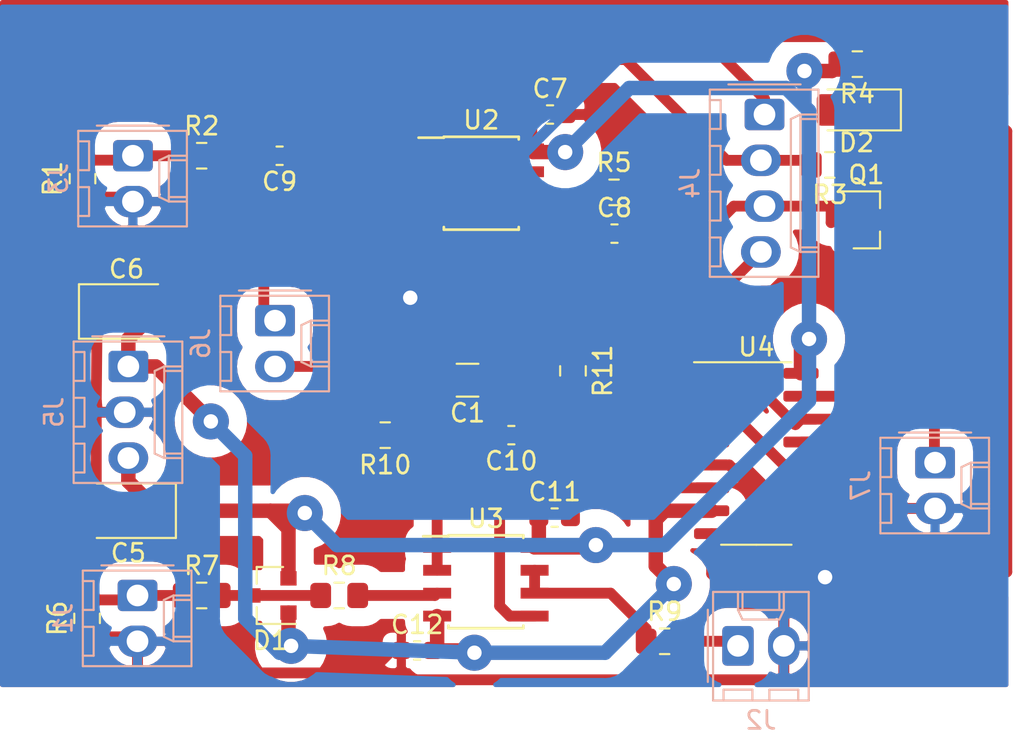
<source format=kicad_pcb>
(kicad_pcb (version 20171130) (host pcbnew "(5.1.5-0-10_14)")

  (general
    (thickness 1.6)
    (drawings 0)
    (tracks 272)
    (zones 0)
    (modules 33)
    (nets 26)
  )

  (page A4)
  (layers
    (0 F.Cu signal)
    (31 B.Cu signal)
    (32 B.Adhes user)
    (33 F.Adhes user)
    (34 B.Paste user)
    (35 F.Paste user)
    (36 B.SilkS user)
    (37 F.SilkS user)
    (38 B.Mask user)
    (39 F.Mask user)
    (40 Dwgs.User user)
    (41 Cmts.User user)
    (42 Eco1.User user)
    (43 Eco2.User user)
    (44 Edge.Cuts user)
    (45 Margin user)
    (46 B.CrtYd user)
    (47 F.CrtYd user)
    (48 B.Fab user)
    (49 F.Fab user)
  )

  (setup
    (last_trace_width 0.6)
    (trace_clearance 0.2)
    (zone_clearance 1)
    (zone_45_only no)
    (trace_min 0.2)
    (via_size 2)
    (via_drill 0.8)
    (via_min_size 0.4)
    (via_min_drill 0.3)
    (uvia_size 0.3)
    (uvia_drill 0.1)
    (uvias_allowed no)
    (uvia_min_size 0.2)
    (uvia_min_drill 0.1)
    (edge_width 0.05)
    (segment_width 0.2)
    (pcb_text_width 0.3)
    (pcb_text_size 1.5 1.5)
    (mod_edge_width 0.12)
    (mod_text_size 1 1)
    (mod_text_width 0.15)
    (pad_size 1.524 1.524)
    (pad_drill 0.762)
    (pad_to_mask_clearance 0.051)
    (solder_mask_min_width 0.25)
    (aux_axis_origin 0 0)
    (grid_origin 162.7886 82.9564)
    (visible_elements FFFFFF7F)
    (pcbplotparams
      (layerselection 0x00000_ffffffff)
      (usegerberextensions false)
      (usegerberattributes false)
      (usegerberadvancedattributes false)
      (creategerberjobfile false)
      (excludeedgelayer true)
      (linewidth 0.100000)
      (plotframeref false)
      (viasonmask false)
      (mode 1)
      (useauxorigin false)
      (hpglpennumber 1)
      (hpglpenspeed 20)
      (hpglpendiameter 15.000000)
      (psnegative false)
      (psa4output false)
      (plotreference true)
      (plotvalue true)
      (plotinvisibletext false)
      (padsonsilk false)
      (subtractmaskfromsilk false)
      (outputformat 2)
      (mirror false)
      (drillshape 1)
      (scaleselection 1)
      (outputdirectory ""))
  )

  (net 0 "")
  (net 1 GND)
  (net 2 "Net-(C1-Pad1)")
  (net 3 +5V)
  (net 4 -5V)
  (net 5 "Net-(C8-Pad1)")
  (net 6 "Net-(C9-Pad1)")
  (net 7 /clamp)
  (net 8 /colorburst)
  (net 9 "Net-(D1-Pad3)")
  (net 10 "Net-(J1-Pad1)")
  (net 11 "Net-(J2-Pad1)")
  (net 12 "Net-(J3-Pad1)")
  (net 13 /hsync)
  (net 14 /vsync)
  (net 15 /oe)
  (net 16 "Net-(R8-Pad2)")
  (net 17 "Net-(R9-Pad1)")
  (net 18 "Net-(C1-Pad2)")
  (net 19 "Net-(C9-Pad2)")
  (net 20 "Net-(D2-Pad2)")
  (net 21 "Net-(D2-Pad1)")
  (net 22 /porch)
  (net 23 "Net-(Q1-Pad1)")
  (net 24 "Net-(U3-Pad5)")
  (net 25 "Net-(C10-Pad2)")

  (net_class Default "This is the default net class."
    (clearance 0.2)
    (trace_width 0.6)
    (via_dia 2)
    (via_drill 0.8)
    (uvia_dia 0.3)
    (uvia_drill 0.1)
    (add_net /clamp)
    (add_net /colorburst)
    (add_net /hsync)
    (add_net /oe)
    (add_net /porch)
    (add_net /vsync)
    (add_net GND)
    (add_net "Net-(C1-Pad1)")
    (add_net "Net-(C1-Pad2)")
    (add_net "Net-(C10-Pad2)")
    (add_net "Net-(C8-Pad1)")
    (add_net "Net-(C9-Pad1)")
    (add_net "Net-(C9-Pad2)")
    (add_net "Net-(D1-Pad3)")
    (add_net "Net-(D2-Pad1)")
    (add_net "Net-(D2-Pad2)")
    (add_net "Net-(J1-Pad1)")
    (add_net "Net-(J2-Pad1)")
    (add_net "Net-(J3-Pad1)")
    (add_net "Net-(Q1-Pad1)")
    (add_net "Net-(R8-Pad2)")
    (add_net "Net-(R9-Pad1)")
    (add_net "Net-(U3-Pad5)")
  )

  (net_class Name ""
    (clearance 0.2)
    (trace_width 0.8)
    (via_dia 2)
    (via_drill 0.8)
    (uvia_dia 0.3)
    (uvia_drill 0.1)
    (add_net +5V)
    (add_net -5V)
  )

  (module synkie_footprints:R_0805_2012Metric_Pad1.15x1.40mm_HandSolder (layer F.Cu) (tedit 5B36C52B) (tstamp 5F3C0C97)
    (at 70.0786 47.6414 270)
    (descr "Resistor SMD 0805 (2012 Metric), square (rectangular) end terminal, IPC_7351 nominal with elongated pad for handsoldering. (Body size source: https://docs.google.com/spreadsheets/d/1BsfQQcO9C6DZCsRaXUlFlo91Tg2WpOkGARC1WS5S8t0/edit?usp=sharing), generated with kicad-footprint-generator")
    (tags "resistor handsolder")
    (path /5F46F8D6)
    (attr smd)
    (fp_text reference R11 (at 0 -1.65 90) (layer F.SilkS)
      (effects (font (size 1 1) (thickness 0.15)))
    )
    (fp_text value 560 (at 0 1.65 90) (layer F.Fab)
      (effects (font (size 1 1) (thickness 0.15)))
    )
    (fp_text user %R (at 0 0 90) (layer F.Fab)
      (effects (font (size 0.5 0.5) (thickness 0.08)))
    )
    (fp_line (start 1.85 0.95) (end -1.85 0.95) (layer F.CrtYd) (width 0.05))
    (fp_line (start 1.85 -0.95) (end 1.85 0.95) (layer F.CrtYd) (width 0.05))
    (fp_line (start -1.85 -0.95) (end 1.85 -0.95) (layer F.CrtYd) (width 0.05))
    (fp_line (start -1.85 0.95) (end -1.85 -0.95) (layer F.CrtYd) (width 0.05))
    (fp_line (start -0.261252 0.71) (end 0.261252 0.71) (layer F.SilkS) (width 0.12))
    (fp_line (start -0.261252 -0.71) (end 0.261252 -0.71) (layer F.SilkS) (width 0.12))
    (fp_line (start 1 0.6) (end -1 0.6) (layer F.Fab) (width 0.1))
    (fp_line (start 1 -0.6) (end 1 0.6) (layer F.Fab) (width 0.1))
    (fp_line (start -1 -0.6) (end 1 -0.6) (layer F.Fab) (width 0.1))
    (fp_line (start -1 0.6) (end -1 -0.6) (layer F.Fab) (width 0.1))
    (pad 2 smd roundrect (at 1.025 0 270) (size 1.15 1.4) (layers F.Cu F.Paste F.Mask) (roundrect_rratio 0.217391)
      (net 2 "Net-(C1-Pad1)"))
    (pad 1 smd roundrect (at -1.025 0 270) (size 1.15 1.4) (layers F.Cu F.Paste F.Mask) (roundrect_rratio 0.217391)
      (net 1 GND))
    (model ${KISYS3DMOD}/Resistor_SMD.3dshapes/R_0805_2012Metric.wrl
      (at (xyz 0 0 0))
      (scale (xyz 1 1 1))
      (rotate (xyz 0 0 0))
    )
  )

  (module synkie_footprints:R_0805_2012Metric_Pad1.15x1.40mm_HandSolder (layer F.Cu) (tedit 5B36C52B) (tstamp 5F3C0CC7)
    (at 59.6736 51.2064 180)
    (descr "Resistor SMD 0805 (2012 Metric), square (rectangular) end terminal, IPC_7351 nominal with elongated pad for handsoldering. (Body size source: https://docs.google.com/spreadsheets/d/1BsfQQcO9C6DZCsRaXUlFlo91Tg2WpOkGARC1WS5S8t0/edit?usp=sharing), generated with kicad-footprint-generator")
    (tags "resistor handsolder")
    (path /5F4B0917)
    (attr smd)
    (fp_text reference R10 (at 0 -1.65) (layer F.SilkS)
      (effects (font (size 1 1) (thickness 0.15)))
    )
    (fp_text value 75 (at 0 1.65) (layer F.Fab)
      (effects (font (size 1 1) (thickness 0.15)))
    )
    (fp_text user %R (at 0 0) (layer F.Fab)
      (effects (font (size 0.5 0.5) (thickness 0.08)))
    )
    (fp_line (start 1.85 0.95) (end -1.85 0.95) (layer F.CrtYd) (width 0.05))
    (fp_line (start 1.85 -0.95) (end 1.85 0.95) (layer F.CrtYd) (width 0.05))
    (fp_line (start -1.85 -0.95) (end 1.85 -0.95) (layer F.CrtYd) (width 0.05))
    (fp_line (start -1.85 0.95) (end -1.85 -0.95) (layer F.CrtYd) (width 0.05))
    (fp_line (start -0.261252 0.71) (end 0.261252 0.71) (layer F.SilkS) (width 0.12))
    (fp_line (start -0.261252 -0.71) (end 0.261252 -0.71) (layer F.SilkS) (width 0.12))
    (fp_line (start 1 0.6) (end -1 0.6) (layer F.Fab) (width 0.1))
    (fp_line (start 1 -0.6) (end 1 0.6) (layer F.Fab) (width 0.1))
    (fp_line (start -1 -0.6) (end 1 -0.6) (layer F.Fab) (width 0.1))
    (fp_line (start -1 0.6) (end -1 -0.6) (layer F.Fab) (width 0.1))
    (pad 2 smd roundrect (at 1.025 0 180) (size 1.15 1.4) (layers F.Cu F.Paste F.Mask) (roundrect_rratio 0.217391)
      (net 18 "Net-(C1-Pad2)"))
    (pad 1 smd roundrect (at -1.025 0 180) (size 1.15 1.4) (layers F.Cu F.Paste F.Mask) (roundrect_rratio 0.217391)
      (net 25 "Net-(C10-Pad2)"))
    (model ${KISYS3DMOD}/Resistor_SMD.3dshapes/R_0805_2012Metric.wrl
      (at (xyz 0 0 0))
      (scale (xyz 1 1 1))
      (rotate (xyz 0 0 0))
    )
  )

  (module synkie_footprints:C_0603_1608Metric_Pad1.05x0.95mm_HandSolder (layer F.Cu) (tedit 5B301BBE) (tstamp 5F3AAC44)
    (at 66.6636 51.2064 180)
    (descr "Capacitor SMD 0603 (1608 Metric), square (rectangular) end terminal, IPC_7351 nominal with elongated pad for handsoldering. (Body size source: http://www.tortai-tech.com/upload/download/2011102023233369053.pdf), generated with kicad-footprint-generator")
    (tags "capacitor handsolder")
    (path /5F4E07B6)
    (attr smd)
    (fp_text reference C10 (at 0 -1.43) (layer F.SilkS)
      (effects (font (size 1 1) (thickness 0.15)))
    )
    (fp_text value 100n (at 0 1.43) (layer F.Fab)
      (effects (font (size 1 1) (thickness 0.15)))
    )
    (fp_text user %R (at 0 0) (layer F.Fab)
      (effects (font (size 0.4 0.4) (thickness 0.06)))
    )
    (fp_line (start 1.65 0.73) (end -1.65 0.73) (layer F.CrtYd) (width 0.05))
    (fp_line (start 1.65 -0.73) (end 1.65 0.73) (layer F.CrtYd) (width 0.05))
    (fp_line (start -1.65 -0.73) (end 1.65 -0.73) (layer F.CrtYd) (width 0.05))
    (fp_line (start -1.65 0.73) (end -1.65 -0.73) (layer F.CrtYd) (width 0.05))
    (fp_line (start -0.171267 0.51) (end 0.171267 0.51) (layer F.SilkS) (width 0.12))
    (fp_line (start -0.171267 -0.51) (end 0.171267 -0.51) (layer F.SilkS) (width 0.12))
    (fp_line (start 0.8 0.4) (end -0.8 0.4) (layer F.Fab) (width 0.1))
    (fp_line (start 0.8 -0.4) (end 0.8 0.4) (layer F.Fab) (width 0.1))
    (fp_line (start -0.8 -0.4) (end 0.8 -0.4) (layer F.Fab) (width 0.1))
    (fp_line (start -0.8 0.4) (end -0.8 -0.4) (layer F.Fab) (width 0.1))
    (pad 2 smd roundrect (at 0.875 0 180) (size 1.05 0.95) (layers F.Cu F.Paste F.Mask) (roundrect_rratio 0.25)
      (net 25 "Net-(C10-Pad2)"))
    (pad 1 smd roundrect (at -0.875 0 180) (size 1.05 0.95) (layers F.Cu F.Paste F.Mask) (roundrect_rratio 0.25)
      (net 7 /clamp))
    (model ${KISYS3DMOD}/Capacitor_SMD.3dshapes/C_0603_1608Metric.wrl
      (at (xyz 0 0 0))
      (scale (xyz 1 1 1))
      (rotate (xyz 0 0 0))
    )
  )

  (module Package_SO:SOIC-16_3.9x9.9mm_P1.27mm (layer F.Cu) (tedit 5D9F72B1) (tstamp 5F3AAED3)
    (at 80.2386 52.2224)
    (descr "SOIC, 16 Pin (JEDEC MS-012AC, https://www.analog.com/media/en/package-pcb-resources/package/pkg_pdf/soic_narrow-r/r_16.pdf), generated with kicad-footprint-generator ipc_gullwing_generator.py")
    (tags "SOIC SO")
    (path /5F391B87)
    (attr smd)
    (fp_text reference U4 (at 0 -5.9) (layer F.SilkS)
      (effects (font (size 1 1) (thickness 0.15)))
    )
    (fp_text value 4053 (at 0 5.9) (layer F.Fab)
      (effects (font (size 1 1) (thickness 0.15)))
    )
    (fp_text user %R (at 0 0) (layer F.Fab)
      (effects (font (size 0.98 0.98) (thickness 0.15)))
    )
    (fp_line (start 3.7 -5.2) (end -3.7 -5.2) (layer F.CrtYd) (width 0.05))
    (fp_line (start 3.7 5.2) (end 3.7 -5.2) (layer F.CrtYd) (width 0.05))
    (fp_line (start -3.7 5.2) (end 3.7 5.2) (layer F.CrtYd) (width 0.05))
    (fp_line (start -3.7 -5.2) (end -3.7 5.2) (layer F.CrtYd) (width 0.05))
    (fp_line (start -1.95 -3.975) (end -0.975 -4.95) (layer F.Fab) (width 0.1))
    (fp_line (start -1.95 4.95) (end -1.95 -3.975) (layer F.Fab) (width 0.1))
    (fp_line (start 1.95 4.95) (end -1.95 4.95) (layer F.Fab) (width 0.1))
    (fp_line (start 1.95 -4.95) (end 1.95 4.95) (layer F.Fab) (width 0.1))
    (fp_line (start -0.975 -4.95) (end 1.95 -4.95) (layer F.Fab) (width 0.1))
    (fp_line (start 0 -5.06) (end -3.45 -5.06) (layer F.SilkS) (width 0.12))
    (fp_line (start 0 -5.06) (end 1.95 -5.06) (layer F.SilkS) (width 0.12))
    (fp_line (start 0 5.06) (end -1.95 5.06) (layer F.SilkS) (width 0.12))
    (fp_line (start 0 5.06) (end 1.95 5.06) (layer F.SilkS) (width 0.12))
    (pad 16 smd roundrect (at 2.475 -4.445) (size 1.95 0.6) (layers F.Cu F.Paste F.Mask) (roundrect_rratio 0.25)
      (net 3 +5V))
    (pad 15 smd roundrect (at 2.475 -3.175) (size 1.95 0.6) (layers F.Cu F.Paste F.Mask) (roundrect_rratio 0.25)
      (net 8 /colorburst))
    (pad 14 smd roundrect (at 2.475 -1.905) (size 1.95 0.6) (layers F.Cu F.Paste F.Mask) (roundrect_rratio 0.25)
      (net 1 GND))
    (pad 13 smd roundrect (at 2.475 -0.635) (size 1.95 0.6) (layers F.Cu F.Paste F.Mask) (roundrect_rratio 0.25)
      (net 1 GND))
    (pad 12 smd roundrect (at 2.475 0.635) (size 1.95 0.6) (layers F.Cu F.Paste F.Mask) (roundrect_rratio 0.25)
      (net 7 /clamp))
    (pad 11 smd roundrect (at 2.475 1.905) (size 1.95 0.6) (layers F.Cu F.Paste F.Mask) (roundrect_rratio 0.25)
      (net 22 /porch))
    (pad 10 smd roundrect (at 2.475 3.175) (size 1.95 0.6) (layers F.Cu F.Paste F.Mask) (roundrect_rratio 0.25)
      (net 22 /porch))
    (pad 9 smd roundrect (at 2.475 4.445) (size 1.95 0.6) (layers F.Cu F.Paste F.Mask) (roundrect_rratio 0.25)
      (net 13 /hsync))
    (pad 8 smd roundrect (at -2.475 4.445) (size 1.95 0.6) (layers F.Cu F.Paste F.Mask) (roundrect_rratio 0.25)
      (net 1 GND))
    (pad 7 smd roundrect (at -2.475 3.175) (size 1.95 0.6) (layers F.Cu F.Paste F.Mask) (roundrect_rratio 0.25)
      (net 4 -5V))
    (pad 6 smd roundrect (at -2.475 1.905) (size 1.95 0.6) (layers F.Cu F.Paste F.Mask) (roundrect_rratio 0.25)
      (net 1 GND))
    (pad 5 smd roundrect (at -2.475 0.635) (size 1.95 0.6) (layers F.Cu F.Paste F.Mask) (roundrect_rratio 0.25)
      (net 1 GND))
    (pad 4 smd roundrect (at -2.475 -0.635) (size 1.95 0.6) (layers F.Cu F.Paste F.Mask) (roundrect_rratio 0.25)
      (net 24 "Net-(U3-Pad5)"))
    (pad 3 smd roundrect (at -2.475 -1.905) (size 1.95 0.6) (layers F.Cu F.Paste F.Mask) (roundrect_rratio 0.25)
      (net 7 /clamp))
    (pad 2 smd roundrect (at -2.475 -3.175) (size 1.95 0.6) (layers F.Cu F.Paste F.Mask) (roundrect_rratio 0.25)
      (net 2 "Net-(C1-Pad1)"))
    (pad 1 smd roundrect (at -2.475 -4.445) (size 1.95 0.6) (layers F.Cu F.Paste F.Mask) (roundrect_rratio 0.25)
      (net 1 GND))
    (model ${KISYS3DMOD}/Package_SO.3dshapes/SOIC-16_3.9x9.9mm_P1.27mm.wrl
      (at (xyz 0 0 0))
      (scale (xyz 1 1 1))
      (rotate (xyz 0 0 0))
    )
  )

  (module synkie_footprints:SOIC-8_3.9x4.9mm_P1.27mm (layer F.Cu) (tedit 5A02F2D3) (tstamp 5F3AAEB1)
    (at 65.2526 59.3344)
    (descr "8-Lead Plastic Small Outline (SN) - Narrow, 3.90 mm Body [SOIC] (see Microchip Packaging Specification 00000049BS.pdf)")
    (tags "SOIC 1.27")
    (path /5F4DF5B3)
    (attr smd)
    (fp_text reference U3 (at 0 -3.5) (layer F.SilkS)
      (effects (font (size 1 1) (thickness 0.15)))
    )
    (fp_text value LMH6643 (at 0 3.5) (layer F.Fab)
      (effects (font (size 1 1) (thickness 0.15)))
    )
    (fp_line (start -2.075 -2.525) (end -3.475 -2.525) (layer F.SilkS) (width 0.15))
    (fp_line (start -2.075 2.575) (end 2.075 2.575) (layer F.SilkS) (width 0.15))
    (fp_line (start -2.075 -2.575) (end 2.075 -2.575) (layer F.SilkS) (width 0.15))
    (fp_line (start -2.075 2.575) (end -2.075 2.43) (layer F.SilkS) (width 0.15))
    (fp_line (start 2.075 2.575) (end 2.075 2.43) (layer F.SilkS) (width 0.15))
    (fp_line (start 2.075 -2.575) (end 2.075 -2.43) (layer F.SilkS) (width 0.15))
    (fp_line (start -2.075 -2.575) (end -2.075 -2.525) (layer F.SilkS) (width 0.15))
    (fp_line (start -3.73 2.7) (end 3.73 2.7) (layer F.CrtYd) (width 0.05))
    (fp_line (start -3.73 -2.7) (end 3.73 -2.7) (layer F.CrtYd) (width 0.05))
    (fp_line (start 3.73 -2.7) (end 3.73 2.7) (layer F.CrtYd) (width 0.05))
    (fp_line (start -3.73 -2.7) (end -3.73 2.7) (layer F.CrtYd) (width 0.05))
    (fp_line (start -1.95 -1.45) (end -0.95 -2.45) (layer F.Fab) (width 0.1))
    (fp_line (start -1.95 2.45) (end -1.95 -1.45) (layer F.Fab) (width 0.1))
    (fp_line (start 1.95 2.45) (end -1.95 2.45) (layer F.Fab) (width 0.1))
    (fp_line (start 1.95 -2.45) (end 1.95 2.45) (layer F.Fab) (width 0.1))
    (fp_line (start -0.95 -2.45) (end 1.95 -2.45) (layer F.Fab) (width 0.1))
    (fp_text user %R (at 0 0) (layer F.Fab)
      (effects (font (size 1 1) (thickness 0.15)))
    )
    (pad 8 smd rect (at 2.7 -1.905) (size 1.55 0.6) (layers F.Cu F.Paste F.Mask)
      (net 3 +5V))
    (pad 7 smd rect (at 2.7 -0.635) (size 1.55 0.6) (layers F.Cu F.Paste F.Mask)
      (net 17 "Net-(R9-Pad1)"))
    (pad 6 smd rect (at 2.7 0.635) (size 1.55 0.6) (layers F.Cu F.Paste F.Mask)
      (net 17 "Net-(R9-Pad1)"))
    (pad 5 smd rect (at 2.7 1.905) (size 1.55 0.6) (layers F.Cu F.Paste F.Mask)
      (net 24 "Net-(U3-Pad5)"))
    (pad 4 smd rect (at -2.7 1.905) (size 1.55 0.6) (layers F.Cu F.Paste F.Mask)
      (net 4 -5V))
    (pad 3 smd rect (at -2.7 0.635) (size 1.55 0.6) (layers F.Cu F.Paste F.Mask)
      (net 16 "Net-(R8-Pad2)"))
    (pad 2 smd rect (at -2.7 -0.635) (size 1.55 0.6) (layers F.Cu F.Paste F.Mask)
      (net 18 "Net-(C1-Pad2)"))
    (pad 1 smd rect (at -2.7 -1.905) (size 1.55 0.6) (layers F.Cu F.Paste F.Mask)
      (net 18 "Net-(C1-Pad2)"))
    (model ${KISYS3DMOD}/Package_SO.3dshapes/SOIC-8_3.9x4.9mm_P1.27mm.wrl
      (at (xyz 0 0 0))
      (scale (xyz 1 1 1))
      (rotate (xyz 0 0 0))
    )
  )

  (module synkie_footprints:SOIC-8_3.9x4.9mm_P1.27mm (layer F.Cu) (tedit 5A02F2D3) (tstamp 5F3AAE94)
    (at 64.9986 37.2364)
    (descr "8-Lead Plastic Small Outline (SN) - Narrow, 3.90 mm Body [SOIC] (see Microchip Packaging Specification 00000049BS.pdf)")
    (tags "SOIC 1.27")
    (path /5F4E533C)
    (attr smd)
    (fp_text reference U2 (at 0 -3.5) (layer F.SilkS)
      (effects (font (size 1 1) (thickness 0.15)))
    )
    (fp_text value LM1881 (at 0 3.5) (layer F.Fab)
      (effects (font (size 1 1) (thickness 0.15)))
    )
    (fp_line (start -2.075 -2.525) (end -3.475 -2.525) (layer F.SilkS) (width 0.15))
    (fp_line (start -2.075 2.575) (end 2.075 2.575) (layer F.SilkS) (width 0.15))
    (fp_line (start -2.075 -2.575) (end 2.075 -2.575) (layer F.SilkS) (width 0.15))
    (fp_line (start -2.075 2.575) (end -2.075 2.43) (layer F.SilkS) (width 0.15))
    (fp_line (start 2.075 2.575) (end 2.075 2.43) (layer F.SilkS) (width 0.15))
    (fp_line (start 2.075 -2.575) (end 2.075 -2.43) (layer F.SilkS) (width 0.15))
    (fp_line (start -2.075 -2.575) (end -2.075 -2.525) (layer F.SilkS) (width 0.15))
    (fp_line (start -3.73 2.7) (end 3.73 2.7) (layer F.CrtYd) (width 0.05))
    (fp_line (start -3.73 -2.7) (end 3.73 -2.7) (layer F.CrtYd) (width 0.05))
    (fp_line (start 3.73 -2.7) (end 3.73 2.7) (layer F.CrtYd) (width 0.05))
    (fp_line (start -3.73 -2.7) (end -3.73 2.7) (layer F.CrtYd) (width 0.05))
    (fp_line (start -1.95 -1.45) (end -0.95 -2.45) (layer F.Fab) (width 0.1))
    (fp_line (start -1.95 2.45) (end -1.95 -1.45) (layer F.Fab) (width 0.1))
    (fp_line (start 1.95 2.45) (end -1.95 2.45) (layer F.Fab) (width 0.1))
    (fp_line (start 1.95 -2.45) (end 1.95 2.45) (layer F.Fab) (width 0.1))
    (fp_line (start -0.95 -2.45) (end 1.95 -2.45) (layer F.Fab) (width 0.1))
    (fp_text user %R (at 0 0) (layer F.Fab)
      (effects (font (size 1 1) (thickness 0.15)))
    )
    (pad 8 smd rect (at 2.7 -1.905) (size 1.55 0.6) (layers F.Cu F.Paste F.Mask)
      (net 3 +5V))
    (pad 7 smd rect (at 2.7 -0.635) (size 1.55 0.6) (layers F.Cu F.Paste F.Mask)
      (net 15 /oe))
    (pad 6 smd rect (at 2.7 0.635) (size 1.55 0.6) (layers F.Cu F.Paste F.Mask)
      (net 5 "Net-(C8-Pad1)"))
    (pad 5 smd rect (at 2.7 1.905) (size 1.55 0.6) (layers F.Cu F.Paste F.Mask)
      (net 22 /porch))
    (pad 4 smd rect (at -2.7 1.905) (size 1.55 0.6) (layers F.Cu F.Paste F.Mask)
      (net 1 GND))
    (pad 3 smd rect (at -2.7 0.635) (size 1.55 0.6) (layers F.Cu F.Paste F.Mask)
      (net 14 /vsync))
    (pad 2 smd rect (at -2.7 -0.635) (size 1.55 0.6) (layers F.Cu F.Paste F.Mask)
      (net 6 "Net-(C9-Pad1)"))
    (pad 1 smd rect (at -2.7 -1.905) (size 1.55 0.6) (layers F.Cu F.Paste F.Mask)
      (net 13 /hsync))
    (model ${KISYS3DMOD}/Package_SO.3dshapes/SOIC-8_3.9x4.9mm_P1.27mm.wrl
      (at (xyz 0 0 0))
      (scale (xyz 1 1 1))
      (rotate (xyz 0 0 0))
    )
  )

  (module synkie_footprints:R_0805_2012Metric_Pad1.15x1.40mm_HandSolder (layer F.Cu) (tedit 5B36C52B) (tstamp 5F3AAE77)
    (at 75.1586 62.6364)
    (descr "Resistor SMD 0805 (2012 Metric), square (rectangular) end terminal, IPC_7351 nominal with elongated pad for handsoldering. (Body size source: https://docs.google.com/spreadsheets/d/1BsfQQcO9C6DZCsRaXUlFlo91Tg2WpOkGARC1WS5S8t0/edit?usp=sharing), generated with kicad-footprint-generator")
    (tags "resistor handsolder")
    (path /5F398800)
    (attr smd)
    (fp_text reference R9 (at 0 -1.65) (layer F.SilkS)
      (effects (font (size 1 1) (thickness 0.15)))
    )
    (fp_text value 75 (at 0 1.65) (layer F.Fab)
      (effects (font (size 1 1) (thickness 0.15)))
    )
    (fp_text user %R (at 0 0) (layer F.Fab)
      (effects (font (size 0.5 0.5) (thickness 0.08)))
    )
    (fp_line (start 1.85 0.95) (end -1.85 0.95) (layer F.CrtYd) (width 0.05))
    (fp_line (start 1.85 -0.95) (end 1.85 0.95) (layer F.CrtYd) (width 0.05))
    (fp_line (start -1.85 -0.95) (end 1.85 -0.95) (layer F.CrtYd) (width 0.05))
    (fp_line (start -1.85 0.95) (end -1.85 -0.95) (layer F.CrtYd) (width 0.05))
    (fp_line (start -0.261252 0.71) (end 0.261252 0.71) (layer F.SilkS) (width 0.12))
    (fp_line (start -0.261252 -0.71) (end 0.261252 -0.71) (layer F.SilkS) (width 0.12))
    (fp_line (start 1 0.6) (end -1 0.6) (layer F.Fab) (width 0.1))
    (fp_line (start 1 -0.6) (end 1 0.6) (layer F.Fab) (width 0.1))
    (fp_line (start -1 -0.6) (end 1 -0.6) (layer F.Fab) (width 0.1))
    (fp_line (start -1 0.6) (end -1 -0.6) (layer F.Fab) (width 0.1))
    (pad 2 smd roundrect (at 1.025 0) (size 1.15 1.4) (layers F.Cu F.Paste F.Mask) (roundrect_rratio 0.217391)
      (net 11 "Net-(J2-Pad1)"))
    (pad 1 smd roundrect (at -1.025 0) (size 1.15 1.4) (layers F.Cu F.Paste F.Mask) (roundrect_rratio 0.217391)
      (net 17 "Net-(R9-Pad1)"))
    (model ${KISYS3DMOD}/Resistor_SMD.3dshapes/R_0805_2012Metric.wrl
      (at (xyz 0 0 0))
      (scale (xyz 1 1 1))
      (rotate (xyz 0 0 0))
    )
  )

  (module synkie_footprints:R_0805_2012Metric_Pad1.15x1.40mm_HandSolder (layer F.Cu) (tedit 5B36C52B) (tstamp 5F3AAE66)
    (at 57.1246 60.0964)
    (descr "Resistor SMD 0805 (2012 Metric), square (rectangular) end terminal, IPC_7351 nominal with elongated pad for handsoldering. (Body size source: https://docs.google.com/spreadsheets/d/1BsfQQcO9C6DZCsRaXUlFlo91Tg2WpOkGARC1WS5S8t0/edit?usp=sharing), generated with kicad-footprint-generator")
    (tags "resistor handsolder")
    (path /5F4DE796)
    (attr smd)
    (fp_text reference R8 (at 0 -1.65) (layer F.SilkS)
      (effects (font (size 1 1) (thickness 0.15)))
    )
    (fp_text value 75 (at 0 1.65) (layer F.Fab)
      (effects (font (size 1 1) (thickness 0.15)))
    )
    (fp_text user %R (at 0 0) (layer F.Fab)
      (effects (font (size 0.5 0.5) (thickness 0.08)))
    )
    (fp_line (start 1.85 0.95) (end -1.85 0.95) (layer F.CrtYd) (width 0.05))
    (fp_line (start 1.85 -0.95) (end 1.85 0.95) (layer F.CrtYd) (width 0.05))
    (fp_line (start -1.85 -0.95) (end 1.85 -0.95) (layer F.CrtYd) (width 0.05))
    (fp_line (start -1.85 0.95) (end -1.85 -0.95) (layer F.CrtYd) (width 0.05))
    (fp_line (start -0.261252 0.71) (end 0.261252 0.71) (layer F.SilkS) (width 0.12))
    (fp_line (start -0.261252 -0.71) (end 0.261252 -0.71) (layer F.SilkS) (width 0.12))
    (fp_line (start 1 0.6) (end -1 0.6) (layer F.Fab) (width 0.1))
    (fp_line (start 1 -0.6) (end 1 0.6) (layer F.Fab) (width 0.1))
    (fp_line (start -1 -0.6) (end 1 -0.6) (layer F.Fab) (width 0.1))
    (fp_line (start -1 0.6) (end -1 -0.6) (layer F.Fab) (width 0.1))
    (pad 2 smd roundrect (at 1.025 0) (size 1.15 1.4) (layers F.Cu F.Paste F.Mask) (roundrect_rratio 0.217391)
      (net 16 "Net-(R8-Pad2)"))
    (pad 1 smd roundrect (at -1.025 0) (size 1.15 1.4) (layers F.Cu F.Paste F.Mask) (roundrect_rratio 0.217391)
      (net 9 "Net-(D1-Pad3)"))
    (model ${KISYS3DMOD}/Resistor_SMD.3dshapes/R_0805_2012Metric.wrl
      (at (xyz 0 0 0))
      (scale (xyz 1 1 1))
      (rotate (xyz 0 0 0))
    )
  )

  (module synkie_footprints:R_0805_2012Metric_Pad1.15x1.40mm_HandSolder (layer F.Cu) (tedit 5B36C52B) (tstamp 5F3AAE55)
    (at 49.5046 60.0964)
    (descr "Resistor SMD 0805 (2012 Metric), square (rectangular) end terminal, IPC_7351 nominal with elongated pad for handsoldering. (Body size source: https://docs.google.com/spreadsheets/d/1BsfQQcO9C6DZCsRaXUlFlo91Tg2WpOkGARC1WS5S8t0/edit?usp=sharing), generated with kicad-footprint-generator")
    (tags "resistor handsolder")
    (path /5F4DAF91)
    (attr smd)
    (fp_text reference R7 (at 0 -1.65) (layer F.SilkS)
      (effects (font (size 1 1) (thickness 0.15)))
    )
    (fp_text value 75 (at 0 1.65) (layer F.Fab)
      (effects (font (size 1 1) (thickness 0.15)))
    )
    (fp_text user %R (at 0 0) (layer F.Fab)
      (effects (font (size 0.5 0.5) (thickness 0.08)))
    )
    (fp_line (start 1.85 0.95) (end -1.85 0.95) (layer F.CrtYd) (width 0.05))
    (fp_line (start 1.85 -0.95) (end 1.85 0.95) (layer F.CrtYd) (width 0.05))
    (fp_line (start -1.85 -0.95) (end 1.85 -0.95) (layer F.CrtYd) (width 0.05))
    (fp_line (start -1.85 0.95) (end -1.85 -0.95) (layer F.CrtYd) (width 0.05))
    (fp_line (start -0.261252 0.71) (end 0.261252 0.71) (layer F.SilkS) (width 0.12))
    (fp_line (start -0.261252 -0.71) (end 0.261252 -0.71) (layer F.SilkS) (width 0.12))
    (fp_line (start 1 0.6) (end -1 0.6) (layer F.Fab) (width 0.1))
    (fp_line (start 1 -0.6) (end 1 0.6) (layer F.Fab) (width 0.1))
    (fp_line (start -1 -0.6) (end 1 -0.6) (layer F.Fab) (width 0.1))
    (fp_line (start -1 0.6) (end -1 -0.6) (layer F.Fab) (width 0.1))
    (pad 2 smd roundrect (at 1.025 0) (size 1.15 1.4) (layers F.Cu F.Paste F.Mask) (roundrect_rratio 0.217391)
      (net 9 "Net-(D1-Pad3)"))
    (pad 1 smd roundrect (at -1.025 0) (size 1.15 1.4) (layers F.Cu F.Paste F.Mask) (roundrect_rratio 0.217391)
      (net 10 "Net-(J1-Pad1)"))
    (model ${KISYS3DMOD}/Resistor_SMD.3dshapes/R_0805_2012Metric.wrl
      (at (xyz 0 0 0))
      (scale (xyz 1 1 1))
      (rotate (xyz 0 0 0))
    )
  )

  (module synkie_footprints:R_0805_2012Metric_Pad1.15x1.40mm_HandSolder (layer F.Cu) (tedit 5B36C52B) (tstamp 5F3AAE44)
    (at 43.1546 61.3664 90)
    (descr "Resistor SMD 0805 (2012 Metric), square (rectangular) end terminal, IPC_7351 nominal with elongated pad for handsoldering. (Body size source: https://docs.google.com/spreadsheets/d/1BsfQQcO9C6DZCsRaXUlFlo91Tg2WpOkGARC1WS5S8t0/edit?usp=sharing), generated with kicad-footprint-generator")
    (tags "resistor handsolder")
    (path /5F4D9829)
    (attr smd)
    (fp_text reference R6 (at 0 -1.65 90) (layer F.SilkS)
      (effects (font (size 1 1) (thickness 0.15)))
    )
    (fp_text value 75 (at 0 1.65 90) (layer F.Fab)
      (effects (font (size 1 1) (thickness 0.15)))
    )
    (fp_text user %R (at 0 0 90) (layer F.Fab)
      (effects (font (size 0.5 0.5) (thickness 0.08)))
    )
    (fp_line (start 1.85 0.95) (end -1.85 0.95) (layer F.CrtYd) (width 0.05))
    (fp_line (start 1.85 -0.95) (end 1.85 0.95) (layer F.CrtYd) (width 0.05))
    (fp_line (start -1.85 -0.95) (end 1.85 -0.95) (layer F.CrtYd) (width 0.05))
    (fp_line (start -1.85 0.95) (end -1.85 -0.95) (layer F.CrtYd) (width 0.05))
    (fp_line (start -0.261252 0.71) (end 0.261252 0.71) (layer F.SilkS) (width 0.12))
    (fp_line (start -0.261252 -0.71) (end 0.261252 -0.71) (layer F.SilkS) (width 0.12))
    (fp_line (start 1 0.6) (end -1 0.6) (layer F.Fab) (width 0.1))
    (fp_line (start 1 -0.6) (end 1 0.6) (layer F.Fab) (width 0.1))
    (fp_line (start -1 -0.6) (end 1 -0.6) (layer F.Fab) (width 0.1))
    (fp_line (start -1 0.6) (end -1 -0.6) (layer F.Fab) (width 0.1))
    (pad 2 smd roundrect (at 1.025 0 90) (size 1.15 1.4) (layers F.Cu F.Paste F.Mask) (roundrect_rratio 0.217391)
      (net 10 "Net-(J1-Pad1)"))
    (pad 1 smd roundrect (at -1.025 0 90) (size 1.15 1.4) (layers F.Cu F.Paste F.Mask) (roundrect_rratio 0.217391)
      (net 1 GND))
    (model ${KISYS3DMOD}/Resistor_SMD.3dshapes/R_0805_2012Metric.wrl
      (at (xyz 0 0 0))
      (scale (xyz 1 1 1))
      (rotate (xyz 0 0 0))
    )
  )

  (module synkie_footprints:R_0805_2012Metric_Pad1.15x1.40mm_HandSolder (layer F.Cu) (tedit 5B36C52B) (tstamp 5F3AAE33)
    (at 72.3556 37.7444)
    (descr "Resistor SMD 0805 (2012 Metric), square (rectangular) end terminal, IPC_7351 nominal with elongated pad for handsoldering. (Body size source: https://docs.google.com/spreadsheets/d/1BsfQQcO9C6DZCsRaXUlFlo91Tg2WpOkGARC1WS5S8t0/edit?usp=sharing), generated with kicad-footprint-generator")
    (tags "resistor handsolder")
    (path /5F4EB981)
    (attr smd)
    (fp_text reference R5 (at 0 -1.65) (layer F.SilkS)
      (effects (font (size 1 1) (thickness 0.15)))
    )
    (fp_text value 680k (at 0 1.65) (layer F.Fab)
      (effects (font (size 1 1) (thickness 0.15)))
    )
    (fp_text user %R (at 0 0) (layer F.Fab)
      (effects (font (size 0.5 0.5) (thickness 0.08)))
    )
    (fp_line (start 1.85 0.95) (end -1.85 0.95) (layer F.CrtYd) (width 0.05))
    (fp_line (start 1.85 -0.95) (end 1.85 0.95) (layer F.CrtYd) (width 0.05))
    (fp_line (start -1.85 -0.95) (end 1.85 -0.95) (layer F.CrtYd) (width 0.05))
    (fp_line (start -1.85 0.95) (end -1.85 -0.95) (layer F.CrtYd) (width 0.05))
    (fp_line (start -0.261252 0.71) (end 0.261252 0.71) (layer F.SilkS) (width 0.12))
    (fp_line (start -0.261252 -0.71) (end 0.261252 -0.71) (layer F.SilkS) (width 0.12))
    (fp_line (start 1 0.6) (end -1 0.6) (layer F.Fab) (width 0.1))
    (fp_line (start 1 -0.6) (end 1 0.6) (layer F.Fab) (width 0.1))
    (fp_line (start -1 -0.6) (end 1 -0.6) (layer F.Fab) (width 0.1))
    (fp_line (start -1 0.6) (end -1 -0.6) (layer F.Fab) (width 0.1))
    (pad 2 smd roundrect (at 1.025 0) (size 1.15 1.4) (layers F.Cu F.Paste F.Mask) (roundrect_rratio 0.217391)
      (net 1 GND))
    (pad 1 smd roundrect (at -1.025 0) (size 1.15 1.4) (layers F.Cu F.Paste F.Mask) (roundrect_rratio 0.217391)
      (net 5 "Net-(C8-Pad1)"))
    (model ${KISYS3DMOD}/Resistor_SMD.3dshapes/R_0805_2012Metric.wrl
      (at (xyz 0 0 0))
      (scale (xyz 1 1 1))
      (rotate (xyz 0 0 0))
    )
  )

  (module synkie_footprints:R_0805_2012Metric_Pad1.15x1.40mm_HandSolder (layer F.Cu) (tedit 5B36C52B) (tstamp 5F3AAE22)
    (at 85.8356 30.6324 180)
    (descr "Resistor SMD 0805 (2012 Metric), square (rectangular) end terminal, IPC_7351 nominal with elongated pad for handsoldering. (Body size source: https://docs.google.com/spreadsheets/d/1BsfQQcO9C6DZCsRaXUlFlo91Tg2WpOkGARC1WS5S8t0/edit?usp=sharing), generated with kicad-footprint-generator")
    (tags "resistor handsolder")
    (path /5F3DA840)
    (attr smd)
    (fp_text reference R4 (at 0 -1.65) (layer F.SilkS)
      (effects (font (size 1 1) (thickness 0.15)))
    )
    (fp_text value 560 (at 0 1.65) (layer F.Fab)
      (effects (font (size 1 1) (thickness 0.15)))
    )
    (fp_text user %R (at 0 0) (layer F.Fab)
      (effects (font (size 0.5 0.5) (thickness 0.08)))
    )
    (fp_line (start 1.85 0.95) (end -1.85 0.95) (layer F.CrtYd) (width 0.05))
    (fp_line (start 1.85 -0.95) (end 1.85 0.95) (layer F.CrtYd) (width 0.05))
    (fp_line (start -1.85 -0.95) (end 1.85 -0.95) (layer F.CrtYd) (width 0.05))
    (fp_line (start -1.85 0.95) (end -1.85 -0.95) (layer F.CrtYd) (width 0.05))
    (fp_line (start -0.261252 0.71) (end 0.261252 0.71) (layer F.SilkS) (width 0.12))
    (fp_line (start -0.261252 -0.71) (end 0.261252 -0.71) (layer F.SilkS) (width 0.12))
    (fp_line (start 1 0.6) (end -1 0.6) (layer F.Fab) (width 0.1))
    (fp_line (start 1 -0.6) (end 1 0.6) (layer F.Fab) (width 0.1))
    (fp_line (start -1 -0.6) (end 1 -0.6) (layer F.Fab) (width 0.1))
    (fp_line (start -1 0.6) (end -1 -0.6) (layer F.Fab) (width 0.1))
    (pad 2 smd roundrect (at 1.025 0 180) (size 1.15 1.4) (layers F.Cu F.Paste F.Mask) (roundrect_rratio 0.217391)
      (net 3 +5V))
    (pad 1 smd roundrect (at -1.025 0 180) (size 1.15 1.4) (layers F.Cu F.Paste F.Mask) (roundrect_rratio 0.217391)
      (net 20 "Net-(D2-Pad2)"))
    (model ${KISYS3DMOD}/Resistor_SMD.3dshapes/R_0805_2012Metric.wrl
      (at (xyz 0 0 0))
      (scale (xyz 1 1 1))
      (rotate (xyz 0 0 0))
    )
  )

  (module synkie_footprints:R_0805_2012Metric_Pad1.15x1.40mm_HandSolder (layer F.Cu) (tedit 5B36C52B) (tstamp 5F3AAE11)
    (at 84.3116 36.2204 180)
    (descr "Resistor SMD 0805 (2012 Metric), square (rectangular) end terminal, IPC_7351 nominal with elongated pad for handsoldering. (Body size source: https://docs.google.com/spreadsheets/d/1BsfQQcO9C6DZCsRaXUlFlo91Tg2WpOkGARC1WS5S8t0/edit?usp=sharing), generated with kicad-footprint-generator")
    (tags "resistor handsolder")
    (path /5F3D7EDD)
    (attr smd)
    (fp_text reference R3 (at 0 -1.65) (layer F.SilkS)
      (effects (font (size 1 1) (thickness 0.15)))
    )
    (fp_text value 300 (at 0 1.65) (layer F.Fab)
      (effects (font (size 1 1) (thickness 0.15)))
    )
    (fp_text user %R (at 0 0) (layer F.Fab)
      (effects (font (size 0.5 0.5) (thickness 0.08)))
    )
    (fp_line (start 1.85 0.95) (end -1.85 0.95) (layer F.CrtYd) (width 0.05))
    (fp_line (start 1.85 -0.95) (end 1.85 0.95) (layer F.CrtYd) (width 0.05))
    (fp_line (start -1.85 -0.95) (end 1.85 -0.95) (layer F.CrtYd) (width 0.05))
    (fp_line (start -1.85 0.95) (end -1.85 -0.95) (layer F.CrtYd) (width 0.05))
    (fp_line (start -0.261252 0.71) (end 0.261252 0.71) (layer F.SilkS) (width 0.12))
    (fp_line (start -0.261252 -0.71) (end 0.261252 -0.71) (layer F.SilkS) (width 0.12))
    (fp_line (start 1 0.6) (end -1 0.6) (layer F.Fab) (width 0.1))
    (fp_line (start 1 -0.6) (end 1 0.6) (layer F.Fab) (width 0.1))
    (fp_line (start -1 -0.6) (end 1 -0.6) (layer F.Fab) (width 0.1))
    (fp_line (start -1 0.6) (end -1 -0.6) (layer F.Fab) (width 0.1))
    (pad 2 smd roundrect (at 1.025 0 180) (size 1.15 1.4) (layers F.Cu F.Paste F.Mask) (roundrect_rratio 0.217391)
      (net 14 /vsync))
    (pad 1 smd roundrect (at -1.025 0 180) (size 1.15 1.4) (layers F.Cu F.Paste F.Mask) (roundrect_rratio 0.217391)
      (net 23 "Net-(Q1-Pad1)"))
    (model ${KISYS3DMOD}/Resistor_SMD.3dshapes/R_0805_2012Metric.wrl
      (at (xyz 0 0 0))
      (scale (xyz 1 1 1))
      (rotate (xyz 0 0 0))
    )
  )

  (module synkie_footprints:R_0805_2012Metric_Pad1.15x1.40mm_HandSolder (layer F.Cu) (tedit 5B36C52B) (tstamp 5F3AAE00)
    (at 49.5046 35.7124)
    (descr "Resistor SMD 0805 (2012 Metric), square (rectangular) end terminal, IPC_7351 nominal with elongated pad for handsoldering. (Body size source: https://docs.google.com/spreadsheets/d/1BsfQQcO9C6DZCsRaXUlFlo91Tg2WpOkGARC1WS5S8t0/edit?usp=sharing), generated with kicad-footprint-generator")
    (tags "resistor handsolder")
    (path /5F3C941D)
    (attr smd)
    (fp_text reference R2 (at 0 -1.65) (layer F.SilkS)
      (effects (font (size 1 1) (thickness 0.15)))
    )
    (fp_text value 75 (at 0 1.65) (layer F.Fab)
      (effects (font (size 1 1) (thickness 0.15)))
    )
    (fp_text user %R (at 0 0) (layer F.Fab)
      (effects (font (size 0.5 0.5) (thickness 0.08)))
    )
    (fp_line (start 1.85 0.95) (end -1.85 0.95) (layer F.CrtYd) (width 0.05))
    (fp_line (start 1.85 -0.95) (end 1.85 0.95) (layer F.CrtYd) (width 0.05))
    (fp_line (start -1.85 -0.95) (end 1.85 -0.95) (layer F.CrtYd) (width 0.05))
    (fp_line (start -1.85 0.95) (end -1.85 -0.95) (layer F.CrtYd) (width 0.05))
    (fp_line (start -0.261252 0.71) (end 0.261252 0.71) (layer F.SilkS) (width 0.12))
    (fp_line (start -0.261252 -0.71) (end 0.261252 -0.71) (layer F.SilkS) (width 0.12))
    (fp_line (start 1 0.6) (end -1 0.6) (layer F.Fab) (width 0.1))
    (fp_line (start 1 -0.6) (end 1 0.6) (layer F.Fab) (width 0.1))
    (fp_line (start -1 -0.6) (end 1 -0.6) (layer F.Fab) (width 0.1))
    (fp_line (start -1 0.6) (end -1 -0.6) (layer F.Fab) (width 0.1))
    (pad 2 smd roundrect (at 1.025 0) (size 1.15 1.4) (layers F.Cu F.Paste F.Mask) (roundrect_rratio 0.217391)
      (net 19 "Net-(C9-Pad2)"))
    (pad 1 smd roundrect (at -1.025 0) (size 1.15 1.4) (layers F.Cu F.Paste F.Mask) (roundrect_rratio 0.217391)
      (net 12 "Net-(J3-Pad1)"))
    (model ${KISYS3DMOD}/Resistor_SMD.3dshapes/R_0805_2012Metric.wrl
      (at (xyz 0 0 0))
      (scale (xyz 1 1 1))
      (rotate (xyz 0 0 0))
    )
  )

  (module synkie_footprints:R_0805_2012Metric_Pad1.15x1.40mm_HandSolder (layer F.Cu) (tedit 5B36C52B) (tstamp 5F3AADEF)
    (at 42.9006 36.9824 90)
    (descr "Resistor SMD 0805 (2012 Metric), square (rectangular) end terminal, IPC_7351 nominal with elongated pad for handsoldering. (Body size source: https://docs.google.com/spreadsheets/d/1BsfQQcO9C6DZCsRaXUlFlo91Tg2WpOkGARC1WS5S8t0/edit?usp=sharing), generated with kicad-footprint-generator")
    (tags "resistor handsolder")
    (path /5F3C9BE3)
    (attr smd)
    (fp_text reference R1 (at 0 -1.65 90) (layer F.SilkS)
      (effects (font (size 1 1) (thickness 0.15)))
    )
    (fp_text value 47k (at 0 1.65 90) (layer F.Fab)
      (effects (font (size 1 1) (thickness 0.15)))
    )
    (fp_text user %R (at 0 0 90) (layer F.Fab)
      (effects (font (size 0.5 0.5) (thickness 0.08)))
    )
    (fp_line (start 1.85 0.95) (end -1.85 0.95) (layer F.CrtYd) (width 0.05))
    (fp_line (start 1.85 -0.95) (end 1.85 0.95) (layer F.CrtYd) (width 0.05))
    (fp_line (start -1.85 -0.95) (end 1.85 -0.95) (layer F.CrtYd) (width 0.05))
    (fp_line (start -1.85 0.95) (end -1.85 -0.95) (layer F.CrtYd) (width 0.05))
    (fp_line (start -0.261252 0.71) (end 0.261252 0.71) (layer F.SilkS) (width 0.12))
    (fp_line (start -0.261252 -0.71) (end 0.261252 -0.71) (layer F.SilkS) (width 0.12))
    (fp_line (start 1 0.6) (end -1 0.6) (layer F.Fab) (width 0.1))
    (fp_line (start 1 -0.6) (end 1 0.6) (layer F.Fab) (width 0.1))
    (fp_line (start -1 -0.6) (end 1 -0.6) (layer F.Fab) (width 0.1))
    (fp_line (start -1 0.6) (end -1 -0.6) (layer F.Fab) (width 0.1))
    (pad 2 smd roundrect (at 1.025 0 90) (size 1.15 1.4) (layers F.Cu F.Paste F.Mask) (roundrect_rratio 0.217391)
      (net 12 "Net-(J3-Pad1)"))
    (pad 1 smd roundrect (at -1.025 0 90) (size 1.15 1.4) (layers F.Cu F.Paste F.Mask) (roundrect_rratio 0.217391)
      (net 1 GND))
    (model ${KISYS3DMOD}/Resistor_SMD.3dshapes/R_0805_2012Metric.wrl
      (at (xyz 0 0 0))
      (scale (xyz 1 1 1))
      (rotate (xyz 0 0 0))
    )
  )

  (module Package_TO_SOT_SMD:SOT-23 (layer F.Cu) (tedit 5A02FF57) (tstamp 5F3AADDE)
    (at 86.3346 39.2684)
    (descr "SOT-23, Standard")
    (tags SOT-23)
    (path /5F3D57F4)
    (attr smd)
    (fp_text reference Q1 (at 0 -2.5) (layer F.SilkS)
      (effects (font (size 1 1) (thickness 0.15)))
    )
    (fp_text value BC847 (at 0 2.5) (layer F.Fab)
      (effects (font (size 1 1) (thickness 0.15)))
    )
    (fp_line (start 0.76 1.58) (end -0.7 1.58) (layer F.SilkS) (width 0.12))
    (fp_line (start 0.76 -1.58) (end -1.4 -1.58) (layer F.SilkS) (width 0.12))
    (fp_line (start -1.7 1.75) (end -1.7 -1.75) (layer F.CrtYd) (width 0.05))
    (fp_line (start 1.7 1.75) (end -1.7 1.75) (layer F.CrtYd) (width 0.05))
    (fp_line (start 1.7 -1.75) (end 1.7 1.75) (layer F.CrtYd) (width 0.05))
    (fp_line (start -1.7 -1.75) (end 1.7 -1.75) (layer F.CrtYd) (width 0.05))
    (fp_line (start 0.76 -1.58) (end 0.76 -0.65) (layer F.SilkS) (width 0.12))
    (fp_line (start 0.76 1.58) (end 0.76 0.65) (layer F.SilkS) (width 0.12))
    (fp_line (start -0.7 1.52) (end 0.7 1.52) (layer F.Fab) (width 0.1))
    (fp_line (start 0.7 -1.52) (end 0.7 1.52) (layer F.Fab) (width 0.1))
    (fp_line (start -0.7 -0.95) (end -0.15 -1.52) (layer F.Fab) (width 0.1))
    (fp_line (start -0.15 -1.52) (end 0.7 -1.52) (layer F.Fab) (width 0.1))
    (fp_line (start -0.7 -0.95) (end -0.7 1.5) (layer F.Fab) (width 0.1))
    (fp_text user %R (at 0 0 90) (layer F.Fab)
      (effects (font (size 0.5 0.5) (thickness 0.075)))
    )
    (pad 3 smd rect (at 1 0) (size 0.9 0.8) (layers F.Cu F.Paste F.Mask)
      (net 21 "Net-(D2-Pad1)"))
    (pad 2 smd rect (at -1 0.95) (size 0.9 0.8) (layers F.Cu F.Paste F.Mask)
      (net 1 GND))
    (pad 1 smd rect (at -1 -0.95) (size 0.9 0.8) (layers F.Cu F.Paste F.Mask)
      (net 23 "Net-(Q1-Pad1)"))
    (model ${KISYS3DMOD}/Package_TO_SOT_SMD.3dshapes/SOT-23.wrl
      (at (xyz 0 0 0))
      (scale (xyz 1 1 1))
      (rotate (xyz 0 0 0))
    )
  )

  (module synkie_footprints:Molex_KK-254_AE-6410-02A_1x02_P2.54mm_Vertical (layer B.Cu) (tedit 5B78013E) (tstamp 5F3AADC9)
    (at 90.1446 52.7304 270)
    (descr "Molex KK-254 Interconnect System, old/engineering part number: AE-6410-02A example for new part number: 22-27-2021, 2 Pins (http://www.molex.com/pdm_docs/sd/022272021_sd.pdf), generated with kicad-footprint-generator")
    (tags "connector Molex KK-254 side entry")
    (path /5F3E1BD6)
    (fp_text reference J7 (at 1.27 4.12 270) (layer B.SilkS)
      (effects (font (size 1 1) (thickness 0.15)) (justify mirror))
    )
    (fp_text value BURSTOUT (at 1.27 -4.08 270) (layer B.Fab)
      (effects (font (size 1 1) (thickness 0.15)) (justify mirror))
    )
    (fp_text user %R (at 1.27 2.22 270) (layer B.Fab)
      (effects (font (size 1 1) (thickness 0.15)) (justify mirror))
    )
    (fp_line (start 4.31 3.42) (end -1.77 3.42) (layer B.CrtYd) (width 0.05))
    (fp_line (start 4.31 -3.38) (end 4.31 3.42) (layer B.CrtYd) (width 0.05))
    (fp_line (start -1.77 -3.38) (end 4.31 -3.38) (layer B.CrtYd) (width 0.05))
    (fp_line (start -1.77 3.42) (end -1.77 -3.38) (layer B.CrtYd) (width 0.05))
    (fp_line (start 3.34 2.43) (end 3.34 3.03) (layer B.SilkS) (width 0.12))
    (fp_line (start 1.74 2.43) (end 3.34 2.43) (layer B.SilkS) (width 0.12))
    (fp_line (start 1.74 3.03) (end 1.74 2.43) (layer B.SilkS) (width 0.12))
    (fp_line (start 0.8 2.43) (end 0.8 3.03) (layer B.SilkS) (width 0.12))
    (fp_line (start -0.8 2.43) (end 0.8 2.43) (layer B.SilkS) (width 0.12))
    (fp_line (start -0.8 3.03) (end -0.8 2.43) (layer B.SilkS) (width 0.12))
    (fp_line (start 2.29 -2.99) (end 2.29 -1.99) (layer B.SilkS) (width 0.12))
    (fp_line (start 0.25 -2.99) (end 0.25 -1.99) (layer B.SilkS) (width 0.12))
    (fp_line (start 2.29 -1.46) (end 2.54 -1.99) (layer B.SilkS) (width 0.12))
    (fp_line (start 0.25 -1.46) (end 2.29 -1.46) (layer B.SilkS) (width 0.12))
    (fp_line (start 0 -1.99) (end 0.25 -1.46) (layer B.SilkS) (width 0.12))
    (fp_line (start 2.54 -1.99) (end 2.54 -2.99) (layer B.SilkS) (width 0.12))
    (fp_line (start 0 -1.99) (end 2.54 -1.99) (layer B.SilkS) (width 0.12))
    (fp_line (start 0 -2.99) (end 0 -1.99) (layer B.SilkS) (width 0.12))
    (fp_line (start -0.562893 0) (end -1.27 -0.5) (layer B.Fab) (width 0.1))
    (fp_line (start -1.27 0.5) (end -0.562893 0) (layer B.Fab) (width 0.1))
    (fp_line (start -1.67 2) (end -1.67 -2) (layer B.SilkS) (width 0.12))
    (fp_line (start 3.92 3.03) (end -1.38 3.03) (layer B.SilkS) (width 0.12))
    (fp_line (start 3.92 -2.99) (end 3.92 3.03) (layer B.SilkS) (width 0.12))
    (fp_line (start -1.38 -2.99) (end 3.92 -2.99) (layer B.SilkS) (width 0.12))
    (fp_line (start -1.38 3.03) (end -1.38 -2.99) (layer B.SilkS) (width 0.12))
    (fp_line (start 3.81 2.92) (end -1.27 2.92) (layer B.Fab) (width 0.1))
    (fp_line (start 3.81 -2.88) (end 3.81 2.92) (layer B.Fab) (width 0.1))
    (fp_line (start -1.27 -2.88) (end 3.81 -2.88) (layer B.Fab) (width 0.1))
    (fp_line (start -1.27 2.92) (end -1.27 -2.88) (layer B.Fab) (width 0.1))
    (pad 2 thru_hole oval (at 2.54 0 270) (size 1.74 2.2) (drill 1.2) (layers *.Cu *.Mask)
      (net 1 GND))
    (pad 1 thru_hole roundrect (at 0 0 270) (size 1.74 2.2) (drill 1.2) (layers *.Cu *.Mask) (roundrect_rratio 0.143678)
      (net 8 /colorburst))
    (model ${KISYS3DMOD}/Connector_Molex.3dshapes/Molex_KK-254_AE-6410-02A_1x02_P2.54mm_Vertical.wrl
      (at (xyz 0 0 0))
      (scale (xyz 1 1 1))
      (rotate (xyz 0 0 0))
    )
  )

  (module synkie_footprints:Molex_KK-254_AE-6410-02A_1x02_P2.54mm_Vertical (layer B.Cu) (tedit 5B78013E) (tstamp 5F3AADA5)
    (at 53.5686 44.8564 270)
    (descr "Molex KK-254 Interconnect System, old/engineering part number: AE-6410-02A example for new part number: 22-27-2021, 2 Pins (http://www.molex.com/pdm_docs/sd/022272021_sd.pdf), generated with kicad-footprint-generator")
    (tags "connector Molex KK-254 side entry")
    (path /5F3E3F40)
    (fp_text reference J6 (at 1.27 4.12 270) (layer B.SilkS)
      (effects (font (size 1 1) (thickness 0.15)) (justify mirror))
    )
    (fp_text value Conn_01x02 (at 1.27 -4.08 270) (layer B.Fab)
      (effects (font (size 1 1) (thickness 0.15)) (justify mirror))
    )
    (fp_text user %R (at 1.27 2.22 270) (layer B.Fab)
      (effects (font (size 1 1) (thickness 0.15)) (justify mirror))
    )
    (fp_line (start 4.31 3.42) (end -1.77 3.42) (layer B.CrtYd) (width 0.05))
    (fp_line (start 4.31 -3.38) (end 4.31 3.42) (layer B.CrtYd) (width 0.05))
    (fp_line (start -1.77 -3.38) (end 4.31 -3.38) (layer B.CrtYd) (width 0.05))
    (fp_line (start -1.77 3.42) (end -1.77 -3.38) (layer B.CrtYd) (width 0.05))
    (fp_line (start 3.34 2.43) (end 3.34 3.03) (layer B.SilkS) (width 0.12))
    (fp_line (start 1.74 2.43) (end 3.34 2.43) (layer B.SilkS) (width 0.12))
    (fp_line (start 1.74 3.03) (end 1.74 2.43) (layer B.SilkS) (width 0.12))
    (fp_line (start 0.8 2.43) (end 0.8 3.03) (layer B.SilkS) (width 0.12))
    (fp_line (start -0.8 2.43) (end 0.8 2.43) (layer B.SilkS) (width 0.12))
    (fp_line (start -0.8 3.03) (end -0.8 2.43) (layer B.SilkS) (width 0.12))
    (fp_line (start 2.29 -2.99) (end 2.29 -1.99) (layer B.SilkS) (width 0.12))
    (fp_line (start 0.25 -2.99) (end 0.25 -1.99) (layer B.SilkS) (width 0.12))
    (fp_line (start 2.29 -1.46) (end 2.54 -1.99) (layer B.SilkS) (width 0.12))
    (fp_line (start 0.25 -1.46) (end 2.29 -1.46) (layer B.SilkS) (width 0.12))
    (fp_line (start 0 -1.99) (end 0.25 -1.46) (layer B.SilkS) (width 0.12))
    (fp_line (start 2.54 -1.99) (end 2.54 -2.99) (layer B.SilkS) (width 0.12))
    (fp_line (start 0 -1.99) (end 2.54 -1.99) (layer B.SilkS) (width 0.12))
    (fp_line (start 0 -2.99) (end 0 -1.99) (layer B.SilkS) (width 0.12))
    (fp_line (start -0.562893 0) (end -1.27 -0.5) (layer B.Fab) (width 0.1))
    (fp_line (start -1.27 0.5) (end -0.562893 0) (layer B.Fab) (width 0.1))
    (fp_line (start -1.67 2) (end -1.67 -2) (layer B.SilkS) (width 0.12))
    (fp_line (start 3.92 3.03) (end -1.38 3.03) (layer B.SilkS) (width 0.12))
    (fp_line (start 3.92 -2.99) (end 3.92 3.03) (layer B.SilkS) (width 0.12))
    (fp_line (start -1.38 -2.99) (end 3.92 -2.99) (layer B.SilkS) (width 0.12))
    (fp_line (start -1.38 3.03) (end -1.38 -2.99) (layer B.SilkS) (width 0.12))
    (fp_line (start 3.81 2.92) (end -1.27 2.92) (layer B.Fab) (width 0.1))
    (fp_line (start 3.81 -2.88) (end 3.81 2.92) (layer B.Fab) (width 0.1))
    (fp_line (start -1.27 -2.88) (end 3.81 -2.88) (layer B.Fab) (width 0.1))
    (fp_line (start -1.27 2.92) (end -1.27 -2.88) (layer B.Fab) (width 0.1))
    (pad 2 thru_hole oval (at 2.54 0 270) (size 1.74 2.2) (drill 1.2) (layers *.Cu *.Mask)
      (net 18 "Net-(C1-Pad2)"))
    (pad 1 thru_hole roundrect (at 0 0 270) (size 1.74 2.2) (drill 1.2) (layers *.Cu *.Mask) (roundrect_rratio 0.143678)
      (net 19 "Net-(C9-Pad2)"))
    (model ${KISYS3DMOD}/Connector_Molex.3dshapes/Molex_KK-254_AE-6410-02A_1x02_P2.54mm_Vertical.wrl
      (at (xyz 0 0 0))
      (scale (xyz 1 1 1))
      (rotate (xyz 0 0 0))
    )
  )

  (module synkie_footprints:Molex_KK-254_AE-6410-03A_1x03_P2.54mm_Vertical (layer B.Cu) (tedit 5E9C4158) (tstamp 5F3AAD81)
    (at 45.4406 47.3964 270)
    (descr "Molex KK-254 Interconnect System, old/engineering part number: AE-6410-03A example for new part number: 22-27-2031, 3 Pins (http://www.molex.com/pdm_docs/sd/022272021_sd.pdf), generated with kicad-footprint-generator")
    (tags "connector Molex KK-254 side entry")
    (path /5CF2C01D)
    (fp_text reference J5 (at 2.54 4.12 270) (layer B.SilkS)
      (effects (font (size 1 1) (thickness 0.15)) (justify mirror))
    )
    (fp_text value Conn_01x03 (at 2.54 -4.08 270) (layer B.Fab)
      (effects (font (size 1 1) (thickness 0.15)) (justify mirror))
    )
    (fp_text user %R (at 2.54 2.22 270) (layer B.Fab)
      (effects (font (size 1 1) (thickness 0.15)) (justify mirror))
    )
    (fp_line (start 6.85 3.42) (end -1.77 3.42) (layer B.CrtYd) (width 0.05))
    (fp_line (start 6.85 -3.38) (end 6.85 3.42) (layer B.CrtYd) (width 0.05))
    (fp_line (start -1.77 -3.38) (end 6.85 -3.38) (layer B.CrtYd) (width 0.05))
    (fp_line (start -1.77 3.42) (end -1.77 -3.38) (layer B.CrtYd) (width 0.05))
    (fp_line (start 5.88 2.43) (end 5.88 3.03) (layer B.SilkS) (width 0.12))
    (fp_line (start 4.28 2.43) (end 5.88 2.43) (layer B.SilkS) (width 0.12))
    (fp_line (start 4.28 3.03) (end 4.28 2.43) (layer B.SilkS) (width 0.12))
    (fp_line (start 3.34 2.43) (end 3.34 3.03) (layer B.SilkS) (width 0.12))
    (fp_line (start 1.74 2.43) (end 3.34 2.43) (layer B.SilkS) (width 0.12))
    (fp_line (start 1.74 3.03) (end 1.74 2.43) (layer B.SilkS) (width 0.12))
    (fp_line (start 0.8 2.43) (end 0.8 3.03) (layer B.SilkS) (width 0.12))
    (fp_line (start -0.8 2.43) (end 0.8 2.43) (layer B.SilkS) (width 0.12))
    (fp_line (start -0.8 3.03) (end -0.8 2.43) (layer B.SilkS) (width 0.12))
    (fp_line (start 4.83 -2.99) (end 4.83 -1.99) (layer B.SilkS) (width 0.12))
    (fp_line (start 0.25 -2.99) (end 0.25 -1.99) (layer B.SilkS) (width 0.12))
    (fp_line (start 4.83 -1.46) (end 5.08 -1.99) (layer B.SilkS) (width 0.12))
    (fp_line (start 0.25 -1.46) (end 4.83 -1.46) (layer B.SilkS) (width 0.12))
    (fp_line (start 0 -1.99) (end 0.25 -1.46) (layer B.SilkS) (width 0.12))
    (fp_line (start 5.08 -1.99) (end 5.08 -2.99) (layer B.SilkS) (width 0.12))
    (fp_line (start 0 -1.99) (end 5.08 -1.99) (layer B.SilkS) (width 0.12))
    (fp_line (start 0 -2.99) (end 0 -1.99) (layer B.SilkS) (width 0.12))
    (fp_line (start -0.562893 0) (end -1.27 -0.5) (layer B.Fab) (width 0.1))
    (fp_line (start -1.27 0.5) (end -0.562893 0) (layer B.Fab) (width 0.1))
    (fp_line (start -1.67 2) (end -1.67 -2) (layer B.SilkS) (width 0.12))
    (fp_line (start 6.46 3.03) (end -1.38 3.03) (layer B.SilkS) (width 0.12))
    (fp_line (start 6.46 -2.99) (end 6.46 3.03) (layer B.SilkS) (width 0.12))
    (fp_line (start -1.38 -2.99) (end 6.46 -2.99) (layer B.SilkS) (width 0.12))
    (fp_line (start -1.38 3.03) (end -1.38 -2.99) (layer B.SilkS) (width 0.12))
    (fp_line (start 6.35 2.92) (end -1.27 2.92) (layer B.Fab) (width 0.1))
    (fp_line (start 6.35 -2.88) (end 6.35 2.92) (layer B.Fab) (width 0.1))
    (fp_line (start -1.27 -2.88) (end 6.35 -2.88) (layer B.Fab) (width 0.1))
    (fp_line (start -1.27 2.92) (end -1.27 -2.88) (layer B.Fab) (width 0.1))
    (pad 3 thru_hole oval (at 5.08 0 270) (size 1.74 2.2) (drill 1.2) (layers *.Cu *.Mask)
      (net 3 +5V))
    (pad 2 thru_hole oval (at 2.54 0.2 270) (size 1.74 2.2) (drill 1.2) (layers *.Cu *.Mask)
      (net 1 GND))
    (pad 1 thru_hole roundrect (at 0 0 270) (size 1.74 2.2) (drill 1.2) (layers *.Cu *.Mask) (roundrect_rratio 0.143678)
      (net 4 -5V))
    (model ${KISYS3DMOD}/Connector_Molex.3dshapes/Molex_KK-254_AE-6410-03A_1x03_P2.54mm_Vertical.wrl
      (at (xyz 0 0 0))
      (scale (xyz 1 1 1))
      (rotate (xyz 0 0 0))
    )
  )

  (module synkie_footprints:Molex_KK-254_AE-6410-04A_1x04_P2.54mm_Vertical (layer B.Cu) (tedit 5E9C417F) (tstamp 5F3AC368)
    (at 80.6926 33.4264 270)
    (descr "Molex KK-254 Interconnect System, old/engineering part number: AE-6410-04A example for new part number: 22-27-2041, 4 Pins (http://www.molex.com/pdm_docs/sd/022272021_sd.pdf), generated with kicad-footprint-generator")
    (tags "connector Molex KK-254 side entry")
    (path /5F4699E1)
    (fp_text reference J4 (at 3.81 4.12 270) (layer B.SilkS)
      (effects (font (size 1 1) (thickness 0.15)) (justify mirror))
    )
    (fp_text value Conn_01x04 (at 3.81 -4.08 270) (layer B.Fab)
      (effects (font (size 1 1) (thickness 0.15)) (justify mirror))
    )
    (fp_line (start -1.27 2.92) (end -1.27 -2.88) (layer B.Fab) (width 0.1))
    (fp_line (start -1.27 -2.88) (end 8.89 -2.88) (layer B.Fab) (width 0.1))
    (fp_line (start 8.89 -2.88) (end 8.89 2.92) (layer B.Fab) (width 0.1))
    (fp_line (start 8.89 2.92) (end -1.27 2.92) (layer B.Fab) (width 0.1))
    (fp_line (start -1.38 3.03) (end -1.38 -2.99) (layer B.SilkS) (width 0.12))
    (fp_line (start -1.38 -2.99) (end 9 -2.99) (layer B.SilkS) (width 0.12))
    (fp_line (start 9 -2.99) (end 9 3.03) (layer B.SilkS) (width 0.12))
    (fp_line (start 9 3.03) (end -1.38 3.03) (layer B.SilkS) (width 0.12))
    (fp_line (start -1.67 2) (end -1.67 -2) (layer B.SilkS) (width 0.12))
    (fp_line (start -1.27 0.5) (end -0.562893 0) (layer B.Fab) (width 0.1))
    (fp_line (start -0.562893 0) (end -1.27 -0.5) (layer B.Fab) (width 0.1))
    (fp_line (start 0 -2.99) (end 0 -1.99) (layer B.SilkS) (width 0.12))
    (fp_line (start 0 -1.99) (end 7.62 -1.99) (layer B.SilkS) (width 0.12))
    (fp_line (start 7.62 -1.99) (end 7.62 -2.99) (layer B.SilkS) (width 0.12))
    (fp_line (start 0 -1.99) (end 0.25 -1.46) (layer B.SilkS) (width 0.12))
    (fp_line (start 0.25 -1.46) (end 7.37 -1.46) (layer B.SilkS) (width 0.12))
    (fp_line (start 7.37 -1.46) (end 7.62 -1.99) (layer B.SilkS) (width 0.12))
    (fp_line (start 0.25 -2.99) (end 0.25 -1.99) (layer B.SilkS) (width 0.12))
    (fp_line (start 7.37 -2.99) (end 7.37 -1.99) (layer B.SilkS) (width 0.12))
    (fp_line (start -0.8 3.03) (end -0.8 2.43) (layer B.SilkS) (width 0.12))
    (fp_line (start -0.8 2.43) (end 0.8 2.43) (layer B.SilkS) (width 0.12))
    (fp_line (start 0.8 2.43) (end 0.8 3.03) (layer B.SilkS) (width 0.12))
    (fp_line (start 1.74 3.03) (end 1.74 2.43) (layer B.SilkS) (width 0.12))
    (fp_line (start 1.74 2.43) (end 3.34 2.43) (layer B.SilkS) (width 0.12))
    (fp_line (start 3.34 2.43) (end 3.34 3.03) (layer B.SilkS) (width 0.12))
    (fp_line (start 4.28 3.03) (end 4.28 2.43) (layer B.SilkS) (width 0.12))
    (fp_line (start 4.28 2.43) (end 5.88 2.43) (layer B.SilkS) (width 0.12))
    (fp_line (start 5.88 2.43) (end 5.88 3.03) (layer B.SilkS) (width 0.12))
    (fp_line (start 6.82 3.03) (end 6.82 2.43) (layer B.SilkS) (width 0.12))
    (fp_line (start 6.82 2.43) (end 8.42 2.43) (layer B.SilkS) (width 0.12))
    (fp_line (start 8.42 2.43) (end 8.42 3.03) (layer B.SilkS) (width 0.12))
    (fp_line (start -1.77 3.42) (end -1.77 -3.38) (layer B.CrtYd) (width 0.05))
    (fp_line (start -1.77 -3.38) (end 9.39 -3.38) (layer B.CrtYd) (width 0.05))
    (fp_line (start 9.39 -3.38) (end 9.39 3.42) (layer B.CrtYd) (width 0.05))
    (fp_line (start 9.39 3.42) (end -1.77 3.42) (layer B.CrtYd) (width 0.05))
    (fp_text user %R (at 3.81 2.22 270) (layer B.Fab)
      (effects (font (size 1 1) (thickness 0.15)) (justify mirror))
    )
    (pad 1 thru_hole roundrect (at 0 0 270) (size 1.74 2.2) (drill 1.2) (layers *.Cu *.Mask) (roundrect_rratio 0.143678)
      (net 13 /hsync))
    (pad 2 thru_hole oval (at 2.54 0.2 270) (size 1.74 2.2) (drill 1.2) (layers *.Cu *.Mask)
      (net 14 /vsync))
    (pad 3 thru_hole oval (at 5.08 0 270) (size 1.74 2.2) (drill 1.2) (layers *.Cu *.Mask)
      (net 22 /porch))
    (pad 4 thru_hole oval (at 7.62 0.2 270) (size 1.74 2.2) (drill 1.2) (layers *.Cu *.Mask)
      (net 15 /oe))
    (model ${KISYS3DMOD}/Connector_Molex.3dshapes/Molex_KK-254_AE-6410-04A_1x04_P2.54mm_Vertical.wrl
      (at (xyz 0 0 0))
      (scale (xyz 1 1 1))
      (rotate (xyz 0 0 0))
    )
  )

  (module synkie_footprints:Molex_KK-254_AE-6410-02A_1x02_P2.54mm_Vertical (layer B.Cu) (tedit 5B78013E) (tstamp 5F3AAD2D)
    (at 45.6946 35.7124 270)
    (descr "Molex KK-254 Interconnect System, old/engineering part number: AE-6410-02A example for new part number: 22-27-2021, 2 Pins (http://www.molex.com/pdm_docs/sd/022272021_sd.pdf), generated with kicad-footprint-generator")
    (tags "connector Molex KK-254 side entry")
    (path /5F3C8153)
    (fp_text reference J3 (at 1.27 4.12 270) (layer B.SilkS)
      (effects (font (size 1 1) (thickness 0.15)) (justify mirror))
    )
    (fp_text value GENLOCK_IN (at 1.27 -4.08 270) (layer B.Fab)
      (effects (font (size 1 1) (thickness 0.15)) (justify mirror))
    )
    (fp_text user %R (at 1.27 2.22 270) (layer B.Fab)
      (effects (font (size 1 1) (thickness 0.15)) (justify mirror))
    )
    (fp_line (start 4.31 3.42) (end -1.77 3.42) (layer B.CrtYd) (width 0.05))
    (fp_line (start 4.31 -3.38) (end 4.31 3.42) (layer B.CrtYd) (width 0.05))
    (fp_line (start -1.77 -3.38) (end 4.31 -3.38) (layer B.CrtYd) (width 0.05))
    (fp_line (start -1.77 3.42) (end -1.77 -3.38) (layer B.CrtYd) (width 0.05))
    (fp_line (start 3.34 2.43) (end 3.34 3.03) (layer B.SilkS) (width 0.12))
    (fp_line (start 1.74 2.43) (end 3.34 2.43) (layer B.SilkS) (width 0.12))
    (fp_line (start 1.74 3.03) (end 1.74 2.43) (layer B.SilkS) (width 0.12))
    (fp_line (start 0.8 2.43) (end 0.8 3.03) (layer B.SilkS) (width 0.12))
    (fp_line (start -0.8 2.43) (end 0.8 2.43) (layer B.SilkS) (width 0.12))
    (fp_line (start -0.8 3.03) (end -0.8 2.43) (layer B.SilkS) (width 0.12))
    (fp_line (start 2.29 -2.99) (end 2.29 -1.99) (layer B.SilkS) (width 0.12))
    (fp_line (start 0.25 -2.99) (end 0.25 -1.99) (layer B.SilkS) (width 0.12))
    (fp_line (start 2.29 -1.46) (end 2.54 -1.99) (layer B.SilkS) (width 0.12))
    (fp_line (start 0.25 -1.46) (end 2.29 -1.46) (layer B.SilkS) (width 0.12))
    (fp_line (start 0 -1.99) (end 0.25 -1.46) (layer B.SilkS) (width 0.12))
    (fp_line (start 2.54 -1.99) (end 2.54 -2.99) (layer B.SilkS) (width 0.12))
    (fp_line (start 0 -1.99) (end 2.54 -1.99) (layer B.SilkS) (width 0.12))
    (fp_line (start 0 -2.99) (end 0 -1.99) (layer B.SilkS) (width 0.12))
    (fp_line (start -0.562893 0) (end -1.27 -0.5) (layer B.Fab) (width 0.1))
    (fp_line (start -1.27 0.5) (end -0.562893 0) (layer B.Fab) (width 0.1))
    (fp_line (start -1.67 2) (end -1.67 -2) (layer B.SilkS) (width 0.12))
    (fp_line (start 3.92 3.03) (end -1.38 3.03) (layer B.SilkS) (width 0.12))
    (fp_line (start 3.92 -2.99) (end 3.92 3.03) (layer B.SilkS) (width 0.12))
    (fp_line (start -1.38 -2.99) (end 3.92 -2.99) (layer B.SilkS) (width 0.12))
    (fp_line (start -1.38 3.03) (end -1.38 -2.99) (layer B.SilkS) (width 0.12))
    (fp_line (start 3.81 2.92) (end -1.27 2.92) (layer B.Fab) (width 0.1))
    (fp_line (start 3.81 -2.88) (end 3.81 2.92) (layer B.Fab) (width 0.1))
    (fp_line (start -1.27 -2.88) (end 3.81 -2.88) (layer B.Fab) (width 0.1))
    (fp_line (start -1.27 2.92) (end -1.27 -2.88) (layer B.Fab) (width 0.1))
    (pad 2 thru_hole oval (at 2.54 0 270) (size 1.74 2.2) (drill 1.2) (layers *.Cu *.Mask)
      (net 1 GND))
    (pad 1 thru_hole roundrect (at 0 0 270) (size 1.74 2.2) (drill 1.2) (layers *.Cu *.Mask) (roundrect_rratio 0.143678)
      (net 12 "Net-(J3-Pad1)"))
    (model ${KISYS3DMOD}/Connector_Molex.3dshapes/Molex_KK-254_AE-6410-02A_1x02_P2.54mm_Vertical.wrl
      (at (xyz 0 0 0))
      (scale (xyz 1 1 1))
      (rotate (xyz 0 0 0))
    )
  )

  (module synkie_footprints:Molex_KK-254_AE-6410-02A_1x02_P2.54mm_Vertical (layer B.Cu) (tedit 5B78013E) (tstamp 5F3AAD09)
    (at 79.2226 62.8904)
    (descr "Molex KK-254 Interconnect System, old/engineering part number: AE-6410-02A example for new part number: 22-27-2021, 2 Pins (http://www.molex.com/pdm_docs/sd/022272021_sd.pdf), generated with kicad-footprint-generator")
    (tags "connector Molex KK-254 side entry")
    (path /5F398FD6)
    (fp_text reference J2 (at 1.27 4.12) (layer B.SilkS)
      (effects (font (size 1 1) (thickness 0.15)) (justify mirror))
    )
    (fp_text value INPUT_CLAMPED (at 1.27 -4.08) (layer B.Fab)
      (effects (font (size 1 1) (thickness 0.15)) (justify mirror))
    )
    (fp_text user %R (at 1.27 2.22) (layer B.Fab)
      (effects (font (size 1 1) (thickness 0.15)) (justify mirror))
    )
    (fp_line (start 4.31 3.42) (end -1.77 3.42) (layer B.CrtYd) (width 0.05))
    (fp_line (start 4.31 -3.38) (end 4.31 3.42) (layer B.CrtYd) (width 0.05))
    (fp_line (start -1.77 -3.38) (end 4.31 -3.38) (layer B.CrtYd) (width 0.05))
    (fp_line (start -1.77 3.42) (end -1.77 -3.38) (layer B.CrtYd) (width 0.05))
    (fp_line (start 3.34 2.43) (end 3.34 3.03) (layer B.SilkS) (width 0.12))
    (fp_line (start 1.74 2.43) (end 3.34 2.43) (layer B.SilkS) (width 0.12))
    (fp_line (start 1.74 3.03) (end 1.74 2.43) (layer B.SilkS) (width 0.12))
    (fp_line (start 0.8 2.43) (end 0.8 3.03) (layer B.SilkS) (width 0.12))
    (fp_line (start -0.8 2.43) (end 0.8 2.43) (layer B.SilkS) (width 0.12))
    (fp_line (start -0.8 3.03) (end -0.8 2.43) (layer B.SilkS) (width 0.12))
    (fp_line (start 2.29 -2.99) (end 2.29 -1.99) (layer B.SilkS) (width 0.12))
    (fp_line (start 0.25 -2.99) (end 0.25 -1.99) (layer B.SilkS) (width 0.12))
    (fp_line (start 2.29 -1.46) (end 2.54 -1.99) (layer B.SilkS) (width 0.12))
    (fp_line (start 0.25 -1.46) (end 2.29 -1.46) (layer B.SilkS) (width 0.12))
    (fp_line (start 0 -1.99) (end 0.25 -1.46) (layer B.SilkS) (width 0.12))
    (fp_line (start 2.54 -1.99) (end 2.54 -2.99) (layer B.SilkS) (width 0.12))
    (fp_line (start 0 -1.99) (end 2.54 -1.99) (layer B.SilkS) (width 0.12))
    (fp_line (start 0 -2.99) (end 0 -1.99) (layer B.SilkS) (width 0.12))
    (fp_line (start -0.562893 0) (end -1.27 -0.5) (layer B.Fab) (width 0.1))
    (fp_line (start -1.27 0.5) (end -0.562893 0) (layer B.Fab) (width 0.1))
    (fp_line (start -1.67 2) (end -1.67 -2) (layer B.SilkS) (width 0.12))
    (fp_line (start 3.92 3.03) (end -1.38 3.03) (layer B.SilkS) (width 0.12))
    (fp_line (start 3.92 -2.99) (end 3.92 3.03) (layer B.SilkS) (width 0.12))
    (fp_line (start -1.38 -2.99) (end 3.92 -2.99) (layer B.SilkS) (width 0.12))
    (fp_line (start -1.38 3.03) (end -1.38 -2.99) (layer B.SilkS) (width 0.12))
    (fp_line (start 3.81 2.92) (end -1.27 2.92) (layer B.Fab) (width 0.1))
    (fp_line (start 3.81 -2.88) (end 3.81 2.92) (layer B.Fab) (width 0.1))
    (fp_line (start -1.27 -2.88) (end 3.81 -2.88) (layer B.Fab) (width 0.1))
    (fp_line (start -1.27 2.92) (end -1.27 -2.88) (layer B.Fab) (width 0.1))
    (pad 2 thru_hole oval (at 2.54 0) (size 1.74 2.2) (drill 1.2) (layers *.Cu *.Mask)
      (net 1 GND))
    (pad 1 thru_hole roundrect (at 0 0) (size 1.74 2.2) (drill 1.2) (layers *.Cu *.Mask) (roundrect_rratio 0.143678)
      (net 11 "Net-(J2-Pad1)"))
    (model ${KISYS3DMOD}/Connector_Molex.3dshapes/Molex_KK-254_AE-6410-02A_1x02_P2.54mm_Vertical.wrl
      (at (xyz 0 0 0))
      (scale (xyz 1 1 1))
      (rotate (xyz 0 0 0))
    )
  )

  (module synkie_footprints:Molex_KK-254_AE-6410-02A_1x02_P2.54mm_Vertical (layer B.Cu) (tedit 5B78013E) (tstamp 5F3AACE5)
    (at 45.9486 60.0964 270)
    (descr "Molex KK-254 Interconnect System, old/engineering part number: AE-6410-02A example for new part number: 22-27-2021, 2 Pins (http://www.molex.com/pdm_docs/sd/022272021_sd.pdf), generated with kicad-footprint-generator")
    (tags "connector Molex KK-254 side entry")
    (path /5F4D92B3)
    (fp_text reference J1 (at 1.27 4.12 270) (layer B.SilkS)
      (effects (font (size 1 1) (thickness 0.15)) (justify mirror))
    )
    (fp_text value INPUT (at 1.27 -4.08 270) (layer B.Fab)
      (effects (font (size 1 1) (thickness 0.15)) (justify mirror))
    )
    (fp_text user %R (at 1.27 2.22 270) (layer B.Fab)
      (effects (font (size 1 1) (thickness 0.15)) (justify mirror))
    )
    (fp_line (start 4.31 3.42) (end -1.77 3.42) (layer B.CrtYd) (width 0.05))
    (fp_line (start 4.31 -3.38) (end 4.31 3.42) (layer B.CrtYd) (width 0.05))
    (fp_line (start -1.77 -3.38) (end 4.31 -3.38) (layer B.CrtYd) (width 0.05))
    (fp_line (start -1.77 3.42) (end -1.77 -3.38) (layer B.CrtYd) (width 0.05))
    (fp_line (start 3.34 2.43) (end 3.34 3.03) (layer B.SilkS) (width 0.12))
    (fp_line (start 1.74 2.43) (end 3.34 2.43) (layer B.SilkS) (width 0.12))
    (fp_line (start 1.74 3.03) (end 1.74 2.43) (layer B.SilkS) (width 0.12))
    (fp_line (start 0.8 2.43) (end 0.8 3.03) (layer B.SilkS) (width 0.12))
    (fp_line (start -0.8 2.43) (end 0.8 2.43) (layer B.SilkS) (width 0.12))
    (fp_line (start -0.8 3.03) (end -0.8 2.43) (layer B.SilkS) (width 0.12))
    (fp_line (start 2.29 -2.99) (end 2.29 -1.99) (layer B.SilkS) (width 0.12))
    (fp_line (start 0.25 -2.99) (end 0.25 -1.99) (layer B.SilkS) (width 0.12))
    (fp_line (start 2.29 -1.46) (end 2.54 -1.99) (layer B.SilkS) (width 0.12))
    (fp_line (start 0.25 -1.46) (end 2.29 -1.46) (layer B.SilkS) (width 0.12))
    (fp_line (start 0 -1.99) (end 0.25 -1.46) (layer B.SilkS) (width 0.12))
    (fp_line (start 2.54 -1.99) (end 2.54 -2.99) (layer B.SilkS) (width 0.12))
    (fp_line (start 0 -1.99) (end 2.54 -1.99) (layer B.SilkS) (width 0.12))
    (fp_line (start 0 -2.99) (end 0 -1.99) (layer B.SilkS) (width 0.12))
    (fp_line (start -0.562893 0) (end -1.27 -0.5) (layer B.Fab) (width 0.1))
    (fp_line (start -1.27 0.5) (end -0.562893 0) (layer B.Fab) (width 0.1))
    (fp_line (start -1.67 2) (end -1.67 -2) (layer B.SilkS) (width 0.12))
    (fp_line (start 3.92 3.03) (end -1.38 3.03) (layer B.SilkS) (width 0.12))
    (fp_line (start 3.92 -2.99) (end 3.92 3.03) (layer B.SilkS) (width 0.12))
    (fp_line (start -1.38 -2.99) (end 3.92 -2.99) (layer B.SilkS) (width 0.12))
    (fp_line (start -1.38 3.03) (end -1.38 -2.99) (layer B.SilkS) (width 0.12))
    (fp_line (start 3.81 2.92) (end -1.27 2.92) (layer B.Fab) (width 0.1))
    (fp_line (start 3.81 -2.88) (end 3.81 2.92) (layer B.Fab) (width 0.1))
    (fp_line (start -1.27 -2.88) (end 3.81 -2.88) (layer B.Fab) (width 0.1))
    (fp_line (start -1.27 2.92) (end -1.27 -2.88) (layer B.Fab) (width 0.1))
    (pad 2 thru_hole oval (at 2.54 0 270) (size 1.74 2.2) (drill 1.2) (layers *.Cu *.Mask)
      (net 1 GND))
    (pad 1 thru_hole roundrect (at 0 0 270) (size 1.74 2.2) (drill 1.2) (layers *.Cu *.Mask) (roundrect_rratio 0.143678)
      (net 10 "Net-(J1-Pad1)"))
    (model ${KISYS3DMOD}/Connector_Molex.3dshapes/Molex_KK-254_AE-6410-02A_1x02_P2.54mm_Vertical.wrl
      (at (xyz 0 0 0))
      (scale (xyz 1 1 1))
      (rotate (xyz 0 0 0))
    )
  )

  (module LED_SMD:LED_1206_3216Metric_Pad1.42x1.75mm_HandSolder (layer F.Cu) (tedit 5B4B45C9) (tstamp 5F3AAC9F)
    (at 85.7901 33.1724 180)
    (descr "LED SMD 1206 (3216 Metric), square (rectangular) end terminal, IPC_7351 nominal, (Body size source: http://www.tortai-tech.com/upload/download/2011102023233369053.pdf), generated with kicad-footprint-generator")
    (tags "LED handsolder")
    (path /5F3D9B16)
    (attr smd)
    (fp_text reference D2 (at 0 -1.82) (layer F.SilkS)
      (effects (font (size 1 1) (thickness 0.15)))
    )
    (fp_text value LED (at 0 1.82) (layer F.Fab)
      (effects (font (size 1 1) (thickness 0.15)))
    )
    (fp_text user %R (at 0 0) (layer F.Fab)
      (effects (font (size 0.8 0.8) (thickness 0.12)))
    )
    (fp_line (start 2.45 1.12) (end -2.45 1.12) (layer F.CrtYd) (width 0.05))
    (fp_line (start 2.45 -1.12) (end 2.45 1.12) (layer F.CrtYd) (width 0.05))
    (fp_line (start -2.45 -1.12) (end 2.45 -1.12) (layer F.CrtYd) (width 0.05))
    (fp_line (start -2.45 1.12) (end -2.45 -1.12) (layer F.CrtYd) (width 0.05))
    (fp_line (start -2.46 1.135) (end 1.6 1.135) (layer F.SilkS) (width 0.12))
    (fp_line (start -2.46 -1.135) (end -2.46 1.135) (layer F.SilkS) (width 0.12))
    (fp_line (start 1.6 -1.135) (end -2.46 -1.135) (layer F.SilkS) (width 0.12))
    (fp_line (start 1.6 0.8) (end 1.6 -0.8) (layer F.Fab) (width 0.1))
    (fp_line (start -1.6 0.8) (end 1.6 0.8) (layer F.Fab) (width 0.1))
    (fp_line (start -1.6 -0.4) (end -1.6 0.8) (layer F.Fab) (width 0.1))
    (fp_line (start -1.2 -0.8) (end -1.6 -0.4) (layer F.Fab) (width 0.1))
    (fp_line (start 1.6 -0.8) (end -1.2 -0.8) (layer F.Fab) (width 0.1))
    (pad 2 smd roundrect (at 1.4875 0 180) (size 1.425 1.75) (layers F.Cu F.Paste F.Mask) (roundrect_rratio 0.175439)
      (net 20 "Net-(D2-Pad2)"))
    (pad 1 smd roundrect (at -1.4875 0 180) (size 1.425 1.75) (layers F.Cu F.Paste F.Mask) (roundrect_rratio 0.175439)
      (net 21 "Net-(D2-Pad1)"))
    (model ${KISYS3DMOD}/LED_SMD.3dshapes/LED_1206_3216Metric.wrl
      (at (xyz 0 0 0))
      (scale (xyz 1 1 1))
      (rotate (xyz 0 0 0))
    )
  )

  (module Package_TO_SOT_SMD:SOT-23 (layer F.Cu) (tedit 5A02FF57) (tstamp 5F3AAC8C)
    (at 53.3146 60.0964 180)
    (descr "SOT-23, Standard")
    (tags SOT-23)
    (path /5F4DB9A0)
    (attr smd)
    (fp_text reference D1 (at 0 -2.5) (layer F.SilkS)
      (effects (font (size 1 1) (thickness 0.15)))
    )
    (fp_text value BAT54S (at 0 2.5) (layer F.Fab)
      (effects (font (size 1 1) (thickness 0.15)))
    )
    (fp_line (start 0.76 1.58) (end -0.7 1.58) (layer F.SilkS) (width 0.12))
    (fp_line (start 0.76 -1.58) (end -1.4 -1.58) (layer F.SilkS) (width 0.12))
    (fp_line (start -1.7 1.75) (end -1.7 -1.75) (layer F.CrtYd) (width 0.05))
    (fp_line (start 1.7 1.75) (end -1.7 1.75) (layer F.CrtYd) (width 0.05))
    (fp_line (start 1.7 -1.75) (end 1.7 1.75) (layer F.CrtYd) (width 0.05))
    (fp_line (start -1.7 -1.75) (end 1.7 -1.75) (layer F.CrtYd) (width 0.05))
    (fp_line (start 0.76 -1.58) (end 0.76 -0.65) (layer F.SilkS) (width 0.12))
    (fp_line (start 0.76 1.58) (end 0.76 0.65) (layer F.SilkS) (width 0.12))
    (fp_line (start -0.7 1.52) (end 0.7 1.52) (layer F.Fab) (width 0.1))
    (fp_line (start 0.7 -1.52) (end 0.7 1.52) (layer F.Fab) (width 0.1))
    (fp_line (start -0.7 -0.95) (end -0.15 -1.52) (layer F.Fab) (width 0.1))
    (fp_line (start -0.15 -1.52) (end 0.7 -1.52) (layer F.Fab) (width 0.1))
    (fp_line (start -0.7 -0.95) (end -0.7 1.5) (layer F.Fab) (width 0.1))
    (fp_text user %R (at 0 0 90) (layer F.Fab)
      (effects (font (size 0.5 0.5) (thickness 0.075)))
    )
    (pad 3 smd rect (at 1 0 180) (size 0.9 0.8) (layers F.Cu F.Paste F.Mask)
      (net 9 "Net-(D1-Pad3)"))
    (pad 2 smd rect (at -1 0.95 180) (size 0.9 0.8) (layers F.Cu F.Paste F.Mask)
      (net 3 +5V))
    (pad 1 smd rect (at -1 -0.95 180) (size 0.9 0.8) (layers F.Cu F.Paste F.Mask)
      (net 4 -5V))
    (model ${KISYS3DMOD}/Package_TO_SOT_SMD.3dshapes/SOT-23.wrl
      (at (xyz 0 0 0))
      (scale (xyz 1 1 1))
      (rotate (xyz 0 0 0))
    )
  )

  (module synkie_footprints:C_0603_1608Metric_Pad1.05x0.95mm_HandSolder (layer F.Cu) (tedit 5B301BBE) (tstamp 5F3AAC66)
    (at 61.4426 63.1444)
    (descr "Capacitor SMD 0603 (1608 Metric), square (rectangular) end terminal, IPC_7351 nominal with elongated pad for handsoldering. (Body size source: http://www.tortai-tech.com/upload/download/2011102023233369053.pdf), generated with kicad-footprint-generator")
    (tags "capacitor handsolder")
    (path /5F575D8A)
    (attr smd)
    (fp_text reference C12 (at 0 -1.43) (layer F.SilkS)
      (effects (font (size 1 1) (thickness 0.15)))
    )
    (fp_text value 100n (at 0 1.43) (layer F.Fab)
      (effects (font (size 1 1) (thickness 0.15)))
    )
    (fp_text user %R (at 0 0) (layer F.Fab)
      (effects (font (size 0.4 0.4) (thickness 0.06)))
    )
    (fp_line (start 1.65 0.73) (end -1.65 0.73) (layer F.CrtYd) (width 0.05))
    (fp_line (start 1.65 -0.73) (end 1.65 0.73) (layer F.CrtYd) (width 0.05))
    (fp_line (start -1.65 -0.73) (end 1.65 -0.73) (layer F.CrtYd) (width 0.05))
    (fp_line (start -1.65 0.73) (end -1.65 -0.73) (layer F.CrtYd) (width 0.05))
    (fp_line (start -0.171267 0.51) (end 0.171267 0.51) (layer F.SilkS) (width 0.12))
    (fp_line (start -0.171267 -0.51) (end 0.171267 -0.51) (layer F.SilkS) (width 0.12))
    (fp_line (start 0.8 0.4) (end -0.8 0.4) (layer F.Fab) (width 0.1))
    (fp_line (start 0.8 -0.4) (end 0.8 0.4) (layer F.Fab) (width 0.1))
    (fp_line (start -0.8 -0.4) (end 0.8 -0.4) (layer F.Fab) (width 0.1))
    (fp_line (start -0.8 0.4) (end -0.8 -0.4) (layer F.Fab) (width 0.1))
    (pad 2 smd roundrect (at 0.875 0) (size 1.05 0.95) (layers F.Cu F.Paste F.Mask) (roundrect_rratio 0.25)
      (net 4 -5V))
    (pad 1 smd roundrect (at -0.875 0) (size 1.05 0.95) (layers F.Cu F.Paste F.Mask) (roundrect_rratio 0.25)
      (net 1 GND))
    (model ${KISYS3DMOD}/Capacitor_SMD.3dshapes/C_0603_1608Metric.wrl
      (at (xyz 0 0 0))
      (scale (xyz 1 1 1))
      (rotate (xyz 0 0 0))
    )
  )

  (module synkie_footprints:C_0603_1608Metric_Pad1.05x0.95mm_HandSolder (layer F.Cu) (tedit 5B301BBE) (tstamp 5F3AAC55)
    (at 69.0626 55.7784)
    (descr "Capacitor SMD 0603 (1608 Metric), square (rectangular) end terminal, IPC_7351 nominal with elongated pad for handsoldering. (Body size source: http://www.tortai-tech.com/upload/download/2011102023233369053.pdf), generated with kicad-footprint-generator")
    (tags "capacitor handsolder")
    (path /5F575D80)
    (attr smd)
    (fp_text reference C11 (at 0 -1.43) (layer F.SilkS)
      (effects (font (size 1 1) (thickness 0.15)))
    )
    (fp_text value 100n (at 0 1.43) (layer F.Fab)
      (effects (font (size 1 1) (thickness 0.15)))
    )
    (fp_text user %R (at 0 0) (layer F.Fab)
      (effects (font (size 0.4 0.4) (thickness 0.06)))
    )
    (fp_line (start 1.65 0.73) (end -1.65 0.73) (layer F.CrtYd) (width 0.05))
    (fp_line (start 1.65 -0.73) (end 1.65 0.73) (layer F.CrtYd) (width 0.05))
    (fp_line (start -1.65 -0.73) (end 1.65 -0.73) (layer F.CrtYd) (width 0.05))
    (fp_line (start -1.65 0.73) (end -1.65 -0.73) (layer F.CrtYd) (width 0.05))
    (fp_line (start -0.171267 0.51) (end 0.171267 0.51) (layer F.SilkS) (width 0.12))
    (fp_line (start -0.171267 -0.51) (end 0.171267 -0.51) (layer F.SilkS) (width 0.12))
    (fp_line (start 0.8 0.4) (end -0.8 0.4) (layer F.Fab) (width 0.1))
    (fp_line (start 0.8 -0.4) (end 0.8 0.4) (layer F.Fab) (width 0.1))
    (fp_line (start -0.8 -0.4) (end 0.8 -0.4) (layer F.Fab) (width 0.1))
    (fp_line (start -0.8 0.4) (end -0.8 -0.4) (layer F.Fab) (width 0.1))
    (pad 2 smd roundrect (at 0.875 0) (size 1.05 0.95) (layers F.Cu F.Paste F.Mask) (roundrect_rratio 0.25)
      (net 1 GND))
    (pad 1 smd roundrect (at -0.875 0) (size 1.05 0.95) (layers F.Cu F.Paste F.Mask) (roundrect_rratio 0.25)
      (net 3 +5V))
    (model ${KISYS3DMOD}/Capacitor_SMD.3dshapes/C_0603_1608Metric.wrl
      (at (xyz 0 0 0))
      (scale (xyz 1 1 1))
      (rotate (xyz 0 0 0))
    )
  )

  (module synkie_footprints:C_0603_1608Metric_Pad1.05x0.95mm_HandSolder (layer F.Cu) (tedit 5B301BBE) (tstamp 5F3AAC33)
    (at 53.8226 35.7124 180)
    (descr "Capacitor SMD 0603 (1608 Metric), square (rectangular) end terminal, IPC_7351 nominal with elongated pad for handsoldering. (Body size source: http://www.tortai-tech.com/upload/download/2011102023233369053.pdf), generated with kicad-footprint-generator")
    (tags "capacitor handsolder")
    (path /5F4E61DF)
    (attr smd)
    (fp_text reference C9 (at 0 -1.43) (layer F.SilkS)
      (effects (font (size 1 1) (thickness 0.15)))
    )
    (fp_text value 100n (at 0 1.43) (layer F.Fab)
      (effects (font (size 1 1) (thickness 0.15)))
    )
    (fp_text user %R (at 0 0) (layer F.Fab)
      (effects (font (size 0.4 0.4) (thickness 0.06)))
    )
    (fp_line (start 1.65 0.73) (end -1.65 0.73) (layer F.CrtYd) (width 0.05))
    (fp_line (start 1.65 -0.73) (end 1.65 0.73) (layer F.CrtYd) (width 0.05))
    (fp_line (start -1.65 -0.73) (end 1.65 -0.73) (layer F.CrtYd) (width 0.05))
    (fp_line (start -1.65 0.73) (end -1.65 -0.73) (layer F.CrtYd) (width 0.05))
    (fp_line (start -0.171267 0.51) (end 0.171267 0.51) (layer F.SilkS) (width 0.12))
    (fp_line (start -0.171267 -0.51) (end 0.171267 -0.51) (layer F.SilkS) (width 0.12))
    (fp_line (start 0.8 0.4) (end -0.8 0.4) (layer F.Fab) (width 0.1))
    (fp_line (start 0.8 -0.4) (end 0.8 0.4) (layer F.Fab) (width 0.1))
    (fp_line (start -0.8 -0.4) (end 0.8 -0.4) (layer F.Fab) (width 0.1))
    (fp_line (start -0.8 0.4) (end -0.8 -0.4) (layer F.Fab) (width 0.1))
    (pad 2 smd roundrect (at 0.875 0 180) (size 1.05 0.95) (layers F.Cu F.Paste F.Mask) (roundrect_rratio 0.25)
      (net 19 "Net-(C9-Pad2)"))
    (pad 1 smd roundrect (at -0.875 0 180) (size 1.05 0.95) (layers F.Cu F.Paste F.Mask) (roundrect_rratio 0.25)
      (net 6 "Net-(C9-Pad1)"))
    (model ${KISYS3DMOD}/Capacitor_SMD.3dshapes/C_0603_1608Metric.wrl
      (at (xyz 0 0 0))
      (scale (xyz 1 1 1))
      (rotate (xyz 0 0 0))
    )
  )

  (module synkie_footprints:C_0603_1608Metric_Pad1.05x0.95mm_HandSolder (layer F.Cu) (tedit 5B301BBE) (tstamp 5F3AAC22)
    (at 72.3786 40.0304)
    (descr "Capacitor SMD 0603 (1608 Metric), square (rectangular) end terminal, IPC_7351 nominal with elongated pad for handsoldering. (Body size source: http://www.tortai-tech.com/upload/download/2011102023233369053.pdf), generated with kicad-footprint-generator")
    (tags "capacitor handsolder")
    (path /5F4EBBE1)
    (attr smd)
    (fp_text reference C8 (at 0 -1.43) (layer F.SilkS)
      (effects (font (size 1 1) (thickness 0.15)))
    )
    (fp_text value 100n (at 0 1.43) (layer F.Fab)
      (effects (font (size 1 1) (thickness 0.15)))
    )
    (fp_text user %R (at 0 0) (layer F.Fab)
      (effects (font (size 0.4 0.4) (thickness 0.06)))
    )
    (fp_line (start 1.65 0.73) (end -1.65 0.73) (layer F.CrtYd) (width 0.05))
    (fp_line (start 1.65 -0.73) (end 1.65 0.73) (layer F.CrtYd) (width 0.05))
    (fp_line (start -1.65 -0.73) (end 1.65 -0.73) (layer F.CrtYd) (width 0.05))
    (fp_line (start -1.65 0.73) (end -1.65 -0.73) (layer F.CrtYd) (width 0.05))
    (fp_line (start -0.171267 0.51) (end 0.171267 0.51) (layer F.SilkS) (width 0.12))
    (fp_line (start -0.171267 -0.51) (end 0.171267 -0.51) (layer F.SilkS) (width 0.12))
    (fp_line (start 0.8 0.4) (end -0.8 0.4) (layer F.Fab) (width 0.1))
    (fp_line (start 0.8 -0.4) (end 0.8 0.4) (layer F.Fab) (width 0.1))
    (fp_line (start -0.8 -0.4) (end 0.8 -0.4) (layer F.Fab) (width 0.1))
    (fp_line (start -0.8 0.4) (end -0.8 -0.4) (layer F.Fab) (width 0.1))
    (pad 2 smd roundrect (at 0.875 0) (size 1.05 0.95) (layers F.Cu F.Paste F.Mask) (roundrect_rratio 0.25)
      (net 1 GND))
    (pad 1 smd roundrect (at -0.875 0) (size 1.05 0.95) (layers F.Cu F.Paste F.Mask) (roundrect_rratio 0.25)
      (net 5 "Net-(C8-Pad1)"))
    (model ${KISYS3DMOD}/Capacitor_SMD.3dshapes/C_0603_1608Metric.wrl
      (at (xyz 0 0 0))
      (scale (xyz 1 1 1))
      (rotate (xyz 0 0 0))
    )
  )

  (module synkie_footprints:C_0603_1608Metric_Pad1.05x0.95mm_HandSolder (layer F.Cu) (tedit 5B301BBE) (tstamp 5F3AAC11)
    (at 68.8086 33.4264)
    (descr "Capacitor SMD 0603 (1608 Metric), square (rectangular) end terminal, IPC_7351 nominal with elongated pad for handsoldering. (Body size source: http://www.tortai-tech.com/upload/download/2011102023233369053.pdf), generated with kicad-footprint-generator")
    (tags "capacitor handsolder")
    (path /5F4EF075)
    (attr smd)
    (fp_text reference C7 (at 0 -1.43) (layer F.SilkS)
      (effects (font (size 1 1) (thickness 0.15)))
    )
    (fp_text value 100n (at 0 1.43) (layer F.Fab)
      (effects (font (size 1 1) (thickness 0.15)))
    )
    (fp_text user %R (at 0 0) (layer F.Fab)
      (effects (font (size 0.4 0.4) (thickness 0.06)))
    )
    (fp_line (start 1.65 0.73) (end -1.65 0.73) (layer F.CrtYd) (width 0.05))
    (fp_line (start 1.65 -0.73) (end 1.65 0.73) (layer F.CrtYd) (width 0.05))
    (fp_line (start -1.65 -0.73) (end 1.65 -0.73) (layer F.CrtYd) (width 0.05))
    (fp_line (start -1.65 0.73) (end -1.65 -0.73) (layer F.CrtYd) (width 0.05))
    (fp_line (start -0.171267 0.51) (end 0.171267 0.51) (layer F.SilkS) (width 0.12))
    (fp_line (start -0.171267 -0.51) (end 0.171267 -0.51) (layer F.SilkS) (width 0.12))
    (fp_line (start 0.8 0.4) (end -0.8 0.4) (layer F.Fab) (width 0.1))
    (fp_line (start 0.8 -0.4) (end 0.8 0.4) (layer F.Fab) (width 0.1))
    (fp_line (start -0.8 -0.4) (end 0.8 -0.4) (layer F.Fab) (width 0.1))
    (fp_line (start -0.8 0.4) (end -0.8 -0.4) (layer F.Fab) (width 0.1))
    (pad 2 smd roundrect (at 0.875 0) (size 1.05 0.95) (layers F.Cu F.Paste F.Mask) (roundrect_rratio 0.25)
      (net 1 GND))
    (pad 1 smd roundrect (at -0.875 0) (size 1.05 0.95) (layers F.Cu F.Paste F.Mask) (roundrect_rratio 0.25)
      (net 3 +5V))
    (model ${KISYS3DMOD}/Capacitor_SMD.3dshapes/C_0603_1608Metric.wrl
      (at (xyz 0 0 0))
      (scale (xyz 1 1 1))
      (rotate (xyz 0 0 0))
    )
  )

  (module synkie_footprints:CP_EIA-3528-21_Kemet-B_Pad1.50x2.35mm_HandSolder (layer F.Cu) (tedit 5B342532) (tstamp 5F3AE53C)
    (at 45.3396 44.3484)
    (descr "Tantalum Capacitor SMD Kemet-B (3528-21 Metric), IPC_7351 nominal, (Body size from: http://www.kemet.com/Lists/ProductCatalog/Attachments/253/KEM_TC101_STD.pdf), generated with kicad-footprint-generator")
    (tags "capacitor tantalum")
    (path /5CF3B22D)
    (attr smd)
    (fp_text reference C6 (at 0 -2.35) (layer F.SilkS)
      (effects (font (size 1 1) (thickness 0.15)))
    )
    (fp_text value 10u (at 0 2.35) (layer F.Fab)
      (effects (font (size 1 1) (thickness 0.15)))
    )
    (fp_text user %R (at 0 0) (layer F.Fab)
      (effects (font (size 0.88 0.88) (thickness 0.13)))
    )
    (fp_line (start 2.62 1.65) (end -2.62 1.65) (layer F.CrtYd) (width 0.05))
    (fp_line (start 2.62 -1.65) (end 2.62 1.65) (layer F.CrtYd) (width 0.05))
    (fp_line (start -2.62 -1.65) (end 2.62 -1.65) (layer F.CrtYd) (width 0.05))
    (fp_line (start -2.62 1.65) (end -2.62 -1.65) (layer F.CrtYd) (width 0.05))
    (fp_line (start -2.635 1.51) (end 1.75 1.51) (layer F.SilkS) (width 0.12))
    (fp_line (start -2.635 -1.51) (end -2.635 1.51) (layer F.SilkS) (width 0.12))
    (fp_line (start 1.75 -1.51) (end -2.635 -1.51) (layer F.SilkS) (width 0.12))
    (fp_line (start 1.75 1.4) (end 1.75 -1.4) (layer F.Fab) (width 0.1))
    (fp_line (start -1.75 1.4) (end 1.75 1.4) (layer F.Fab) (width 0.1))
    (fp_line (start -1.75 -0.7) (end -1.75 1.4) (layer F.Fab) (width 0.1))
    (fp_line (start -1.05 -1.4) (end -1.75 -0.7) (layer F.Fab) (width 0.1))
    (fp_line (start 1.75 -1.4) (end -1.05 -1.4) (layer F.Fab) (width 0.1))
    (pad 2 smd roundrect (at 1.625 0) (size 1.5 2.35) (layers F.Cu F.Paste F.Mask) (roundrect_rratio 0.166667)
      (net 4 -5V))
    (pad 1 smd roundrect (at -1.625 0) (size 1.5 2.35) (layers F.Cu F.Paste F.Mask) (roundrect_rratio 0.166667)
      (net 1 GND))
    (model ${KISYS3DMOD}/Capacitor_Tantalum_SMD.3dshapes/CP_EIA-3528-21_Kemet-B.wrl
      (at (xyz 0 0 0))
      (scale (xyz 1 1 1))
      (rotate (xyz 0 0 0))
    )
  )

  (module synkie_footprints:CP_EIA-3528-21_Kemet-B_Pad1.50x2.35mm_HandSolder (layer F.Cu) (tedit 5B342532) (tstamp 5F3AABED)
    (at 45.4406 55.3974 180)
    (descr "Tantalum Capacitor SMD Kemet-B (3528-21 Metric), IPC_7351 nominal, (Body size from: http://www.kemet.com/Lists/ProductCatalog/Attachments/253/KEM_TC101_STD.pdf), generated with kicad-footprint-generator")
    (tags "capacitor tantalum")
    (path /5CF35EA8)
    (attr smd)
    (fp_text reference C5 (at 0 -2.35) (layer F.SilkS)
      (effects (font (size 1 1) (thickness 0.15)))
    )
    (fp_text value 10u (at 0 2.35) (layer F.Fab)
      (effects (font (size 1 1) (thickness 0.15)))
    )
    (fp_text user %R (at 0 0) (layer F.Fab)
      (effects (font (size 0.88 0.88) (thickness 0.13)))
    )
    (fp_line (start 2.62 1.65) (end -2.62 1.65) (layer F.CrtYd) (width 0.05))
    (fp_line (start 2.62 -1.65) (end 2.62 1.65) (layer F.CrtYd) (width 0.05))
    (fp_line (start -2.62 -1.65) (end 2.62 -1.65) (layer F.CrtYd) (width 0.05))
    (fp_line (start -2.62 1.65) (end -2.62 -1.65) (layer F.CrtYd) (width 0.05))
    (fp_line (start -2.635 1.51) (end 1.75 1.51) (layer F.SilkS) (width 0.12))
    (fp_line (start -2.635 -1.51) (end -2.635 1.51) (layer F.SilkS) (width 0.12))
    (fp_line (start 1.75 -1.51) (end -2.635 -1.51) (layer F.SilkS) (width 0.12))
    (fp_line (start 1.75 1.4) (end 1.75 -1.4) (layer F.Fab) (width 0.1))
    (fp_line (start -1.75 1.4) (end 1.75 1.4) (layer F.Fab) (width 0.1))
    (fp_line (start -1.75 -0.7) (end -1.75 1.4) (layer F.Fab) (width 0.1))
    (fp_line (start -1.05 -1.4) (end -1.75 -0.7) (layer F.Fab) (width 0.1))
    (fp_line (start 1.75 -1.4) (end -1.05 -1.4) (layer F.Fab) (width 0.1))
    (pad 2 smd roundrect (at 1.625 0 180) (size 1.5 2.35) (layers F.Cu F.Paste F.Mask) (roundrect_rratio 0.166667)
      (net 1 GND))
    (pad 1 smd roundrect (at -1.625 0 180) (size 1.5 2.35) (layers F.Cu F.Paste F.Mask) (roundrect_rratio 0.166667)
      (net 3 +5V))
    (model ${KISYS3DMOD}/Capacitor_Tantalum_SMD.3dshapes/CP_EIA-3528-21_Kemet-B.wrl
      (at (xyz 0 0 0))
      (scale (xyz 1 1 1))
      (rotate (xyz 0 0 0))
    )
  )

  (module synkie_footprints:C_1206_3216Metric_Pad1.42x1.75mm_HandSolder (layer F.Cu) (tedit 5B301BBE) (tstamp 5F3AABDA)
    (at 64.2366 48.1584 180)
    (descr "Capacitor SMD 1206 (3216 Metric), square (rectangular) end terminal, IPC_7351 nominal with elongated pad for handsoldering. (Body size source: http://www.tortai-tech.com/upload/download/2011102023233369053.pdf), generated with kicad-footprint-generator")
    (tags "capacitor handsolder")
    (path /5F3E8429)
    (attr smd)
    (fp_text reference C1 (at 0 -1.82) (layer F.SilkS)
      (effects (font (size 1 1) (thickness 0.15)))
    )
    (fp_text value 68p (at 0 1.82) (layer F.Fab)
      (effects (font (size 1 1) (thickness 0.15)))
    )
    (fp_text user %R (at 0 0) (layer F.Fab)
      (effects (font (size 0.8 0.8) (thickness 0.12)))
    )
    (fp_line (start 2.45 1.12) (end -2.45 1.12) (layer F.CrtYd) (width 0.05))
    (fp_line (start 2.45 -1.12) (end 2.45 1.12) (layer F.CrtYd) (width 0.05))
    (fp_line (start -2.45 -1.12) (end 2.45 -1.12) (layer F.CrtYd) (width 0.05))
    (fp_line (start -2.45 1.12) (end -2.45 -1.12) (layer F.CrtYd) (width 0.05))
    (fp_line (start -0.602064 0.91) (end 0.602064 0.91) (layer F.SilkS) (width 0.12))
    (fp_line (start -0.602064 -0.91) (end 0.602064 -0.91) (layer F.SilkS) (width 0.12))
    (fp_line (start 1.6 0.8) (end -1.6 0.8) (layer F.Fab) (width 0.1))
    (fp_line (start 1.6 -0.8) (end 1.6 0.8) (layer F.Fab) (width 0.1))
    (fp_line (start -1.6 -0.8) (end 1.6 -0.8) (layer F.Fab) (width 0.1))
    (fp_line (start -1.6 0.8) (end -1.6 -0.8) (layer F.Fab) (width 0.1))
    (pad 2 smd roundrect (at 1.4875 0 180) (size 1.425 1.75) (layers F.Cu F.Paste F.Mask) (roundrect_rratio 0.175439)
      (net 18 "Net-(C1-Pad2)"))
    (pad 1 smd roundrect (at -1.4875 0 180) (size 1.425 1.75) (layers F.Cu F.Paste F.Mask) (roundrect_rratio 0.175439)
      (net 2 "Net-(C1-Pad1)"))
    (model ${KISYS3DMOD}/Capacitor_SMD.3dshapes/C_1206_3216Metric.wrl
      (at (xyz 0 0 0))
      (scale (xyz 1 1 1))
      (rotate (xyz 0 0 0))
    )
  )

  (segment (start 45.7036 62.3914) (end 45.9486 62.6364) (width 0.6) (layer F.Cu) (net 1) (status 30))
  (segment (start 43.1546 62.3914) (end 45.7036 62.3914) (width 0.6) (layer F.Cu) (net 1) (status 30))
  (segment (start 45.4496 38.0074) (end 45.6946 38.2524) (width 0.6) (layer F.Cu) (net 1) (status 30))
  (segment (start 42.9006 38.0074) (end 45.4496 38.0074) (width 0.6) (layer F.Cu) (net 1) (status 30))
  (segment (start 77.7636 52.8574) (end 73.6346 52.8574) (width 0.6) (layer F.Cu) (net 1))
  (segment (start 73.2536 40.0304) (end 73.2536 36.9824) (width 0.6) (layer F.Cu) (net 1))
  (segment (start 73.3186 36.9824) (end 73.3806 37.0444) (width 0.6) (layer F.Cu) (net 1))
  (segment (start 73.3806 37.0444) (end 73.3806 37.7444) (width 0.6) (layer F.Cu) (net 1))
  (segment (start 73.2536 36.9824) (end 73.3186 36.9824) (width 0.6) (layer F.Cu) (net 1))
  (segment (start 82.7136 51.5874) (end 85.1916 51.5874) (width 0.6) (layer F.Cu) (net 1))
  (segment (start 85.1916 51.5874) (end 85.4456 51.3334) (width 0.6) (layer F.Cu) (net 1))
  (segment (start 85.4456 51.3334) (end 85.4456 50.4444) (width 0.6) (layer F.Cu) (net 1))
  (segment (start 85.3186 50.3174) (end 82.7136 50.3174) (width 0.6) (layer F.Cu) (net 1))
  (segment (start 85.4456 50.4444) (end 85.3186 50.3174) (width 0.6) (layer F.Cu) (net 1))
  (segment (start 43.5406 49.9364) (end 43.5356 49.9314) (width 0.6) (layer F.Cu) (net 1))
  (segment (start 45.2406 49.9364) (end 43.5406 49.9364) (width 0.6) (layer F.Cu) (net 1))
  (segment (start 43.5356 49.9314) (end 43.7146 49.7524) (width 0.6) (layer F.Cu) (net 1))
  (segment (start 42.9006 43.5344) (end 43.7146 44.3484) (width 0.6) (layer F.Cu) (net 1))
  (segment (start 42.9006 38.0074) (end 42.9006 43.5344) (width 0.6) (layer F.Cu) (net 1))
  (segment (start 43.0656 55.3974) (end 41.3766 57.0864) (width 0.6) (layer F.Cu) (net 1))
  (segment (start 43.8156 55.3974) (end 43.0656 55.3974) (width 0.6) (layer F.Cu) (net 1))
  (segment (start 41.3766 57.0864) (end 41.3766 61.3664) (width 0.6) (layer F.Cu) (net 1))
  (segment (start 42.4016 62.3914) (end 43.1546 62.3914) (width 0.6) (layer F.Cu) (net 1))
  (segment (start 41.3766 61.3664) (end 42.4016 62.3914) (width 0.6) (layer F.Cu) (net 1))
  (segment (start 58.796599 64.390401) (end 46.232601 64.390401) (width 0.6) (layer F.Cu) (net 1))
  (segment (start 46.232601 64.390401) (end 45.9486 64.1064) (width 0.6) (layer F.Cu) (net 1))
  (segment (start 60.0426 63.1444) (end 58.796599 64.390401) (width 0.6) (layer F.Cu) (net 1))
  (segment (start 45.9486 64.1064) (end 45.9486 62.6364) (width 0.6) (layer F.Cu) (net 1))
  (segment (start 60.5676 63.1444) (end 60.0426 63.1444) (width 0.6) (layer F.Cu) (net 1))
  (segment (start 81.581599 64.771401) (end 59.177599 64.771401) (width 0.6) (layer F.Cu) (net 1))
  (segment (start 81.7626 64.5904) (end 81.581599 64.771401) (width 0.6) (layer F.Cu) (net 1))
  (segment (start 59.177599 64.771401) (end 58.796599 64.390401) (width 0.6) (layer F.Cu) (net 1))
  (segment (start 81.7626 62.8904) (end 81.7626 64.5904) (width 0.6) (layer F.Cu) (net 1))
  (segment (start 69.9376 55.3034) (end 69.9376 55.7784) (width 0.6) (layer F.Cu) (net 1))
  (segment (start 69.9376 54.7764) (end 69.9376 55.3034) (width 0.6) (layer F.Cu) (net 1))
  (segment (start 70.5866 54.1274) (end 69.9376 54.7764) (width 0.6) (layer F.Cu) (net 1))
  (segment (start 73.6346 52.8574) (end 73.6346 54.1274) (width 0.6) (layer F.Cu) (net 1))
  (segment (start 73.6346 54.1274) (end 70.5866 54.1274) (width 0.6) (layer F.Cu) (net 1))
  (segment (start 77.7636 54.1274) (end 73.6346 54.1274) (width 0.6) (layer F.Cu) (net 1))
  (segment (start 77.7636 47.7774) (end 74.2696 47.7774) (width 0.6) (layer F.Cu) (net 1))
  (segment (start 74.2696 47.7774) (end 68.9356 47.7774) (width 0.6) (layer F.Cu) (net 1))
  (segment (start 74.2696 47.7774) (end 73.6346 47.7774) (width 0.6) (layer F.Cu) (net 1))
  (segment (start 62.2986 41.1404) (end 62.2986 39.1414) (width 0.6) (layer F.Cu) (net 1))
  (segment (start 78.7386 52.8574) (end 81.23859 55.35739) (width 0.6) (layer F.Cu) (net 1))
  (segment (start 81.7626 61.1904) (end 81.7626 62.8904) (width 0.6) (layer F.Cu) (net 1))
  (segment (start 81.23859 60.66639) (end 81.7626 61.1904) (width 0.6) (layer F.Cu) (net 1))
  (segment (start 77.7636 52.8574) (end 78.7386 52.8574) (width 0.6) (layer F.Cu) (net 1))
  (segment (start 82.389344 50.6174) (end 80.4926 48.720656) (width 0.6) (layer F.Cu) (net 1))
  (segment (start 82.4136 50.6174) (end 82.389344 50.6174) (width 0.6) (layer F.Cu) (net 1))
  (segment (start 82.7136 50.3174) (end 82.4136 50.6174) (width 0.6) (layer F.Cu) (net 1))
  (segment (start 80.4926 48.720656) (end 80.4926 45.8724) (width 0.6) (layer F.Cu) (net 1))
  (segment (start 80.4926 45.8724) (end 79.4766 44.8564) (width 0.6) (layer F.Cu) (net 1))
  (segment (start 79.4766 44.8564) (end 74.3966 44.8564) (width 0.6) (layer F.Cu) (net 1))
  (segment (start 73.6346 45.6184) (end 73.6346 47.7774) (width 0.6) (layer F.Cu) (net 1))
  (segment (start 74.3966 44.8564) (end 73.6346 45.6184) (width 0.6) (layer F.Cu) (net 1))
  (segment (start 88.4446 55.2704) (end 90.1446 55.2704) (width 0.6) (layer F.Cu) (net 1))
  (segment (start 85.4456 52.2714) (end 88.4446 55.2704) (width 0.6) (layer F.Cu) (net 1))
  (segment (start 85.4456 51.3334) (end 85.4456 52.2714) (width 0.6) (layer F.Cu) (net 1))
  (segment (start 85.3346 40.2184) (end 85.3346 42.6814) (width 0.6) (layer F.Cu) (net 1))
  (segment (start 81.6516 42.6814) (end 79.4766 44.8564) (width 0.6) (layer F.Cu) (net 1))
  (segment (start 85.3346 42.6814) (end 81.6516 42.6814) (width 0.6) (layer F.Cu) (net 1))
  (segment (start 64.2366 43.0784) (end 61.5696 43.0784) (width 0.6) (layer F.Cu) (net 1))
  (segment (start 68.9356 47.7774) (end 64.2366 43.0784) (width 0.6) (layer F.Cu) (net 1))
  (via (at 61.0616 43.5864) (size 2) (drill 0.8) (layers F.Cu B.Cu) (net 1))
  (segment (start 61.5696 43.0784) (end 61.0616 43.5864) (width 0.6) (layer F.Cu) (net 1))
  (segment (start 64.2366 43.0784) (end 62.2986 41.1404) (width 0.6) (layer F.Cu) (net 1))
  (via (at 84.0486 59.0804) (size 2) (drill 0.8) (layers F.Cu B.Cu) (net 1))
  (segment (start 81.6356 59.0804) (end 81.3816 58.8264) (width 0.6) (layer F.Cu) (net 1))
  (segment (start 81.3816 58.8264) (end 81.23859 60.66639) (width 0.6) (layer F.Cu) (net 1))
  (segment (start 84.0486 59.0804) (end 81.6356 59.0804) (width 0.6) (layer F.Cu) (net 1))
  (segment (start 81.23859 55.35739) (end 81.3816 58.8264) (width 0.6) (layer F.Cu) (net 1))
  (segment (start 43.6626 54.0694) (end 43.6626 49.3014) (width 0.6) (layer F.Cu) (net 1))
  (segment (start 43.8156 54.2224) (end 43.6626 54.0694) (width 0.6) (layer F.Cu) (net 1))
  (segment (start 43.8156 55.3974) (end 43.8156 54.2224) (width 0.6) (layer F.Cu) (net 1))
  (segment (start 43.6626 49.3014) (end 43.7146 44.3484) (width 0.6) (layer F.Cu) (net 1))
  (segment (start 43.7146 49.7524) (end 43.6626 49.3014) (width 0.6) (layer F.Cu) (net 1))
  (segment (start 79.4766 60.6044) (end 81.7626 60.6044) (width 0.6) (layer F.Cu) (net 1))
  (segment (start 77.7636 58.8914) (end 79.4766 60.6044) (width 0.6) (layer F.Cu) (net 1))
  (segment (start 81.7626 60.6044) (end 81.7626 62.8904) (width 0.6) (layer F.Cu) (net 1))
  (segment (start 77.7636 56.6674) (end 77.7636 58.8914) (width 0.6) (layer F.Cu) (net 1))
  (segment (start 61.0616 43.5864) (end 61.0616 41.874398) (width 0.6) (layer B.Cu) (net 1))
  (segment (start 85.8266 30.1244) (end 85.8266 57.3024) (width 0.6) (layer B.Cu) (net 1))
  (segment (start 74.589598 28.3464) (end 84.0486 28.3464) (width 0.6) (layer B.Cu) (net 1))
  (segment (start 84.0486 28.3464) (end 85.8266 30.1244) (width 0.6) (layer B.Cu) (net 1))
  (segment (start 85.8266 57.3024) (end 84.0486 59.0804) (width 0.6) (layer B.Cu) (net 1))
  (segment (start 61.0616 41.874398) (end 74.589598 28.3464) (width 0.6) (layer B.Cu) (net 1))
  (segment (start 69.6836 32.9514) (end 69.6836 33.4264) (width 0.6) (layer F.Cu) (net 1))
  (segment (start 68.2536 31.5214) (end 69.6836 32.9514) (width 0.6) (layer F.Cu) (net 1))
  (segment (start 62.2986 39.1414) (end 64.1096 39.1414) (width 0.6) (layer F.Cu) (net 1))
  (segment (start 66.9036 31.5214) (end 68.2536 31.5214) (width 0.6) (layer F.Cu) (net 1))
  (segment (start 65.2526 33.1724) (end 66.9036 31.5214) (width 0.6) (layer F.Cu) (net 1))
  (segment (start 65.2526 37.9984) (end 65.2526 33.1724) (width 0.6) (layer F.Cu) (net 1))
  (segment (start 64.1096 39.1414) (end 65.2526 37.9984) (width 0.6) (layer F.Cu) (net 1))
  (segment (start 73.3806 35.2044) (end 71.6026 33.4264) (width 0.6) (layer F.Cu) (net 1))
  (segment (start 71.6026 33.4264) (end 69.6836 33.4264) (width 0.6) (layer F.Cu) (net 1))
  (segment (start 73.3806 37.7444) (end 73.3806 35.2044) (width 0.6) (layer F.Cu) (net 1))
  (segment (start 76.7886 49.0474) (end 77.7636 49.0474) (width 0.6) (layer F.Cu) (net 2) (status 30))
  (segment (start 67.3256 49.0474) (end 76.7886 49.0474) (width 0.6) (layer F.Cu) (net 2) (status 20))
  (segment (start 66.4366 48.1584) (end 67.3256 49.0474) (width 0.6) (layer F.Cu) (net 2))
  (segment (start 65.7241 48.1584) (end 66.4366 48.1584) (width 0.6) (layer F.Cu) (net 2) (status 10))
  (segment (start 67.6986 33.6614) (end 67.9336 33.4264) (width 0.8) (layer F.Cu) (net 3) (status 30))
  (segment (start 67.6986 35.3314) (end 67.6986 33.6614) (width 0.8) (layer F.Cu) (net 3) (status 30))
  (segment (start 45.4406 53.7724) (end 47.0656 55.3974) (width 0.8) (layer F.Cu) (net 3))
  (segment (start 45.4406 52.4764) (end 45.4406 53.7724) (width 0.8) (layer F.Cu) (net 3))
  (segment (start 47.0656 55.3974) (end 53.3146 55.3974) (width 0.8) (layer F.Cu) (net 3))
  (segment (start 54.3146 56.3974) (end 54.3146 59.1464) (width 0.8) (layer F.Cu) (net 3))
  (segment (start 53.3146 55.3974) (end 54.3146 56.3974) (width 0.8) (layer F.Cu) (net 3))
  (via (at 55.2196 55.5244) (size 2) (drill 0.8) (layers F.Cu B.Cu) (net 3))
  (segment (start 55.0926 55.3974) (end 55.2196 55.5244) (width 0.8) (layer F.Cu) (net 3))
  (segment (start 53.3146 55.3974) (end 55.0926 55.3974) (width 0.8) (layer F.Cu) (net 3))
  (segment (start 55.2196 55.5244) (end 56.9976 57.3024) (width 0.8) (layer B.Cu) (net 3))
  (segment (start 75.1586 57.3024) (end 83.1596 49.3014) (width 0.8) (layer B.Cu) (net 3))
  (segment (start 82.9056 32.967302) (end 82.9056 31.0134) (width 0.8) (layer B.Cu) (net 3))
  (segment (start 83.1596 33.221302) (end 82.9056 32.967302) (width 0.8) (layer B.Cu) (net 3))
  (via (at 82.9056 31.0134) (size 2) (drill 0.8) (layers F.Cu B.Cu) (net 3))
  (segment (start 84.4296 31.0134) (end 84.8106 30.6324) (width 0.8) (layer F.Cu) (net 3))
  (segment (start 82.9056 31.0134) (end 84.4296 31.0134) (width 0.8) (layer F.Cu) (net 3))
  (via (at 69.645939 35.510061) (size 2) (drill 0.8) (layers F.Cu B.Cu) (net 3))
  (segment (start 73.19961 31.95639) (end 69.645939 35.510061) (width 0.8) (layer B.Cu) (net 3))
  (segment (start 81.894688 31.95639) (end 73.19961 31.95639) (width 0.8) (layer B.Cu) (net 3))
  (segment (start 82.9056 32.967302) (end 81.894688 31.95639) (width 0.8) (layer B.Cu) (net 3))
  (segment (start 67.877261 35.510061) (end 67.6986 35.3314) (width 0.8) (layer F.Cu) (net 3))
  (segment (start 69.645939 35.510061) (end 67.877261 35.510061) (width 0.8) (layer F.Cu) (net 3))
  (segment (start 68.1876 57.1944) (end 67.9526 57.4294) (width 0.8) (layer F.Cu) (net 3))
  (segment (start 68.1876 55.7784) (end 68.1876 57.1944) (width 0.8) (layer F.Cu) (net 3))
  (via (at 71.3486 57.3024) (size 2) (drill 0.8) (layers F.Cu B.Cu) (net 3))
  (segment (start 71.2216 57.4294) (end 71.3486 57.3024) (width 0.8) (layer F.Cu) (net 3))
  (segment (start 71.3486 57.3024) (end 75.1586 57.3024) (width 0.8) (layer B.Cu) (net 3))
  (segment (start 67.9526 57.4294) (end 71.2216 57.4294) (width 0.8) (layer F.Cu) (net 3))
  (segment (start 56.9976 57.3024) (end 71.3486 57.3024) (width 0.8) (layer B.Cu) (net 3))
  (via (at 83.1596 45.8724) (size 2) (drill 0.8) (layers F.Cu B.Cu) (net 3))
  (segment (start 82.7136 46.3184) (end 83.1596 45.8724) (width 0.8) (layer F.Cu) (net 3))
  (segment (start 82.7136 47.7774) (end 82.7136 46.3184) (width 0.8) (layer F.Cu) (net 3))
  (segment (start 83.1596 45.8724) (end 83.1596 33.221302) (width 0.8) (layer B.Cu) (net 3))
  (segment (start 83.1596 49.3014) (end 83.1596 45.8724) (width 0.8) (layer B.Cu) (net 3))
  (segment (start 45.4406 45.8724) (end 46.9646 44.3484) (width 0.8) (layer F.Cu) (net 4))
  (segment (start 45.4406 47.3964) (end 45.4406 45.8724) (width 0.8) (layer F.Cu) (net 4))
  (via (at 50.0126 50.4444) (size 2) (drill 0.8) (layers F.Cu B.Cu) (net 4))
  (segment (start 46.9646 47.3964) (end 50.0126 50.4444) (width 0.8) (layer F.Cu) (net 4))
  (segment (start 45.4406 47.3964) (end 46.9646 47.3964) (width 0.8) (layer F.Cu) (net 4))
  (segment (start 50.0126 50.4444) (end 51.9176 52.3494) (width 0.8) (layer B.Cu) (net 4))
  (segment (start 51.9176 52.3494) (end 51.9176 61.3664) (width 0.8) (layer B.Cu) (net 4))
  (segment (start 51.9176 61.3664) (end 53.8226 63.2714) (width 0.8) (layer B.Cu) (net 4))
  (via (at 75.6666 59.4614) (size 2) (drill 0.8) (layers F.Cu B.Cu) (net 4))
  (segment (start 71.8566 63.2714) (end 75.6666 59.4614) (width 0.8) (layer B.Cu) (net 4))
  (segment (start 74.666601 58.461401) (end 74.666601 55.889399) (width 0.8) (layer F.Cu) (net 4))
  (segment (start 75.6666 59.4614) (end 74.666601 58.461401) (width 0.8) (layer F.Cu) (net 4))
  (segment (start 75.1586 55.3974) (end 77.7636 55.3974) (width 0.8) (layer F.Cu) (net 4))
  (segment (start 74.666601 55.889399) (end 75.1586 55.3974) (width 0.8) (layer F.Cu) (net 4))
  (segment (start 54.3146 62.7474) (end 54.4576 62.8904) (width 0.8) (layer F.Cu) (net 4))
  (segment (start 54.3146 61.0464) (end 54.3146 62.7474) (width 0.8) (layer F.Cu) (net 4))
  (via (at 54.4576 62.8904) (size 2) (drill 0.8) (layers F.Cu B.Cu) (net 4))
  (segment (start 53.8226 63.2714) (end 54.4576 62.8904) (width 0.8) (layer B.Cu) (net 4))
  (segment (start 62.5526 62.9094) (end 62.3176 63.1444) (width 0.8) (layer F.Cu) (net 4))
  (segment (start 62.5526 61.2394) (end 62.5526 62.9094) (width 0.8) (layer F.Cu) (net 4))
  (via (at 64.6176 63.2714) (size 2) (drill 0.8) (layers F.Cu B.Cu) (net 4))
  (segment (start 64.6176 63.2714) (end 71.8566 63.2714) (width 0.8) (layer B.Cu) (net 4))
  (segment (start 64.4906 63.1444) (end 64.6176 63.2714) (width 0.8) (layer F.Cu) (net 4))
  (segment (start 62.3176 63.1444) (end 64.4906 63.1444) (width 0.8) (layer F.Cu) (net 4))
  (segment (start 54.4576 62.8904) (end 64.6176 63.2714) (width 0.8) (layer B.Cu) (net 4))
  (segment (start 71.2036 37.8714) (end 71.3306 37.7444) (width 0.6) (layer F.Cu) (net 5))
  (segment (start 67.6986 37.8714) (end 71.2036 37.8714) (width 0.6) (layer F.Cu) (net 5))
  (segment (start 71.5036 37.9174) (end 71.3306 37.7444) (width 0.6) (layer F.Cu) (net 5))
  (segment (start 71.5036 40.0304) (end 71.5036 37.9174) (width 0.6) (layer F.Cu) (net 5))
  (segment (start 56.1116 36.6014) (end 62.2986 36.6014) (width 0.6) (layer F.Cu) (net 6) (status 20))
  (segment (start 55.2226 35.7124) (end 56.1116 36.6014) (width 0.6) (layer F.Cu) (net 6))
  (segment (start 54.6976 35.7124) (end 55.2226 35.7124) (width 0.6) (layer F.Cu) (net 6) (status 10))
  (segment (start 65.7606 50.3314) (end 65.7606 51.2064) (width 0.6) (layer F.Cu) (net 7) (status 30))
  (segment (start 65.7746 50.3174) (end 65.7606 50.3314) (width 0.6) (layer F.Cu) (net 7) (status 20))
  (segment (start 77.7636 50.3174) (end 65.7746 50.3174) (width 0.6) (layer F.Cu) (net 7) (status 10))
  (segment (start 65.1481 51.2064) (end 65.1481 51.2289) (width 0.6) (layer F.Cu) (net 7))
  (segment (start 65.1706 51.2064) (end 65.7606 51.2064) (width 0.6) (layer F.Cu) (net 7))
  (segment (start 65.1481 51.2289) (end 65.1706 51.2064) (width 0.6) (layer F.Cu) (net 7))
  (segment (start 79.2226 50.3174) (end 77.7636 50.3174) (width 0.6) (layer F.Cu) (net 7))
  (segment (start 81.7626 52.8574) (end 79.2226 50.3174) (width 0.6) (layer F.Cu) (net 7))
  (segment (start 82.7136 52.8574) (end 81.7626 52.8574) (width 0.6) (layer F.Cu) (net 7))
  (segment (start 86.8791 49.0474) (end 87.1331 49.3014) (width 0.6) (layer F.Cu) (net 8))
  (segment (start 82.7136 49.0474) (end 86.8791 49.0474) (width 0.6) (layer F.Cu) (net 8))
  (segment (start 90.1081 52.6939) (end 90.1446 52.7304) (width 0.6) (layer F.Cu) (net 8))
  (segment (start 90.1081 49.3014) (end 90.1081 52.6939) (width 0.6) (layer F.Cu) (net 8))
  (segment (start 50.5296 60.0964) (end 52.3146 60.0964) (width 0.6) (layer F.Cu) (net 9) (status 30))
  (segment (start 52.3146 60.0964) (end 56.0996 60.0964) (width 0.6) (layer F.Cu) (net 9) (status 30))
  (segment (start 45.7036 60.3414) (end 45.9486 60.0964) (width 0.6) (layer F.Cu) (net 10) (status 30))
  (segment (start 43.1546 60.3414) (end 45.7036 60.3414) (width 0.6) (layer F.Cu) (net 10) (status 30))
  (segment (start 45.9486 60.0964) (end 48.4796 60.0964) (width 0.6) (layer F.Cu) (net 10) (status 30))
  (segment (start 78.9686 62.6364) (end 79.2226 62.8904) (width 0.6) (layer F.Cu) (net 11))
  (segment (start 76.1836 62.6364) (end 78.9686 62.6364) (width 0.6) (layer F.Cu) (net 11))
  (segment (start 45.4496 35.9574) (end 45.6946 35.7124) (width 0.6) (layer F.Cu) (net 12) (status 30))
  (segment (start 42.9006 35.9574) (end 45.4496 35.9574) (width 0.6) (layer F.Cu) (net 12) (status 30))
  (segment (start 45.6946 35.7124) (end 48.4796 35.7124) (width 0.6) (layer F.Cu) (net 12) (status 30))
  (segment (start 77.6256 29.4894) (end 77.5716 29.4894) (width 0.6) (layer F.Cu) (net 13))
  (segment (start 80.6926 32.5564) (end 77.6256 29.4894) (width 0.6) (layer F.Cu) (net 13))
  (segment (start 80.6926 33.4264) (end 80.6926 32.5564) (width 0.6) (layer F.Cu) (net 13))
  (segment (start 77.333589 29.197389) (end 77.5716 29.4894) (width 0.6) (layer F.Cu) (net 13))
  (segment (start 64.147611 29.197389) (end 77.333589 29.197389) (width 0.6) (layer F.Cu) (net 13))
  (segment (start 62.2986 31.0464) (end 64.147611 29.197389) (width 0.6) (layer F.Cu) (net 13))
  (segment (start 62.2986 35.3314) (end 62.2986 31.0464) (width 0.6) (layer F.Cu) (net 13))
  (segment (start 85.1916 56.6674) (end 82.7136 56.6674) (width 0.6) (layer F.Cu) (net 13))
  (segment (start 87.31259 58.78839) (end 85.1916 56.6674) (width 0.6) (layer F.Cu) (net 13))
  (segment (start 94.11961 58.78839) (end 87.31259 58.78839) (width 0.6) (layer F.Cu) (net 13))
  (segment (start 94.11961 34.35341) (end 94.11961 58.78839) (width 0.6) (layer F.Cu) (net 13))
  (segment (start 77.9526 29.1084) (end 88.8746 29.1084) (width 0.6) (layer F.Cu) (net 13))
  (segment (start 88.8746 29.1084) (end 94.11961 34.35341) (width 0.6) (layer F.Cu) (net 13))
  (segment (start 77.5716 29.4894) (end 77.9526 29.1084) (width 0.6) (layer F.Cu) (net 13))
  (segment (start 83.0326 35.9664) (end 83.2866 36.2204) (width 0.6) (layer F.Cu) (net 14))
  (segment (start 80.4926 35.9664) (end 83.0326 35.9664) (width 0.6) (layer F.Cu) (net 14))
  (segment (start 78.5876 35.9664) (end 80.4926 35.9664) (width 0.6) (layer F.Cu) (net 14))
  (segment (start 72.9996 30.3784) (end 78.5876 35.9664) (width 0.6) (layer F.Cu) (net 14))
  (segment (start 63.7286 32.1564) (end 65.5066 30.3784) (width 0.6) (layer F.Cu) (net 14))
  (segment (start 63.7286 37.146402) (end 63.7286 32.1564) (width 0.6) (layer F.Cu) (net 14))
  (segment (start 65.5066 30.3784) (end 72.9996 30.3784) (width 0.6) (layer F.Cu) (net 14))
  (segment (start 63.003602 37.8714) (end 63.7286 37.146402) (width 0.6) (layer F.Cu) (net 14))
  (segment (start 62.2986 37.8714) (end 63.003602 37.8714) (width 0.6) (layer F.Cu) (net 14))
  (segment (start 68.3006 42.8244) (end 78.7146 42.8244) (width 0.6) (layer F.Cu) (net 15))
  (segment (start 66.2686 40.7924) (end 68.3006 42.8244) (width 0.6) (layer F.Cu) (net 15))
  (segment (start 66.2686 36.6014) (end 66.2686 40.7924) (width 0.6) (layer F.Cu) (net 15))
  (segment (start 78.7146 42.8244) (end 80.4926 41.0464) (width 0.6) (layer F.Cu) (net 15))
  (segment (start 67.6986 36.6014) (end 66.2686 36.6014) (width 0.6) (layer F.Cu) (net 15))
  (segment (start 62.4256 60.0964) (end 62.5526 59.9694) (width 0.6) (layer F.Cu) (net 16))
  (segment (start 58.1496 60.0964) (end 62.4256 60.0964) (width 0.6) (layer F.Cu) (net 16))
  (segment (start 67.9526 58.6994) (end 67.9526 59.9694) (width 0.6) (layer F.Cu) (net 17))
  (segment (start 74.1336 61.9364) (end 74.1336 62.6364) (width 0.6) (layer F.Cu) (net 17))
  (segment (start 72.1666 59.9694) (end 74.1336 61.9364) (width 0.6) (layer F.Cu) (net 17))
  (segment (start 67.9526 59.9694) (end 72.1666 59.9694) (width 0.6) (layer F.Cu) (net 17))
  (segment (start 62.5526 58.6994) (end 62.5526 57.4294) (width 0.6) (layer F.Cu) (net 18) (status 30))
  (segment (start 61.9871 47.3964) (end 62.7491 48.1584) (width 0.6) (layer F.Cu) (net 18) (status 20))
  (segment (start 53.5686 47.3964) (end 61.9871 47.3964) (width 0.6) (layer F.Cu) (net 18) (status 10))
  (segment (start 62.7491 51.1699) (end 62.7856 51.2064) (width 0.6) (layer F.Cu) (net 18) (status 30))
  (segment (start 62.7491 48.1584) (end 62.7491 51.1699) (width 0.6) (layer F.Cu) (net 18) (status 30))
  (segment (start 62.5526 51.4394) (end 62.7856 51.2064) (width 0.6) (layer F.Cu) (net 18))
  (segment (start 62.5526 57.4294) (end 62.5526 51.4394) (width 0.6) (layer F.Cu) (net 18))
  (segment (start 63.3981 51.2064) (end 62.7856 51.2064) (width 0.6) (layer F.Cu) (net 18))
  (segment (start 52.9476 44.2354) (end 53.5686 44.8564) (width 0.6) (layer F.Cu) (net 19) (status 30))
  (segment (start 52.9476 35.7124) (end 52.9476 44.2354) (width 0.6) (layer F.Cu) (net 19) (status 30))
  (segment (start 50.5296 35.7124) (end 52.9476 35.7124) (width 0.6) (layer F.Cu) (net 19) (status 30))
  (segment (start 86.8426 30.6324) (end 84.3026 33.1724) (width 0.6) (layer F.Cu) (net 20))
  (segment (start 86.8606 30.6324) (end 86.8426 30.6324) (width 0.6) (layer F.Cu) (net 20))
  (segment (start 87.2776 39.2114) (end 87.3346 39.2684) (width 0.6) (layer F.Cu) (net 21))
  (segment (start 87.2776 33.1724) (end 87.2776 39.2114) (width 0.6) (layer F.Cu) (net 21))
  (segment (start 82.7136 54.1274) (end 85.1916 54.1274) (width 0.6) (layer F.Cu) (net 22))
  (segment (start 85.0646 55.3974) (end 82.7136 55.3974) (width 0.6) (layer F.Cu) (net 22))
  (segment (start 85.1916 55.5244) (end 85.0646 55.3974) (width 0.6) (layer F.Cu) (net 22))
  (segment (start 85.1916 54.1274) (end 85.1916 54.6354) (width 0.6) (layer F.Cu) (net 22))
  (segment (start 85.1916 54.6354) (end 85.1916 55.5244) (width 0.6) (layer F.Cu) (net 22))
  (segment (start 80.9226 38.5064) (end 80.6926 38.5064) (width 0.6) (layer F.Cu) (net 22))
  (segment (start 84.384599 38.5064) (end 80.9226 38.5064) (width 0.6) (layer F.Cu) (net 22))
  (segment (start 84.384599 39.418399) (end 84.384599 38.5064) (width 0.6) (layer F.Cu) (net 22))
  (segment (start 86.184601 39.318399) (end 84.484599 39.318399) (width 0.6) (layer F.Cu) (net 22))
  (segment (start 84.484599 39.318399) (end 84.384599 39.418399) (width 0.6) (layer F.Cu) (net 22))
  (segment (start 86.284601 39.418399) (end 86.184601 39.318399) (width 0.6) (layer F.Cu) (net 22))
  (segment (start 86.384599 40.068401) (end 86.384599 39.9764) (width 0.6) (layer F.Cu) (net 22))
  (segment (start 86.853601 40.168401) (end 86.484599 40.168401) (width 0.6) (layer F.Cu) (net 22))
  (segment (start 93.3196 46.6344) (end 86.853601 40.168401) (width 0.6) (layer F.Cu) (net 22))
  (segment (start 86.384599 39.9764) (end 86.284601 39.9764) (width 0.6) (layer F.Cu) (net 22))
  (segment (start 88.1126 57.5564) (end 91.2876 57.5564) (width 0.6) (layer F.Cu) (net 22))
  (segment (start 91.2876 57.5564) (end 93.3196 55.5244) (width 0.6) (layer F.Cu) (net 22))
  (segment (start 86.284601 39.9764) (end 86.284601 39.418399) (width 0.6) (layer F.Cu) (net 22))
  (segment (start 86.484599 40.168401) (end 86.384599 40.068401) (width 0.6) (layer F.Cu) (net 22))
  (segment (start 93.3196 55.5244) (end 93.3196 46.6344) (width 0.6) (layer F.Cu) (net 22))
  (segment (start 85.1916 54.6354) (end 88.1126 57.5564) (width 0.6) (layer F.Cu) (net 22))
  (segment (start 78.9926 38.5064) (end 80.6926 38.5064) (width 0.6) (layer F.Cu) (net 22))
  (segment (start 75.9446 41.5544) (end 78.9926 38.5064) (width 0.6) (layer F.Cu) (net 22))
  (segment (start 67.6986 40.0414) (end 69.2116 41.5544) (width 0.6) (layer F.Cu) (net 22))
  (segment (start 67.6986 39.1414) (end 67.6986 40.0414) (width 0.6) (layer F.Cu) (net 22))
  (segment (start 69.2116 41.5544) (end 75.9446 41.5544) (width 0.6) (layer F.Cu) (net 22))
  (segment (start 85.3366 38.3164) (end 85.3346 38.3184) (width 0.6) (layer F.Cu) (net 23))
  (segment (start 85.3366 36.2204) (end 85.3366 38.3164) (width 0.6) (layer F.Cu) (net 23))
  (segment (start 77.7636 51.5874) (end 69.4436 51.5874) (width 0.6) (layer F.Cu) (net 24))
  (segment (start 69.4436 51.5874) (end 66.0146 55.0164) (width 0.6) (layer F.Cu) (net 24))
  (segment (start 66.5776 61.2394) (end 67.9526 61.2394) (width 0.6) (layer F.Cu) (net 24))
  (segment (start 66.0146 60.6764) (end 66.5776 61.2394) (width 0.6) (layer F.Cu) (net 24))
  (segment (start 66.0146 55.0164) (end 66.0146 60.6764) (width 0.6) (layer F.Cu) (net 24))

  (zone (net 1) (net_name GND) (layer F.Cu) (tstamp 0) (hatch edge 0.508)
    (connect_pads (clearance 1))
    (min_thickness 0.254)
    (fill yes (arc_segments 32) (thermal_gap 0.508) (thermal_bridge_width 0.508))
    (polygon
      (pts
        (xy 94.2086 65.1764) (xy 38.3286 65.1764) (xy 38.3286 27.0764) (xy 94.2086 27.0764)
      )
    )
    (filled_polygon
      (pts
        (xy 80.629313 53.742195) (xy 80.606147 53.9774) (xy 80.606147 54.2774) (xy 80.630789 54.527594) (xy 80.702016 54.7624)
        (xy 80.630789 54.997206) (xy 80.606147 55.2474) (xy 80.606147 55.5474) (xy 80.630789 55.797594) (xy 80.702016 56.0324)
        (xy 80.630789 56.267206) (xy 80.606147 56.5174) (xy 80.606147 56.8174) (xy 80.630789 57.067594) (xy 80.703768 57.308174)
        (xy 80.822279 57.529893) (xy 80.981769 57.724231) (xy 81.176107 57.883721) (xy 81.397826 58.002232) (xy 81.638406 58.075211)
        (xy 81.8886 58.099853) (xy 83.5386 58.099853) (xy 83.593965 58.0944) (xy 84.600518 58.0944) (xy 86.253985 59.747868)
        (xy 86.298667 59.802313) (xy 86.353112 59.846995) (xy 86.353115 59.846998) (xy 86.467657 59.941) (xy 86.515956 59.980638)
        (xy 86.763859 60.113145) (xy 86.951251 60.16999) (xy 87.032848 60.194742) (xy 87.057064 60.197127) (xy 87.242492 60.21539)
        (xy 87.2425 60.21539) (xy 87.31259 60.222293) (xy 87.38268 60.21539) (xy 94.049513 60.21539) (xy 94.0816 60.21855)
        (xy 94.0816 65.0494) (xy 80.266878 65.0494) (xy 80.371642 65.01762) (xy 80.61065 64.889868) (xy 80.820142 64.717942)
        (xy 80.992068 64.50845) (xy 81.027804 64.441592) (xy 81.037163 64.447971) (xy 81.310098 64.563988) (xy 81.402569 64.581702)
        (xy 81.6356 64.460646) (xy 81.6356 63.0174) (xy 81.8896 63.0174) (xy 81.8896 64.460646) (xy 82.122631 64.581702)
        (xy 82.215102 64.563988) (xy 82.488037 64.447971) (xy 82.733094 64.280936) (xy 82.940856 64.069303) (xy 83.103338 63.821204)
        (xy 83.214296 63.546173) (xy 83.269466 63.25478) (xy 83.113186 63.0174) (xy 81.8896 63.0174) (xy 81.6356 63.0174)
        (xy 81.6156 63.0174) (xy 81.6156 62.7634) (xy 81.6356 62.7634) (xy 81.6356 61.320154) (xy 81.8896 61.320154)
        (xy 81.8896 62.7634) (xy 83.113186 62.7634) (xy 83.269466 62.52602) (xy 83.214296 62.234627) (xy 83.103338 61.959596)
        (xy 82.940856 61.711497) (xy 82.733094 61.499864) (xy 82.488037 61.332829) (xy 82.215102 61.216812) (xy 82.122631 61.199098)
        (xy 81.8896 61.320154) (xy 81.6356 61.320154) (xy 81.402569 61.199098) (xy 81.310098 61.216812) (xy 81.037163 61.332829)
        (xy 81.027804 61.339208) (xy 80.992068 61.27235) (xy 80.820142 61.062858) (xy 80.61065 60.890932) (xy 80.371642 60.76318)
        (xy 80.112304 60.68451) (xy 79.842601 60.657947) (xy 78.602599 60.657947) (xy 78.332896 60.68451) (xy 78.073558 60.76318)
        (xy 77.83455 60.890932) (xy 77.625058 61.062858) (xy 77.504794 61.2094) (xy 77.486587 61.2094) (xy 77.486142 61.208858)
        (xy 77.27665 61.036932) (xy 77.160946 60.975087) (xy 77.318749 60.817284) (xy 77.551523 60.468912) (xy 77.711861 60.081823)
        (xy 77.7936 59.670891) (xy 77.7936 59.251909) (xy 77.711861 58.840977) (xy 77.551523 58.453888) (xy 77.318749 58.105516)
        (xy 77.022484 57.809251) (xy 76.705215 57.59726) (xy 76.7886 57.605472) (xy 77.47785 57.6024) (xy 77.6366 57.44365)
        (xy 77.6366 56.9244) (xy 77.838611 56.9244) (xy 77.8906 56.91928) (xy 77.8906 57.44365) (xy 78.04935 57.6024)
        (xy 78.7386 57.605472) (xy 78.863082 57.593212) (xy 78.98278 57.556902) (xy 79.093094 57.497937) (xy 79.189785 57.418585)
        (xy 79.269137 57.321894) (xy 79.328102 57.21158) (xy 79.364412 57.091882) (xy 79.376672 56.9674) (xy 79.3736 56.95315)
        (xy 79.21485 56.7944) (xy 78.874433 56.7944) (xy 79.079374 56.732232) (xy 79.301093 56.613721) (xy 79.495431 56.454231)
        (xy 79.654921 56.259893) (xy 79.773432 56.038174) (xy 79.846411 55.797594) (xy 79.871053 55.5474) (xy 79.871053 55.2474)
        (xy 79.846411 54.997206) (xy 79.773432 54.756626) (xy 79.654921 54.534907) (xy 79.495431 54.340569) (xy 79.301093 54.181079)
        (xy 79.079374 54.062568) (xy 78.874433 54.0004) (xy 79.21485 54.0004) (xy 79.3736 53.84165) (xy 79.376672 53.8274)
        (xy 79.364412 53.702918) (xy 79.328102 53.58322) (xy 79.279557 53.4924) (xy 79.328102 53.40158) (xy 79.364412 53.281882)
        (xy 79.376672 53.1574) (xy 79.3736 53.14315) (xy 79.21485 52.9844) (xy 78.874433 52.9844) (xy 79.079374 52.922232)
        (xy 79.301093 52.803721) (xy 79.495431 52.644231) (xy 79.511621 52.624503)
      )
    )
    (filled_polygon
      (pts
        (xy 94.0816 32.297318) (xy 89.93321 28.148928) (xy 89.888523 28.094477) (xy 89.671234 27.916152) (xy 89.423331 27.783645)
        (xy 89.154341 27.702048) (xy 88.944698 27.6814) (xy 88.944688 27.6814) (xy 88.8746 27.674497) (xy 88.804512 27.6814)
        (xy 78.022687 27.6814) (xy 77.952599 27.674497) (xy 77.882511 27.6814) (xy 77.882502 27.6814) (xy 77.672859 27.702048)
        (xy 77.446343 27.770761) (xy 77.406087 27.770625) (xy 77.403687 27.770389) (xy 77.3357 27.770389) (xy 77.197834 27.769926)
        (xy 77.195465 27.770389) (xy 64.217698 27.770389) (xy 64.14761 27.763486) (xy 64.077522 27.770389) (xy 64.077513 27.770389)
        (xy 63.86787 27.791037) (xy 63.59888 27.872634) (xy 63.350977 28.005141) (xy 63.133688 28.183466) (xy 63.089001 28.237917)
        (xy 61.339123 29.987795) (xy 61.284678 30.032477) (xy 61.239996 30.086922) (xy 61.239992 30.086926) (xy 61.106353 30.249766)
        (xy 60.973846 30.497669) (xy 60.892249 30.766659) (xy 60.864697 31.0464) (xy 60.871601 31.116497) (xy 60.8716 34.108547)
        (xy 60.722835 34.230635) (xy 60.582 34.402243) (xy 60.47735 34.598029) (xy 60.412907 34.810469) (xy 60.391147 35.0314)
        (xy 60.391147 35.1744) (xy 56.702682 35.1744) (xy 56.28121 34.752928) (xy 56.236523 34.698477) (xy 56.019234 34.520152)
        (xy 55.880354 34.445919) (xy 55.746205 34.335826) (xy 55.509358 34.209228) (xy 55.252365 34.13127) (xy 54.9851 34.104947)
        (xy 54.4101 34.104947) (xy 54.142835 34.13127) (xy 53.885842 34.209228) (xy 53.8226 34.243032) (xy 53.759358 34.209228)
        (xy 53.502365 34.13127) (xy 53.2351 34.104947) (xy 52.6601 34.104947) (xy 52.392835 34.13127) (xy 52.135842 34.209228)
        (xy 51.993335 34.2854) (xy 51.832587 34.2854) (xy 51.832142 34.284858) (xy 51.62265 34.112932) (xy 51.383642 33.98518)
        (xy 51.124304 33.90651) (xy 50.854601 33.879947) (xy 50.204599 33.879947) (xy 49.934896 33.90651) (xy 49.675558 33.98518)
        (xy 49.5046 34.076559) (xy 49.333642 33.98518) (xy 49.074304 33.90651) (xy 48.804601 33.879947) (xy 48.154599 33.879947)
        (xy 47.884896 33.90651) (xy 47.625558 33.98518) (xy 47.467241 34.069802) (xy 47.31265 33.942932) (xy 47.073642 33.81518)
        (xy 46.814304 33.73651) (xy 46.544601 33.709947) (xy 44.844599 33.709947) (xy 44.574896 33.73651) (xy 44.315558 33.81518)
        (xy 44.07655 33.942932) (xy 43.867058 34.114858) (xy 43.711652 34.30422) (xy 43.620304 34.27651) (xy 43.350601 34.249947)
        (xy 42.450599 34.249947) (xy 42.180896 34.27651) (xy 41.921558 34.35518) (xy 41.68255 34.482932) (xy 41.473058 34.654858)
        (xy 41.301132 34.86435) (xy 41.17338 35.103358) (xy 41.09471 35.362696) (xy 41.068147 35.632399) (xy 41.068147 36.282401)
        (xy 41.09471 36.552104) (xy 41.17338 36.811442) (xy 41.301132 37.05045) (xy 41.473058 37.259942) (xy 41.571552 37.340774)
        (xy 41.562528 37.4324) (xy 41.5656 37.72165) (xy 41.72435 37.8804) (xy 42.7736 37.8804) (xy 42.7736 37.8604)
        (xy 43.0276 37.8604) (xy 43.0276 37.8804) (xy 43.0476 37.8804) (xy 43.0476 38.1344) (xy 43.0276 38.1344)
        (xy 43.0276 39.05865) (xy 43.18635 39.2174) (xy 43.6006 39.220472) (xy 43.725082 39.208212) (xy 43.84478 39.171902)
        (xy 43.955094 39.112937) (xy 44.051785 39.033585) (xy 44.123553 38.946135) (xy 44.137029 38.977837) (xy 44.304064 39.222894)
        (xy 44.515697 39.430656) (xy 44.763796 39.593138) (xy 45.038827 39.704096) (xy 45.33022 39.759266) (xy 45.5676 39.602986)
        (xy 45.5676 38.3794) (xy 45.8216 38.3794) (xy 45.8216 39.602986) (xy 46.05898 39.759266) (xy 46.350373 39.704096)
        (xy 46.625404 39.593138) (xy 46.873503 39.430656) (xy 47.085136 39.222894) (xy 47.252171 38.977837) (xy 47.368188 38.704902)
        (xy 47.385902 38.612431) (xy 47.264846 38.3794) (xy 45.8216 38.3794) (xy 45.5676 38.3794) (xy 45.5476 38.3794)
        (xy 45.5476 38.1254) (xy 45.5676 38.1254) (xy 45.5676 38.1054) (xy 45.8216 38.1054) (xy 45.8216 38.1254)
        (xy 47.264846 38.1254) (xy 47.385902 37.892369) (xy 47.368188 37.799898) (xy 47.252171 37.526963) (xy 47.245792 37.517604)
        (xy 47.31265 37.481868) (xy 47.467241 37.354998) (xy 47.625558 37.43962) (xy 47.884896 37.51829) (xy 48.154599 37.544853)
        (xy 48.804601 37.544853) (xy 49.074304 37.51829) (xy 49.333642 37.43962) (xy 49.5046 37.348241) (xy 49.675558 37.43962)
        (xy 49.934896 37.51829) (xy 50.204599 37.544853) (xy 50.854601 37.544853) (xy 51.124304 37.51829) (xy 51.383642 37.43962)
        (xy 51.5206 37.366415) (xy 51.520601 43.559146) (xy 51.44138 43.707358) (xy 51.36271 43.966696) (xy 51.336147 44.236399)
        (xy 51.336147 45.476401) (xy 51.36271 45.746104) (xy 51.44138 46.005442) (xy 51.569132 46.24445) (xy 51.642301 46.333607)
        (xy 51.484686 46.628484) (xy 51.370495 47.00492) (xy 51.331938 47.3964) (xy 51.370495 47.78788) (xy 51.484686 48.164316)
        (xy 51.670122 48.511242) (xy 51.919676 48.815324) (xy 52.223758 49.064878) (xy 52.570684 49.250314) (xy 52.94712 49.364505)
        (xy 53.240499 49.3934) (xy 53.896701 49.3934) (xy 54.19008 49.364505) (xy 54.566516 49.250314) (xy 54.913442 49.064878)
        (xy 55.207683 48.8234) (xy 60.908087 48.8234) (xy 60.93071 49.053103) (xy 61.00938 49.312442) (xy 61.137132 49.55145)
        (xy 61.309058 49.760942) (xy 61.322101 49.771646) (xy 61.322101 50.714331) (xy 61.227846 50.890669) (xy 61.146249 51.159659)
        (xy 61.118697 51.4394) (xy 61.125601 51.509497) (xy 61.1256 56.206547) (xy 60.976835 56.328635) (xy 60.836 56.500243)
        (xy 60.73135 56.696029) (xy 60.666907 56.908469) (xy 60.645147 57.1294) (xy 60.645147 57.7294) (xy 60.666907 57.950331)
        (xy 60.701509 58.0644) (xy 60.666907 58.178469) (xy 60.645147 58.3994) (xy 60.645147 58.6694) (xy 59.452587 58.6694)
        (xy 59.452142 58.668858) (xy 59.24265 58.496932) (xy 59.003642 58.36918) (xy 58.744304 58.29051) (xy 58.474601 58.263947)
        (xy 57.824599 58.263947) (xy 57.554896 58.29051) (xy 57.295558 58.36918) (xy 57.1246 58.460559) (xy 56.953642 58.36918)
        (xy 56.694304 58.29051) (xy 56.424601 58.263947) (xy 55.8416 58.263947) (xy 55.8416 57.569008) (xy 56.227112 57.409323)
        (xy 56.575484 57.176549) (xy 56.871749 56.880284) (xy 57.104523 56.531912) (xy 57.264861 56.144823) (xy 57.3466 55.733891)
        (xy 57.3466 55.314909) (xy 57.264861 54.903977) (xy 57.104523 54.516888) (xy 56.871749 54.168516) (xy 56.575484 53.872251)
        (xy 56.227112 53.639477) (xy 55.840023 53.479139) (xy 55.429091 53.3974) (xy 55.010109 53.3974) (xy 54.599177 53.479139)
        (xy 54.212088 53.639477) (xy 53.866486 53.8704) (xy 53.389601 53.8704) (xy 53.3146 53.863013) (xy 53.239599 53.8704)
        (xy 48.803823 53.8704) (xy 48.715068 53.70435) (xy 48.543142 53.494858) (xy 48.33365 53.322932) (xy 48.094642 53.19518)
        (xy 47.835303 53.11651) (xy 47.571175 53.090496) (xy 47.638705 52.86788) (xy 47.677262 52.4764) (xy 47.638705 52.08492)
        (xy 47.524514 51.708484) (xy 47.339078 51.361558) (xy 47.089524 51.057476) (xy 46.785442 50.807922) (xy 46.721788 50.773898)
        (xy 46.798171 50.661837) (xy 46.914188 50.388902) (xy 46.931902 50.296431) (xy 46.810846 50.0634) (xy 45.3676 50.0634)
        (xy 45.3676 50.0834) (xy 45.1136 50.0834) (xy 45.1136 50.0634) (xy 43.670354 50.0634) (xy 43.549298 50.296431)
        (xy 43.567012 50.388902) (xy 43.683029 50.661837) (xy 43.850064 50.906894) (xy 43.907024 50.962812) (xy 43.791676 51.057476)
        (xy 43.542122 51.361558) (xy 43.356686 51.708484) (xy 43.242495 52.08492) (xy 43.203938 52.4764) (xy 43.242495 52.86788)
        (xy 43.356686 53.244316) (xy 43.542122 53.591242) (xy 43.580703 53.638253) (xy 43.52985 53.5874) (xy 43.0656 53.584328)
        (xy 42.941118 53.596588) (xy 42.82142 53.632898) (xy 42.711106 53.691863) (xy 42.614415 53.771215) (xy 42.535063 53.867906)
        (xy 42.476098 53.97822) (xy 42.439788 54.097918) (xy 42.427528 54.2224) (xy 42.4306 55.11165) (xy 42.58935 55.2704)
        (xy 43.6886 55.2704) (xy 43.6886 55.2504) (xy 43.9426 55.2504) (xy 43.9426 55.2704) (xy 43.9626 55.2704)
        (xy 43.9626 55.5244) (xy 43.9426 55.5244) (xy 43.9426 57.04865) (xy 44.10135 57.2074) (xy 44.5656 57.210472)
        (xy 44.690082 57.198212) (xy 44.80978 57.161902) (xy 44.920094 57.102937) (xy 45.016785 57.023585) (xy 45.096137 56.926894)
        (xy 45.155102 56.81658) (xy 45.191412 56.696882) (xy 45.203672 56.5724) (xy 45.203523 56.529285) (xy 45.20971 56.592103)
        (xy 45.28838 56.851442) (xy 45.416132 57.09045) (xy 45.588058 57.299942) (xy 45.79755 57.471868) (xy 46.036558 57.59962)
        (xy 46.295897 57.67829) (xy 46.5656 57.704853) (xy 47.5656 57.704853) (xy 47.835303 57.67829) (xy 48.094642 57.59962)
        (xy 48.33365 57.471868) (xy 48.543142 57.299942) (xy 48.715068 57.09045) (xy 48.803823 56.9244) (xy 52.682097 56.9244)
        (xy 52.7876 57.029903) (xy 52.787601 58.414396) (xy 52.753907 58.525469) (xy 52.750117 58.563947) (xy 51.8646 58.563947)
        (xy 51.721484 58.578043) (xy 51.62265 58.496932) (xy 51.383642 58.36918) (xy 51.124304 58.29051) (xy 50.854601 58.263947)
        (xy 50.204599 58.263947) (xy 49.934896 58.29051) (xy 49.675558 58.36918) (xy 49.5046 58.460559) (xy 49.333642 58.36918)
        (xy 49.074304 58.29051) (xy 48.804601 58.263947) (xy 48.154599 58.263947) (xy 47.884896 58.29051) (xy 47.625558 58.36918)
        (xy 47.621059 58.371585) (xy 47.56665 58.326932) (xy 47.327642 58.19918) (xy 47.068304 58.12051) (xy 46.798601 58.093947)
        (xy 45.098599 58.093947) (xy 44.828896 58.12051) (xy 44.569558 58.19918) (xy 44.33055 58.326932) (xy 44.121058 58.498858)
        (xy 43.965652 58.68822) (xy 43.874304 58.66051) (xy 43.604601 58.633947) (xy 42.704599 58.633947) (xy 42.434896 58.66051)
        (xy 42.175558 58.73918) (xy 41.93655 58.866932) (xy 41.727058 59.038858) (xy 41.555132 59.24835) (xy 41.42738 59.487358)
        (xy 41.34871 59.746696) (xy 41.322147 60.016399) (xy 41.322147 60.666401) (xy 41.34871 60.936104) (xy 41.42738 61.195442)
        (xy 41.555132 61.43445) (xy 41.727058 61.643942) (xy 41.825552 61.724774) (xy 41.816528 61.8164) (xy 41.8196 62.10565)
        (xy 41.97835 62.2644) (xy 43.0276 62.2644) (xy 43.0276 62.2444) (xy 43.2816 62.2444) (xy 43.2816 62.2644)
        (xy 43.3016 62.2644) (xy 43.3016 62.5184) (xy 43.2816 62.5184) (xy 43.2816 63.44265) (xy 43.44035 63.6014)
        (xy 43.8546 63.604472) (xy 43.979082 63.592212) (xy 44.09878 63.555902) (xy 44.209094 63.496937) (xy 44.305785 63.417585)
        (xy 44.377553 63.330135) (xy 44.391029 63.361837) (xy 44.558064 63.606894) (xy 44.769697 63.814656) (xy 45.017796 63.977138)
        (xy 45.292827 64.088096) (xy 45.58422 64.143266) (xy 45.8216 63.986986) (xy 45.8216 62.7634) (xy 46.0756 62.7634)
        (xy 46.0756 63.986986) (xy 46.31298 64.143266) (xy 46.604373 64.088096) (xy 46.879404 63.977138) (xy 47.127503 63.814656)
        (xy 47.339136 63.606894) (xy 47.506171 63.361837) (xy 47.622188 63.088902) (xy 47.639902 62.996431) (xy 47.518846 62.7634)
        (xy 46.0756 62.7634) (xy 45.8216 62.7634) (xy 45.8016 62.7634) (xy 45.8016 62.5094) (xy 45.8216 62.5094)
        (xy 45.8216 62.4894) (xy 46.0756 62.4894) (xy 46.0756 62.5094) (xy 47.518846 62.5094) (xy 47.639902 62.276369)
        (xy 47.622188 62.183898) (xy 47.506171 61.910963) (xy 47.499792 61.901604) (xy 47.56665 61.865868) (xy 47.621059 61.821215)
        (xy 47.625558 61.82362) (xy 47.884896 61.90229) (xy 48.154599 61.928853) (xy 48.804601 61.928853) (xy 49.074304 61.90229)
        (xy 49.333642 61.82362) (xy 49.5046 61.732241) (xy 49.675558 61.82362) (xy 49.934896 61.90229) (xy 50.204599 61.928853)
        (xy 50.854601 61.928853) (xy 51.124304 61.90229) (xy 51.383642 61.82362) (xy 51.62265 61.695868) (xy 51.721484 61.614757)
        (xy 51.8646 61.628853) (xy 52.742417 61.628853) (xy 52.572677 61.882888) (xy 52.412339 62.269977) (xy 52.3306 62.680909)
        (xy 52.3306 63.099891) (xy 52.412339 63.510823) (xy 52.572677 63.897912) (xy 52.805451 64.246284) (xy 53.101716 64.542549)
        (xy 53.450088 64.775323) (xy 53.837177 64.935661) (xy 54.248109 65.0174) (xy 54.667091 65.0174) (xy 55.078023 64.935661)
        (xy 55.465112 64.775323) (xy 55.813484 64.542549) (xy 56.109749 64.246284) (xy 56.342523 63.897912) (xy 56.457886 63.6194)
        (xy 59.404528 63.6194) (xy 59.416788 63.743882) (xy 59.453098 63.86358) (xy 59.512063 63.973894) (xy 59.591415 64.070585)
        (xy 59.688106 64.149937) (xy 59.79842 64.208902) (xy 59.918118 64.245212) (xy 60.0426 64.257472) (xy 60.28185 64.2544)
        (xy 60.4406 64.09565) (xy 60.4406 63.2714) (xy 59.56635 63.2714) (xy 59.4076 63.43015) (xy 59.404528 63.6194)
        (xy 56.457886 63.6194) (xy 56.502861 63.510823) (xy 56.5846 63.099891) (xy 56.5846 62.680909) (xy 56.582311 62.6694)
        (xy 59.404528 62.6694) (xy 59.4076 62.85865) (xy 59.56635 63.0174) (xy 60.4406 63.0174) (xy 60.4406 62.19315)
        (xy 60.28185 62.0344) (xy 60.0426 62.031328) (xy 59.918118 62.043588) (xy 59.79842 62.079898) (xy 59.688106 62.138863)
        (xy 59.591415 62.218215) (xy 59.512063 62.314906) (xy 59.453098 62.42522) (xy 59.416788 62.544918) (xy 59.404528 62.6694)
        (xy 56.582311 62.6694) (xy 56.502861 62.269977) (xy 56.361562 61.928853) (xy 56.424601 61.928853) (xy 56.694304 61.90229)
        (xy 56.953642 61.82362) (xy 57.1246 61.732241) (xy 57.295558 61.82362) (xy 57.554896 61.90229) (xy 57.824599 61.928853)
        (xy 58.474601 61.928853) (xy 58.744304 61.90229) (xy 59.003642 61.82362) (xy 59.24265 61.695868) (xy 59.452142 61.523942)
        (xy 59.452587 61.5234) (xy 60.645147 61.5234) (xy 60.645147 61.5394) (xy 60.666907 61.760331) (xy 60.73135 61.972771)
        (xy 60.795313 62.092437) (xy 60.6946 62.19315) (xy 60.6946 62.612834) (xy 60.68647 62.639635) (xy 60.660147 62.9069)
        (xy 60.660147 63.3819) (xy 60.68647 63.649165) (xy 60.6946 63.675966) (xy 60.6946 64.09565) (xy 60.85335 64.2544)
        (xy 60.98382 64.256075) (xy 61.061397 64.350603) (xy 61.268995 64.520974) (xy 61.505842 64.647572) (xy 61.762835 64.72553)
        (xy 62.0301 64.751853) (xy 62.6051 64.751853) (xy 62.872365 64.72553) (xy 63.019166 64.680999) (xy 63.261716 64.923549)
        (xy 63.450066 65.0494) (xy 38.4556 65.0494) (xy 38.4556 62.9664) (xy 41.816528 62.9664) (xy 41.828788 63.090882)
        (xy 41.865098 63.21058) (xy 41.924063 63.320894) (xy 42.003415 63.417585) (xy 42.100106 63.496937) (xy 42.21042 63.555902)
        (xy 42.330118 63.592212) (xy 42.4546 63.604472) (xy 42.86885 63.6014) (xy 43.0276 63.44265) (xy 43.0276 62.5184)
        (xy 41.97835 62.5184) (xy 41.8196 62.67715) (xy 41.816528 62.9664) (xy 38.4556 62.9664) (xy 38.4556 56.5724)
        (xy 42.427528 56.5724) (xy 42.439788 56.696882) (xy 42.476098 56.81658) (xy 42.535063 56.926894) (xy 42.614415 57.023585)
        (xy 42.711106 57.102937) (xy 42.82142 57.161902) (xy 42.941118 57.198212) (xy 43.0656 57.210472) (xy 43.52985 57.2074)
        (xy 43.6886 57.04865) (xy 43.6886 55.5244) (xy 42.58935 55.5244) (xy 42.4306 55.68315) (xy 42.427528 56.5724)
        (xy 38.4556 56.5724) (xy 38.4556 45.5234) (xy 42.326528 45.5234) (xy 42.338788 45.647882) (xy 42.375098 45.76758)
        (xy 42.434063 45.877894) (xy 42.513415 45.974585) (xy 42.610106 46.053937) (xy 42.72042 46.112902) (xy 42.840118 46.149212)
        (xy 42.9646 46.161472) (xy 43.360688 46.158851) (xy 43.31338 46.247358) (xy 43.23471 46.506696) (xy 43.208147 46.776399)
        (xy 43.208147 48.016401) (xy 43.23471 48.286104) (xy 43.31338 48.545442) (xy 43.441132 48.78445) (xy 43.613058 48.993942)
        (xy 43.75279 49.108617) (xy 43.683029 49.210963) (xy 43.567012 49.483898) (xy 43.549298 49.576369) (xy 43.670354 49.8094)
        (xy 45.1136 49.8094) (xy 45.1136 49.7894) (xy 45.3676 49.7894) (xy 45.3676 49.8094) (xy 46.810846 49.8094)
        (xy 46.931902 49.576369) (xy 46.919305 49.510608) (xy 47.8856 50.476904) (xy 47.8856 50.653891) (xy 47.967339 51.064823)
        (xy 48.127677 51.451912) (xy 48.360451 51.800284) (xy 48.656716 52.096549) (xy 49.005088 52.329323) (xy 49.392177 52.489661)
        (xy 49.803109 52.5714) (xy 50.222091 52.5714) (xy 50.633023 52.489661) (xy 51.020112 52.329323) (xy 51.368484 52.096549)
        (xy 51.664749 51.800284) (xy 51.897523 51.451912) (xy 52.057861 51.064823) (xy 52.1396 50.653891) (xy 52.1396 50.234909)
        (xy 52.057861 49.823977) (xy 51.897523 49.436888) (xy 51.664749 49.088516) (xy 51.368484 48.792251) (xy 51.020112 48.559477)
        (xy 50.633023 48.399139) (xy 50.222091 48.3174) (xy 50.045104 48.3174) (xy 48.179161 46.451458) (xy 48.23265 46.422868)
        (xy 48.442142 46.250942) (xy 48.614068 46.04145) (xy 48.74182 45.802442) (xy 48.82049 45.543103) (xy 48.847053 45.2734)
        (xy 48.847053 43.4234) (xy 48.82049 43.153697) (xy 48.74182 42.894358) (xy 48.614068 42.65535) (xy 48.442142 42.445858)
        (xy 48.23265 42.273932) (xy 47.993642 42.14618) (xy 47.734303 42.06751) (xy 47.4646 42.040947) (xy 46.4646 42.040947)
        (xy 46.194897 42.06751) (xy 45.935558 42.14618) (xy 45.69655 42.273932) (xy 45.487058 42.445858) (xy 45.315132 42.65535)
        (xy 45.18738 42.894358) (xy 45.10871 43.153697) (xy 45.102523 43.216515) (xy 45.102672 43.1734) (xy 45.090412 43.048918)
        (xy 45.054102 42.92922) (xy 44.995137 42.818906) (xy 44.915785 42.722215) (xy 44.819094 42.642863) (xy 44.70878 42.583898)
        (xy 44.589082 42.547588) (xy 44.4646 42.535328) (xy 44.00035 42.5384) (xy 43.8416 42.69715) (xy 43.8416 44.2214)
        (xy 43.8616 44.2214) (xy 43.8616 44.4754) (xy 43.8416 44.4754) (xy 43.8416 44.4954) (xy 43.5876 44.4954)
        (xy 43.5876 44.4754) (xy 42.48835 44.4754) (xy 42.3296 44.63415) (xy 42.326528 45.5234) (xy 38.4556 45.5234)
        (xy 38.4556 43.1734) (xy 42.326528 43.1734) (xy 42.3296 44.06265) (xy 42.48835 44.2214) (xy 43.5876 44.2214)
        (xy 43.5876 42.69715) (xy 43.42885 42.5384) (xy 42.9646 42.535328) (xy 42.840118 42.547588) (xy 42.72042 42.583898)
        (xy 42.610106 42.642863) (xy 42.513415 42.722215) (xy 42.434063 42.818906) (xy 42.375098 42.92922) (xy 42.338788 43.048918)
        (xy 42.326528 43.1734) (xy 38.4556 43.1734) (xy 38.4556 38.5824) (xy 41.562528 38.5824) (xy 41.574788 38.706882)
        (xy 41.611098 38.82658) (xy 41.670063 38.936894) (xy 41.749415 39.033585) (xy 41.846106 39.112937) (xy 41.95642 39.171902)
        (xy 42.076118 39.208212) (xy 42.2006 39.220472) (xy 42.61485 39.2174) (xy 42.7736 39.05865) (xy 42.7736 38.1344)
        (xy 41.72435 38.1344) (xy 41.5656 38.29315) (xy 41.562528 38.5824) (xy 38.4556 38.5824) (xy 38.4556 27.2034)
        (xy 94.0816 27.2034)
      )
    )
    (filled_polygon
      (pts
        (xy 76.1536 53.14315) (xy 76.150528 53.1574) (xy 76.162788 53.281882) (xy 76.199098 53.40158) (xy 76.247643 53.4924)
        (xy 76.199098 53.58322) (xy 76.162788 53.702918) (xy 76.150528 53.8274) (xy 76.1536 53.84165) (xy 76.18235 53.8704)
        (xy 75.233611 53.8704) (xy 75.1586 53.863012) (xy 74.859255 53.892495) (xy 74.759857 53.922647) (xy 74.571415 53.97981)
        (xy 74.30614 54.121603) (xy 74.073624 54.312424) (xy 74.025808 54.370688) (xy 73.639889 54.756608) (xy 73.581626 54.804423)
        (xy 73.53381 54.862687) (xy 73.533809 54.862688) (xy 73.390805 55.036939) (xy 73.249012 55.302214) (xy 73.161697 55.590055)
        (xy 73.132214 55.889399) (xy 73.139602 55.96441) (xy 73.139602 56.154325) (xy 73.000749 55.946516) (xy 72.704484 55.650251)
        (xy 72.356112 55.417477) (xy 71.969023 55.257139) (xy 71.558091 55.1754) (xy 71.139109 55.1754) (xy 71.089046 55.185358)
        (xy 71.088412 55.178918) (xy 71.052102 55.05922) (xy 70.993137 54.948906) (xy 70.913785 54.852215) (xy 70.817094 54.772863)
        (xy 70.70678 54.713898) (xy 70.587082 54.677588) (xy 70.4626 54.665328) (xy 70.22335 54.6684) (xy 70.0646 54.82715)
        (xy 70.0646 55.60222) (xy 69.992716 55.650251) (xy 69.845053 55.797914) (xy 69.845053 55.5409) (xy 69.81873 55.273635)
        (xy 69.8106 55.246834) (xy 69.8106 54.82715) (xy 69.65185 54.6684) (xy 69.52138 54.666725) (xy 69.443803 54.572197)
        (xy 69.236205 54.401826) (xy 68.999358 54.275228) (xy 68.826339 54.222743) (xy 70.034682 53.0144) (xy 76.28235 53.0144)
      )
    )
    (filled_polygon
      (pts
        (xy 85.521132 50.69445) (xy 85.693058 50.903942) (xy 85.90255 51.075868) (xy 86.141558 51.20362) (xy 86.400897 51.28229)
        (xy 86.6706 51.308853) (xy 87.5956 51.308853) (xy 87.865303 51.28229) (xy 88.124642 51.20362) (xy 88.36365 51.075868)
        (xy 88.573142 50.903942) (xy 88.6206 50.846114) (xy 88.657421 50.89098) (xy 88.52655 50.960932) (xy 88.317058 51.132858)
        (xy 88.145132 51.34235) (xy 88.01738 51.581358) (xy 87.93871 51.840696) (xy 87.912147 52.110399) (xy 87.912147 53.350401)
        (xy 87.93871 53.620104) (xy 88.01738 53.879442) (xy 88.145132 54.11845) (xy 88.317058 54.327942) (xy 88.52655 54.499868)
        (xy 88.593408 54.535604) (xy 88.587029 54.544963) (xy 88.471012 54.817898) (xy 88.453298 54.910369) (xy 88.574354 55.1434)
        (xy 90.0176 55.1434) (xy 90.0176 55.1234) (xy 90.2716 55.1234) (xy 90.2716 55.1434) (xy 90.2916 55.1434)
        (xy 90.2916 55.3974) (xy 90.2716 55.3974) (xy 90.2716 55.4174) (xy 90.0176 55.4174) (xy 90.0176 55.3974)
        (xy 88.574354 55.3974) (xy 88.453298 55.630431) (xy 88.471012 55.722902) (xy 88.587029 55.995837) (xy 88.623229 56.048947)
        (xy 86.617181 54.042899) (xy 86.597952 53.847659) (xy 86.516355 53.578669) (xy 86.383848 53.330766) (xy 86.205523 53.113477)
        (xy 85.988234 52.935152) (xy 85.740331 52.802645) (xy 85.471341 52.721048) (xy 85.261698 52.7004) (xy 85.261697 52.7004)
        (xy 85.1916 52.693496) (xy 85.121502 52.7004) (xy 84.820364 52.7004) (xy 84.796411 52.457206) (xy 84.723432 52.216626)
        (xy 84.604921 51.994907) (xy 84.445431 51.800569) (xy 84.251093 51.641079) (xy 84.029374 51.522568) (xy 83.824433 51.4604)
        (xy 84.16485 51.4604) (xy 84.3236 51.30165) (xy 84.326672 51.2874) (xy 84.314412 51.162918) (xy 84.278102 51.04322)
        (xy 84.229557 50.9524) (xy 84.278102 50.86158) (xy 84.314412 50.741882) (xy 84.326672 50.6174) (xy 84.3236 50.60315)
        (xy 84.19485 50.4744) (xy 85.403513 50.4744)
      )
    )
    (filled_polygon
      (pts
        (xy 54.4101 37.319853) (xy 54.811971 37.319853) (xy 55.05299 37.560872) (xy 55.097677 37.615323) (xy 55.314966 37.793648)
        (xy 55.562869 37.926155) (xy 55.68565 37.9634) (xy 55.831858 38.007752) (xy 55.856074 38.010137) (xy 56.041502 38.0284)
        (xy 56.04151 38.0284) (xy 56.1116 38.035303) (xy 56.18169 38.0284) (xy 60.391147 38.0284) (xy 60.391147 38.1714)
        (xy 60.412907 38.392331) (xy 60.47735 38.604771) (xy 60.582 38.800557) (xy 60.722835 38.972165) (xy 60.894443 39.113)
        (xy 61.090229 39.21765) (xy 61.257529 39.2684) (xy 61.04735 39.2684) (xy 60.8886 39.42715) (xy 60.885528 39.4414)
        (xy 60.897788 39.565882) (xy 60.934098 39.68558) (xy 60.993063 39.795894) (xy 61.072415 39.892585) (xy 61.169106 39.971937)
        (xy 61.27942 40.030902) (xy 61.399118 40.067212) (xy 61.5236 40.079472) (xy 62.01285 40.0764) (xy 62.1716 39.91765)
        (xy 62.1716 39.303853) (xy 62.4256 39.303853) (xy 62.4256 39.91765) (xy 62.58435 40.0764) (xy 63.0736 40.079472)
        (xy 63.198082 40.067212) (xy 63.31778 40.030902) (xy 63.428094 39.971937) (xy 63.524785 39.892585) (xy 63.604137 39.795894)
        (xy 63.663102 39.68558) (xy 63.699412 39.565882) (xy 63.711672 39.4414) (xy 63.7086 39.42715) (xy 63.54985 39.2684)
        (xy 63.339671 39.2684) (xy 63.506971 39.21765) (xy 63.54043 39.199766) (xy 63.552333 39.196155) (xy 63.800236 39.063648)
        (xy 64.017525 38.885323) (xy 64.062212 38.830872) (xy 64.688077 38.205007) (xy 64.742522 38.160325) (xy 64.797247 38.093644)
        (xy 64.84075 38.040635) (xy 64.8416 38.039599) (xy 64.841601 40.722303) (xy 64.834697 40.7924) (xy 64.862249 41.072141)
        (xy 64.943846 41.341131) (xy 65.076353 41.589034) (xy 65.209992 41.751874) (xy 65.209996 41.751878) (xy 65.254678 41.806323)
        (xy 65.309123 41.851005) (xy 67.241995 43.783878) (xy 67.286677 43.838323) (xy 67.341122 43.883005) (xy 67.341125 43.883008)
        (xy 67.429651 43.955659) (xy 67.503966 44.016648) (xy 67.751869 44.149155) (xy 68.020859 44.230752) (xy 68.230502 44.2514)
        (xy 68.230512 44.2514) (xy 68.3006 44.258303) (xy 68.370688 44.2514) (xy 78.644512 44.2514) (xy 78.7146 44.258303)
        (xy 78.784688 44.2514) (xy 78.784698 44.2514) (xy 78.994341 44.230752) (xy 79.263331 44.149155) (xy 79.511234 44.016648)
        (xy 79.728523 43.838323) (xy 79.773209 43.783873) (xy 80.513682 43.0434) (xy 80.820701 43.0434) (xy 81.11408 43.014505)
        (xy 81.490516 42.900314) (xy 81.837442 42.714878) (xy 82.141524 42.465324) (xy 82.391078 42.161242) (xy 82.576514 41.814316)
        (xy 82.690705 41.43788) (xy 82.729262 41.0464) (xy 82.690705 40.65492) (xy 82.576514 40.278484) (xy 82.392063 39.9334)
        (xy 83.049612 39.9334) (xy 83.059844 39.967129) (xy 83.192351 40.215032) (xy 83.192352 40.215033) (xy 83.370676 40.432322)
        (xy 83.438094 40.48765) (xy 83.587965 40.610647) (xy 83.835868 40.743154) (xy 84.104858 40.824751) (xy 84.289128 40.8429)
        (xy 84.295098 40.86258) (xy 84.354063 40.972894) (xy 84.433415 41.069585) (xy 84.530106 41.148937) (xy 84.64042 41.207902)
        (xy 84.760118 41.244212) (xy 84.8846 41.256472) (xy 85.04885 41.2534) (xy 85.2076 41.09465) (xy 85.2076 40.913462)
        (xy 85.270678 40.990323) (xy 85.345706 41.051897) (xy 85.370676 41.082323) (xy 85.425125 41.127009) (xy 85.425987 41.127871)
        (xy 85.470676 41.182324) (xy 85.687965 41.360649) (xy 85.935868 41.493156) (xy 86.204858 41.574753) (xy 86.245915 41.578797)
        (xy 91.892601 47.225483) (xy 91.892601 48.29498) (xy 91.84782 48.147358) (xy 91.720068 47.90835) (xy 91.548142 47.698858)
        (xy 91.33865 47.526932) (xy 91.099642 47.39918) (xy 90.840303 47.32051) (xy 90.5706 47.293947) (xy 89.6456 47.293947)
        (xy 89.375897 47.32051) (xy 89.116558 47.39918) (xy 88.87755 47.526932) (xy 88.668058 47.698858) (xy 88.6206 47.756686)
        (xy 88.573142 47.698858) (xy 88.36365 47.526932) (xy 88.124642 47.39918) (xy 87.865303 47.32051) (xy 87.5956 47.293947)
        (xy 86.6706 47.293947) (xy 86.400897 47.32051) (xy 86.141558 47.39918) (xy 85.90255 47.526932) (xy 85.788659 47.6204)
        (xy 84.820364 47.6204) (xy 84.796411 47.377206) (xy 84.76532 47.274713) (xy 84.811749 47.228284) (xy 85.044523 46.879912)
        (xy 85.204861 46.492823) (xy 85.2866 46.081891) (xy 85.2866 45.662909) (xy 85.204861 45.251977) (xy 85.044523 44.864888)
        (xy 84.811749 44.516516) (xy 84.515484 44.220251) (xy 84.167112 43.987477) (xy 83.780023 43.827139) (xy 83.369091 43.7454)
        (xy 82.950109 43.7454) (xy 82.539177 43.827139) (xy 82.152088 43.987477) (xy 81.803716 44.220251) (xy 81.507451 44.516516)
        (xy 81.274677 44.864888) (xy 81.114339 45.251977) (xy 81.0326 45.662909) (xy 81.0326 46.081891) (xy 81.114339 46.492823)
        (xy 81.151109 46.581594) (xy 80.981769 46.720569) (xy 80.822279 46.914907) (xy 80.703768 47.136626) (xy 80.630789 47.377206)
        (xy 80.606147 47.6274) (xy 80.606147 47.9274) (xy 80.630789 48.177594) (xy 80.702016 48.4124) (xy 80.630789 48.647206)
        (xy 80.606147 48.8974) (xy 80.606147 49.1974) (xy 80.630789 49.447594) (xy 80.703768 49.688174) (xy 80.809767 49.886485)
        (xy 80.28121 49.357928) (xy 80.236523 49.303477) (xy 80.019234 49.125152) (xy 79.871053 49.045948) (xy 79.871053 48.8974)
        (xy 79.846411 48.647206) (xy 79.773432 48.406626) (xy 79.654921 48.184907) (xy 79.495431 47.990569) (xy 79.301093 47.831079)
        (xy 79.079374 47.712568) (xy 78.874433 47.6504) (xy 79.21485 47.6504) (xy 79.3736 47.49165) (xy 79.376672 47.4774)
        (xy 79.364412 47.352918) (xy 79.328102 47.23322) (xy 79.269137 47.122906) (xy 79.189785 47.026215) (xy 79.093094 46.946863)
        (xy 78.98278 46.887898) (xy 78.863082 46.851588) (xy 78.7386 46.839328) (xy 78.04935 46.8424) (xy 77.8906 47.00115)
        (xy 77.8906 47.614947) (xy 77.6366 47.614947) (xy 77.6366 47.00115) (xy 77.47785 46.8424) (xy 76.7886 46.839328)
        (xy 76.664118 46.851588) (xy 76.54442 46.887898) (xy 76.434106 46.946863) (xy 76.337415 47.026215) (xy 76.258063 47.122906)
        (xy 76.199098 47.23322) (xy 76.162788 47.352918) (xy 76.150528 47.4774) (xy 76.1536 47.49165) (xy 76.28235 47.6204)
        (xy 67.916682 47.6204) (xy 67.534875 47.238593) (xy 67.46382 47.004358) (xy 67.336068 46.76535) (xy 67.164142 46.555858)
        (xy 66.95465 46.383932) (xy 66.715642 46.25618) (xy 66.456303 46.17751) (xy 66.1866 46.150947) (xy 65.2616 46.150947)
        (xy 64.991897 46.17751) (xy 64.732558 46.25618) (xy 64.49355 46.383932) (xy 64.284058 46.555858) (xy 64.2366 46.613686)
        (xy 64.189142 46.555858) (xy 63.97965 46.383932) (xy 63.740642 46.25618) (xy 63.481303 46.17751) (xy 63.2116 46.150947)
        (xy 62.684195 46.150947) (xy 62.535831 46.071645) (xy 62.266841 45.990048) (xy 62.057198 45.9694) (xy 62.057188 45.9694)
        (xy 61.9871 45.962497) (xy 61.917012 45.9694) (xy 55.706753 45.9694) (xy 55.77449 45.746104) (xy 55.801053 45.476401)
        (xy 55.801053 44.236399) (xy 55.77449 43.966696) (xy 55.69582 43.707358) (xy 55.568068 43.46835) (xy 55.396142 43.258858)
        (xy 55.18665 43.086932) (xy 54.947642 42.95918) (xy 54.688304 42.88051) (xy 54.418601 42.853947) (xy 54.3746 42.853947)
        (xy 54.3746 37.316357)
      )
    )
    (filled_polygon
      (pts
        (xy 77.52899 36.925872) (xy 77.573677 36.980323) (xy 77.790966 37.158648) (xy 78.038869 37.291155) (xy 78.174029 37.332155)
        (xy 78.033125 37.447792) (xy 78.033122 37.447795) (xy 77.978677 37.492477) (xy 77.933995 37.546922) (xy 75.353518 40.1274)
        (xy 73.161053 40.1274) (xy 73.161053 39.8834) (xy 73.3806 39.8834) (xy 73.3806 39.9034) (xy 74.25485 39.9034)
        (xy 74.4136 39.74465) (xy 74.416672 39.5554) (xy 74.404412 39.430918) (xy 74.368102 39.31122) (xy 74.309137 39.200906)
        (xy 74.229785 39.104215) (xy 74.159133 39.046232) (xy 74.19978 39.033902) (xy 74.310094 38.974937) (xy 74.406785 38.895585)
        (xy 74.486137 38.798894) (xy 74.545102 38.68858) (xy 74.581412 38.568882) (xy 74.593672 38.4444) (xy 74.5906 38.03015)
        (xy 74.43185 37.8714) (xy 73.5076 37.8714) (xy 73.5076 38.92065) (xy 73.52335 38.9364) (xy 73.380602 39.079148)
        (xy 73.380602 38.9204) (xy 73.2536 38.9204) (xy 73.2536 37.8714) (xy 73.2336 37.8714) (xy 73.2336 37.6174)
        (xy 73.2536 37.6174) (xy 73.2536 36.56815) (xy 73.5076 36.56815) (xy 73.5076 37.6174) (xy 74.43185 37.6174)
        (xy 74.5906 37.45865) (xy 74.593672 37.0444) (xy 74.581412 36.919918) (xy 74.545102 36.80022) (xy 74.486137 36.689906)
        (xy 74.406785 36.593215) (xy 74.310094 36.513863) (xy 74.19978 36.454898) (xy 74.080082 36.418588) (xy 73.9556 36.406328)
        (xy 73.66635 36.4094) (xy 73.5076 36.56815) (xy 73.2536 36.56815) (xy 73.09485 36.4094) (xy 72.8056 36.406328)
        (xy 72.713974 36.415352) (xy 72.633142 36.316858) (xy 72.42365 36.144932) (xy 72.184642 36.01718) (xy 71.925304 35.93851)
        (xy 71.73315 35.919585) (xy 71.772939 35.719552) (xy 71.772939 35.30057) (xy 71.6912 34.889638) (xy 71.530862 34.502549)
        (xy 71.298088 34.154177) (xy 71.001823 33.857912) (xy 70.844257 33.75263) (xy 70.8436 33.71215) (xy 70.68485 33.5534)
        (xy 70.480261 33.5534) (xy 70.266362 33.4648) (xy 69.85543 33.383061) (xy 69.591053 33.383061) (xy 69.591053 33.1889)
        (xy 69.56473 32.921635) (xy 69.5566 32.894834) (xy 69.5566 32.47515) (xy 69.8106 32.47515) (xy 69.8106 33.2994)
        (xy 70.68485 33.2994) (xy 70.8436 33.14065) (xy 70.846672 32.9514) (xy 70.834412 32.826918) (xy 70.798102 32.70722)
        (xy 70.739137 32.596906) (xy 70.659785 32.500215) (xy 70.563094 32.420863) (xy 70.45278 32.361898) (xy 70.333082 32.325588)
        (xy 70.2086 32.313328) (xy 69.96935 32.3164) (xy 69.8106 32.47515) (xy 69.5566 32.47515) (xy 69.39785 32.3164)
        (xy 69.26738 32.314725) (xy 69.189803 32.220197) (xy 68.982205 32.049826) (xy 68.745358 31.923228) (xy 68.488365 31.84527)
        (xy 68.2211 31.818947) (xy 67.6461 31.818947) (xy 67.378835 31.84527) (xy 67.121842 31.923228) (xy 66.884995 32.049826)
        (xy 66.677397 32.220197) (xy 66.507026 32.427795) (xy 66.380428 32.664642) (xy 66.30247 32.921635) (xy 66.288895 33.059465)
        (xy 66.281011 33.074215) (xy 66.193696 33.362056) (xy 66.1716 33.586389) (xy 66.1716 33.586399) (xy 66.164213 33.6614)
        (xy 66.1716 33.736401) (xy 66.1716 34.190615) (xy 66.122835 34.230635) (xy 65.982 34.402243) (xy 65.87735 34.598029)
        (xy 65.812907 34.810469) (xy 65.791147 35.0314) (xy 65.791147 35.255023) (xy 65.719869 35.276645) (xy 65.471966 35.409152)
        (xy 65.254677 35.587477) (xy 65.1556 35.708202) (xy 65.1556 32.747482) (xy 66.097683 31.8054) (xy 72.408518 31.8054)
      )
    )
  )
  (zone (net 1) (net_name GND) (layer B.Cu) (tstamp 0) (hatch edge 0.508)
    (connect_pads (clearance 1))
    (min_thickness 0.254)
    (fill yes (arc_segments 32) (thermal_gap 0.508) (thermal_bridge_width 0.508))
    (polygon
      (pts
        (xy 94.2086 65.1764) (xy 38.3286 65.1764) (xy 38.3286 27.3304) (xy 94.2086 27.3304)
      )
    )
    (filled_polygon
      (pts
        (xy 94.0816 65.0494) (xy 80.266878 65.0494) (xy 80.371642 65.01762) (xy 80.61065 64.889868) (xy 80.820142 64.717942)
        (xy 80.992068 64.50845) (xy 81.027804 64.441592) (xy 81.037163 64.447971) (xy 81.310098 64.563988) (xy 81.402569 64.581702)
        (xy 81.6356 64.460646) (xy 81.6356 63.0174) (xy 81.8896 63.0174) (xy 81.8896 64.460646) (xy 82.122631 64.581702)
        (xy 82.215102 64.563988) (xy 82.488037 64.447971) (xy 82.733094 64.280936) (xy 82.940856 64.069303) (xy 83.103338 63.821204)
        (xy 83.214296 63.546173) (xy 83.269466 63.25478) (xy 83.113186 63.0174) (xy 81.8896 63.0174) (xy 81.6356 63.0174)
        (xy 81.6156 63.0174) (xy 81.6156 62.7634) (xy 81.6356 62.7634) (xy 81.6356 61.320154) (xy 81.8896 61.320154)
        (xy 81.8896 62.7634) (xy 83.113186 62.7634) (xy 83.269466 62.52602) (xy 83.214296 62.234627) (xy 83.103338 61.959596)
        (xy 82.940856 61.711497) (xy 82.733094 61.499864) (xy 82.488037 61.332829) (xy 82.215102 61.216812) (xy 82.122631 61.199098)
        (xy 81.8896 61.320154) (xy 81.6356 61.320154) (xy 81.402569 61.199098) (xy 81.310098 61.216812) (xy 81.037163 61.332829)
        (xy 81.027804 61.339208) (xy 80.992068 61.27235) (xy 80.820142 61.062858) (xy 80.61065 60.890932) (xy 80.371642 60.76318)
        (xy 80.112304 60.68451) (xy 79.842601 60.657947) (xy 78.602599 60.657947) (xy 78.332896 60.68451) (xy 78.073558 60.76318)
        (xy 77.83455 60.890932) (xy 77.625058 61.062858) (xy 77.453132 61.27235) (xy 77.32538 61.511358) (xy 77.24671 61.770696)
        (xy 77.220147 62.040399) (xy 77.220147 63.740401) (xy 77.24671 64.010104) (xy 77.32538 64.269442) (xy 77.453132 64.50845)
        (xy 77.625058 64.717942) (xy 77.83455 64.889868) (xy 78.073558 65.01762) (xy 78.178322 65.0494) (xy 65.785134 65.0494)
        (xy 65.973484 64.923549) (xy 66.098633 64.7984) (xy 71.781599 64.7984) (xy 71.8566 64.805787) (xy 71.931601 64.7984)
        (xy 71.931611 64.7984) (xy 72.155944 64.776305) (xy 72.443785 64.68899) (xy 72.70906 64.547197) (xy 72.941576 64.356376)
        (xy 72.989397 64.298106) (xy 75.699104 61.5884) (xy 75.876091 61.5884) (xy 76.287023 61.506661) (xy 76.674112 61.346323)
        (xy 77.022484 61.113549) (xy 77.318749 60.817284) (xy 77.551523 60.468912) (xy 77.711861 60.081823) (xy 77.7936 59.670891)
        (xy 77.7936 59.251909) (xy 77.711861 58.840977) (xy 77.551523 58.453888) (xy 77.318749 58.105516) (xy 77.022484 57.809251)
        (xy 76.89586 57.724644) (xy 78.990073 55.630431) (xy 88.453298 55.630431) (xy 88.471012 55.722902) (xy 88.587029 55.995837)
        (xy 88.754064 56.240894) (xy 88.965697 56.448656) (xy 89.213796 56.611138) (xy 89.488827 56.722096) (xy 89.78022 56.777266)
        (xy 90.0176 56.620986) (xy 90.0176 55.3974) (xy 90.2716 55.3974) (xy 90.2716 56.620986) (xy 90.50898 56.777266)
        (xy 90.800373 56.722096) (xy 91.075404 56.611138) (xy 91.323503 56.448656) (xy 91.535136 56.240894) (xy 91.702171 55.995837)
        (xy 91.818188 55.722902) (xy 91.835902 55.630431) (xy 91.714846 55.3974) (xy 90.2716 55.3974) (xy 90.0176 55.3974)
        (xy 88.574354 55.3974) (xy 88.453298 55.630431) (xy 78.990073 55.630431) (xy 82.510105 52.110399) (xy 87.912147 52.110399)
        (xy 87.912147 53.350401) (xy 87.93871 53.620104) (xy 88.01738 53.879442) (xy 88.145132 54.11845) (xy 88.317058 54.327942)
        (xy 88.52655 54.499868) (xy 88.593408 54.535604) (xy 88.587029 54.544963) (xy 88.471012 54.817898) (xy 88.453298 54.910369)
        (xy 88.574354 55.1434) (xy 90.0176 55.1434) (xy 90.0176 55.1234) (xy 90.2716 55.1234) (xy 90.2716 55.1434)
        (xy 91.714846 55.1434) (xy 91.835902 54.910369) (xy 91.818188 54.817898) (xy 91.702171 54.544963) (xy 91.695792 54.535604)
        (xy 91.76265 54.499868) (xy 91.972142 54.327942) (xy 92.144068 54.11845) (xy 92.27182 53.879442) (xy 92.35049 53.620104)
        (xy 92.377053 53.350401) (xy 92.377053 52.110399) (xy 92.35049 51.840696) (xy 92.27182 51.581358) (xy 92.144068 51.34235)
        (xy 91.972142 51.132858) (xy 91.76265 50.960932) (xy 91.523642 50.83318) (xy 91.264304 50.75451) (xy 90.994601 50.727947)
        (xy 89.294599 50.727947) (xy 89.024896 50.75451) (xy 88.765558 50.83318) (xy 88.52655 50.960932) (xy 88.317058 51.132858)
        (xy 88.145132 51.34235) (xy 88.01738 51.581358) (xy 87.93871 51.840696) (xy 87.912147 52.110399) (xy 82.510105 52.110399)
        (xy 84.186318 50.434187) (xy 84.244576 50.386376) (xy 84.292388 50.328117) (xy 84.292393 50.328112) (xy 84.435396 50.153861)
        (xy 84.435398 50.153859) (xy 84.57719 49.888585) (xy 84.586706 49.857215) (xy 84.664505 49.600745) (xy 84.676013 49.483898)
        (xy 84.6866 49.376411) (xy 84.6866 49.376404) (xy 84.693987 49.3014) (xy 84.6866 49.226396) (xy 84.6866 47.353433)
        (xy 84.811749 47.228284) (xy 85.044523 46.879912) (xy 85.204861 46.492823) (xy 85.2866 46.081891) (xy 85.2866 45.662909)
        (xy 85.204861 45.251977) (xy 85.044523 44.864888) (xy 84.811749 44.516516) (xy 84.6866 44.391367) (xy 84.6866 33.296302)
        (xy 84.693987 33.221301) (xy 84.6866 33.1463) (xy 84.6866 33.146291) (xy 84.664505 32.921958) (xy 84.57719 32.634117)
        (xy 84.47817 32.448863) (xy 84.557749 32.369284) (xy 84.790523 32.020912) (xy 84.950861 31.633823) (xy 85.0326 31.222891)
        (xy 85.0326 30.803909) (xy 84.950861 30.392977) (xy 84.790523 30.005888) (xy 84.557749 29.657516) (xy 84.261484 29.361251)
        (xy 83.913112 29.128477) (xy 83.526023 28.968139) (xy 83.115091 28.8864) (xy 82.696109 28.8864) (xy 82.285177 28.968139)
        (xy 81.898088 29.128477) (xy 81.549716 29.361251) (xy 81.253451 29.657516) (xy 81.020677 30.005888) (xy 80.860339 30.392977)
        (xy 80.853096 30.42939) (xy 73.274614 30.42939) (xy 73.19961 30.422003) (xy 73.124606 30.42939) (xy 73.124599 30.42939)
        (xy 72.927565 30.448796) (xy 72.900265 30.451485) (xy 72.612425 30.5388) (xy 72.34715 30.680593) (xy 72.347148 30.680594)
        (xy 72.347149 30.680594) (xy 72.172898 30.823597) (xy 72.172893 30.823602) (xy 72.114634 30.871414) (xy 72.066822 30.929673)
        (xy 69.613435 33.383061) (xy 69.436448 33.383061) (xy 69.025516 33.4648) (xy 68.638427 33.625138) (xy 68.290055 33.857912)
        (xy 67.99379 34.154177) (xy 67.761016 34.502549) (xy 67.600678 34.889638) (xy 67.518939 35.30057) (xy 67.518939 35.719552)
        (xy 67.600678 36.130484) (xy 67.761016 36.517573) (xy 67.99379 36.865945) (xy 68.290055 37.16221) (xy 68.638427 37.394984)
        (xy 69.025516 37.555322) (xy 69.436448 37.637061) (xy 69.85543 37.637061) (xy 70.266362 37.555322) (xy 70.653451 37.394984)
        (xy 71.001823 37.16221) (xy 71.298088 36.865945) (xy 71.530862 36.517573) (xy 71.6912 36.130484) (xy 71.772939 35.719552)
        (xy 71.772939 35.542565) (xy 73.832115 33.48339) (xy 78.460147 33.48339) (xy 78.460147 34.046401) (xy 78.48671 34.316104)
        (xy 78.56538 34.575442) (xy 78.666092 34.763862) (xy 78.594122 34.851558) (xy 78.408686 35.198484) (xy 78.294495 35.57492)
        (xy 78.255938 35.9664) (xy 78.294495 36.35788) (xy 78.408686 36.734316) (xy 78.594122 37.081242) (xy 78.821457 37.35825)
        (xy 78.794122 37.391558) (xy 78.608686 37.738484) (xy 78.494495 38.11492) (xy 78.455938 38.5064) (xy 78.494495 38.89788)
        (xy 78.608686 39.274316) (xy 78.794122 39.621242) (xy 78.821457 39.65455) (xy 78.594122 39.931558) (xy 78.408686 40.278484)
        (xy 78.294495 40.65492) (xy 78.255938 41.0464) (xy 78.294495 41.43788) (xy 78.408686 41.814316) (xy 78.594122 42.161242)
        (xy 78.843676 42.465324) (xy 79.147758 42.714878) (xy 79.494684 42.900314) (xy 79.87112 43.014505) (xy 80.164499 43.0434)
        (xy 80.820701 43.0434) (xy 81.11408 43.014505) (xy 81.490516 42.900314) (xy 81.6326 42.824368) (xy 81.6326 44.391367)
        (xy 81.507451 44.516516) (xy 81.274677 44.864888) (xy 81.114339 45.251977) (xy 81.0326 45.662909) (xy 81.0326 46.081891)
        (xy 81.114339 46.492823) (xy 81.274677 46.879912) (xy 81.507451 47.228284) (xy 81.632601 47.353434) (xy 81.6326 48.668895)
        (xy 74.526097 55.7754) (xy 72.829633 55.7754) (xy 72.704484 55.650251) (xy 72.356112 55.417477) (xy 71.969023 55.257139)
        (xy 71.558091 55.1754) (xy 71.139109 55.1754) (xy 70.728177 55.257139) (xy 70.341088 55.417477) (xy 69.992716 55.650251)
        (xy 69.867567 55.7754) (xy 57.630104 55.7754) (xy 57.3466 55.491896) (xy 57.3466 55.314909) (xy 57.264861 54.903977)
        (xy 57.104523 54.516888) (xy 56.871749 54.168516) (xy 56.575484 53.872251) (xy 56.227112 53.639477) (xy 55.840023 53.479139)
        (xy 55.429091 53.3974) (xy 55.010109 53.3974) (xy 54.599177 53.479139) (xy 54.212088 53.639477) (xy 53.863716 53.872251)
        (xy 53.567451 54.168516) (xy 53.4446 54.352376) (xy 53.4446 52.424404) (xy 53.451987 52.3494) (xy 53.4446 52.274396)
        (xy 53.4446 52.274389) (xy 53.422505 52.050056) (xy 53.33519 51.762215) (xy 53.193397 51.49694) (xy 53.002576 51.264424)
        (xy 52.944313 51.216609) (xy 52.1396 50.411896) (xy 52.1396 50.234909) (xy 52.057861 49.823977) (xy 51.897523 49.436888)
        (xy 51.664749 49.088516) (xy 51.368484 48.792251) (xy 51.020112 48.559477) (xy 50.633023 48.399139) (xy 50.222091 48.3174)
        (xy 49.803109 48.3174) (xy 49.392177 48.399139) (xy 49.005088 48.559477) (xy 48.656716 48.792251) (xy 48.360451 49.088516)
        (xy 48.127677 49.436888) (xy 47.967339 49.823977) (xy 47.8856 50.234909) (xy 47.8856 50.653891) (xy 47.967339 51.064823)
        (xy 48.127677 51.451912) (xy 48.360451 51.800284) (xy 48.656716 52.096549) (xy 49.005088 52.329323) (xy 49.392177 52.489661)
        (xy 49.803109 52.5714) (xy 49.980096 52.5714) (xy 50.3906 52.981904) (xy 50.390601 61.291389) (xy 50.383213 61.3664)
        (xy 50.412696 61.665744) (xy 50.500011 61.953585) (xy 50.641804 62.21886) (xy 50.678758 62.263888) (xy 50.832625 62.451376)
        (xy 50.890889 62.499192) (xy 52.663455 64.271759) (xy 52.686166 64.302352) (xy 52.76959 64.377894) (xy 52.795888 64.404192)
        (xy 52.825174 64.428227) (xy 52.909131 64.504251) (xy 52.941226 64.523468) (xy 52.970139 64.547196) (xy 53.070033 64.600591)
        (xy 53.167201 64.65877) (xy 53.202418 64.671353) (xy 53.235415 64.68899) (xy 53.343826 64.721876) (xy 53.400293 64.742051)
        (xy 53.450088 64.775323) (xy 53.837177 64.935661) (xy 54.248109 65.0174) (xy 54.667091 65.0174) (xy 55.078023 64.935661)
        (xy 55.465112 64.775323) (xy 55.813484 64.542549) (xy 55.884068 64.471965) (xy 63.079979 64.741812) (xy 63.261716 64.923549)
        (xy 63.450066 65.0494) (xy 38.4556 65.0494) (xy 38.4556 62.996431) (xy 44.257298 62.996431) (xy 44.275012 63.088902)
        (xy 44.391029 63.361837) (xy 44.558064 63.606894) (xy 44.769697 63.814656) (xy 45.017796 63.977138) (xy 45.292827 64.088096)
        (xy 45.58422 64.143266) (xy 45.8216 63.986986) (xy 45.8216 62.7634) (xy 46.0756 62.7634) (xy 46.0756 63.986986)
        (xy 46.31298 64.143266) (xy 46.604373 64.088096) (xy 46.879404 63.977138) (xy 47.127503 63.814656) (xy 47.339136 63.606894)
        (xy 47.506171 63.361837) (xy 47.622188 63.088902) (xy 47.639902 62.996431) (xy 47.518846 62.7634) (xy 46.0756 62.7634)
        (xy 45.8216 62.7634) (xy 44.378354 62.7634) (xy 44.257298 62.996431) (xy 38.4556 62.996431) (xy 38.4556 59.476399)
        (xy 43.716147 59.476399) (xy 43.716147 60.716401) (xy 43.74271 60.986104) (xy 43.82138 61.245442) (xy 43.949132 61.48445)
        (xy 44.121058 61.693942) (xy 44.33055 61.865868) (xy 44.397408 61.901604) (xy 44.391029 61.910963) (xy 44.275012 62.183898)
        (xy 44.257298 62.276369) (xy 44.378354 62.5094) (xy 45.8216 62.5094) (xy 45.8216 62.4894) (xy 46.0756 62.4894)
        (xy 46.0756 62.5094) (xy 47.518846 62.5094) (xy 47.639902 62.276369) (xy 47.622188 62.183898) (xy 47.506171 61.910963)
        (xy 47.499792 61.901604) (xy 47.56665 61.865868) (xy 47.776142 61.693942) (xy 47.948068 61.48445) (xy 48.07582 61.245442)
        (xy 48.15449 60.986104) (xy 48.181053 60.716401) (xy 48.181053 59.476399) (xy 48.15449 59.206696) (xy 48.07582 58.947358)
        (xy 47.948068 58.70835) (xy 47.776142 58.498858) (xy 47.56665 58.326932) (xy 47.327642 58.19918) (xy 47.068304 58.12051)
        (xy 46.798601 58.093947) (xy 45.098599 58.093947) (xy 44.828896 58.12051) (xy 44.569558 58.19918) (xy 44.33055 58.326932)
        (xy 44.121058 58.498858) (xy 43.949132 58.70835) (xy 43.82138 58.947358) (xy 43.74271 59.206696) (xy 43.716147 59.476399)
        (xy 38.4556 59.476399) (xy 38.4556 52.4764) (xy 43.203938 52.4764) (xy 43.242495 52.86788) (xy 43.356686 53.244316)
        (xy 43.542122 53.591242) (xy 43.791676 53.895324) (xy 44.095758 54.144878) (xy 44.442684 54.330314) (xy 44.81912 54.444505)
        (xy 45.112499 54.4734) (xy 45.768701 54.4734) (xy 46.06208 54.444505) (xy 46.438516 54.330314) (xy 46.785442 54.144878)
        (xy 47.089524 53.895324) (xy 47.339078 53.591242) (xy 47.524514 53.244316) (xy 47.638705 52.86788) (xy 47.677262 52.4764)
        (xy 47.638705 52.08492) (xy 47.524514 51.708484) (xy 47.339078 51.361558) (xy 47.089524 51.057476) (xy 46.785442 50.807922)
        (xy 46.721788 50.773898) (xy 46.798171 50.661837) (xy 46.914188 50.388902) (xy 46.931902 50.296431) (xy 46.810846 50.0634)
        (xy 45.3676 50.0634) (xy 45.3676 50.0834) (xy 45.1136 50.0834) (xy 45.1136 50.0634) (xy 43.670354 50.0634)
        (xy 43.549298 50.296431) (xy 43.567012 50.388902) (xy 43.683029 50.661837) (xy 43.850064 50.906894) (xy 43.907024 50.962812)
        (xy 43.791676 51.057476) (xy 43.542122 51.361558) (xy 43.356686 51.708484) (xy 43.242495 52.08492) (xy 43.203938 52.4764)
        (xy 38.4556 52.4764) (xy 38.4556 46.776399) (xy 43.208147 46.776399) (xy 43.208147 48.016401) (xy 43.23471 48.286104)
        (xy 43.31338 48.545442) (xy 43.441132 48.78445) (xy 43.613058 48.993942) (xy 43.75279 49.108617) (xy 43.683029 49.210963)
        (xy 43.567012 49.483898) (xy 43.549298 49.576369) (xy 43.670354 49.8094) (xy 45.1136 49.8094) (xy 45.1136 49.7894)
        (xy 45.3676 49.7894) (xy 45.3676 49.8094) (xy 46.810846 49.8094) (xy 46.931902 49.576369) (xy 46.914188 49.483898)
        (xy 46.830776 49.287669) (xy 47.05865 49.165868) (xy 47.268142 48.993942) (xy 47.440068 48.78445) (xy 47.56782 48.545442)
        (xy 47.64649 48.286104) (xy 47.673053 48.016401) (xy 47.673053 47.3964) (xy 51.331938 47.3964) (xy 51.370495 47.78788)
        (xy 51.484686 48.164316) (xy 51.670122 48.511242) (xy 51.919676 48.815324) (xy 52.223758 49.064878) (xy 52.570684 49.250314)
        (xy 52.94712 49.364505) (xy 53.240499 49.3934) (xy 53.896701 49.3934) (xy 54.19008 49.364505) (xy 54.566516 49.250314)
        (xy 54.913442 49.064878) (xy 55.217524 48.815324) (xy 55.467078 48.511242) (xy 55.652514 48.164316) (xy 55.766705 47.78788)
        (xy 55.805262 47.3964) (xy 55.766705 47.00492) (xy 55.652514 46.628484) (xy 55.494899 46.333607) (xy 55.568068 46.24445)
        (xy 55.69582 46.005442) (xy 55.77449 45.746104) (xy 55.801053 45.476401) (xy 55.801053 44.236399) (xy 55.77449 43.966696)
        (xy 55.69582 43.707358) (xy 55.568068 43.46835) (xy 55.396142 43.258858) (xy 55.18665 43.086932) (xy 54.947642 42.95918)
        (xy 54.688304 42.88051) (xy 54.418601 42.853947) (xy 52.718599 42.853947) (xy 52.448896 42.88051) (xy 52.189558 42.95918)
        (xy 51.95055 43.086932) (xy 51.741058 43.258858) (xy 51.569132 43.46835) (xy 51.44138 43.707358) (xy 51.36271 43.966696)
        (xy 51.336147 44.236399) (xy 51.336147 45.476401) (xy 51.36271 45.746104) (xy 51.44138 46.005442) (xy 51.569132 46.24445)
        (xy 51.642301 46.333607) (xy 51.484686 46.628484) (xy 51.370495 47.00492) (xy 51.331938 47.3964) (xy 47.673053 47.3964)
        (xy 47.673053 46.776399) (xy 47.64649 46.506696) (xy 47.56782 46.247358) (xy 47.440068 46.00835) (xy 47.268142 45.798858)
        (xy 47.05865 45.626932) (xy 46.819642 45.49918) (xy 46.560304 45.42051) (xy 46.290601 45.393947) (xy 44.590599 45.393947)
        (xy 44.320896 45.42051) (xy 44.061558 45.49918) (xy 43.82255 45.626932) (xy 43.613058 45.798858) (xy 43.441132 46.00835)
        (xy 43.31338 46.247358) (xy 43.23471 46.506696) (xy 43.208147 46.776399) (xy 38.4556 46.776399) (xy 38.4556 38.612431)
        (xy 44.003298 38.612431) (xy 44.021012 38.704902) (xy 44.137029 38.977837) (xy 44.304064 39.222894) (xy 44.515697 39.430656)
        (xy 44.763796 39.593138) (xy 45.038827 39.704096) (xy 45.33022 39.759266) (xy 45.5676 39.602986) (xy 45.5676 38.3794)
        (xy 45.8216 38.3794) (xy 45.8216 39.602986) (xy 46.05898 39.759266) (xy 46.350373 39.704096) (xy 46.625404 39.593138)
        (xy 46.873503 39.430656) (xy 47.085136 39.222894) (xy 47.252171 38.977837) (xy 47.368188 38.704902) (xy 47.385902 38.612431)
        (xy 47.264846 38.3794) (xy 45.8216 38.3794) (xy 45.5676 38.3794) (xy 44.124354 38.3794) (xy 44.003298 38.612431)
        (xy 38.4556 38.612431) (xy 38.4556 35.092399) (xy 43.462147 35.092399) (xy 43.462147 36.332401) (xy 43.48871 36.602104)
        (xy 43.56738 36.861442) (xy 43.695132 37.10045) (xy 43.867058 37.309942) (xy 44.07655 37.481868) (xy 44.143408 37.517604)
        (xy 44.137029 37.526963) (xy 44.021012 37.799898) (xy 44.003298 37.892369) (xy 44.124354 38.1254) (xy 45.5676 38.1254)
        (xy 45.5676 38.1054) (xy 45.8216 38.1054) (xy 45.8216 38.1254) (xy 47.264846 38.1254) (xy 47.385902 37.892369)
        (xy 47.368188 37.799898) (xy 47.252171 37.526963) (xy 47.245792 37.517604) (xy 47.31265 37.481868) (xy 47.522142 37.309942)
        (xy 47.694068 37.10045) (xy 47.82182 36.861442) (xy 47.90049 36.602104) (xy 47.927053 36.332401) (xy 47.927053 35.092399)
        (xy 47.90049 34.822696) (xy 47.82182 34.563358) (xy 47.694068 34.32435) (xy 47.522142 34.114858) (xy 47.31265 33.942932)
        (xy 47.073642 33.81518) (xy 46.814304 33.73651) (xy 46.544601 33.709947) (xy 44.844599 33.709947) (xy 44.574896 33.73651)
        (xy 44.315558 33.81518) (xy 44.07655 33.942932) (xy 43.867058 34.114858) (xy 43.695132 34.32435) (xy 43.56738 34.563358)
        (xy 43.48871 34.822696) (xy 43.462147 35.092399) (xy 38.4556 35.092399) (xy 38.4556 27.4574) (xy 94.0816 27.4574)
      )
    )
  )
)

</source>
